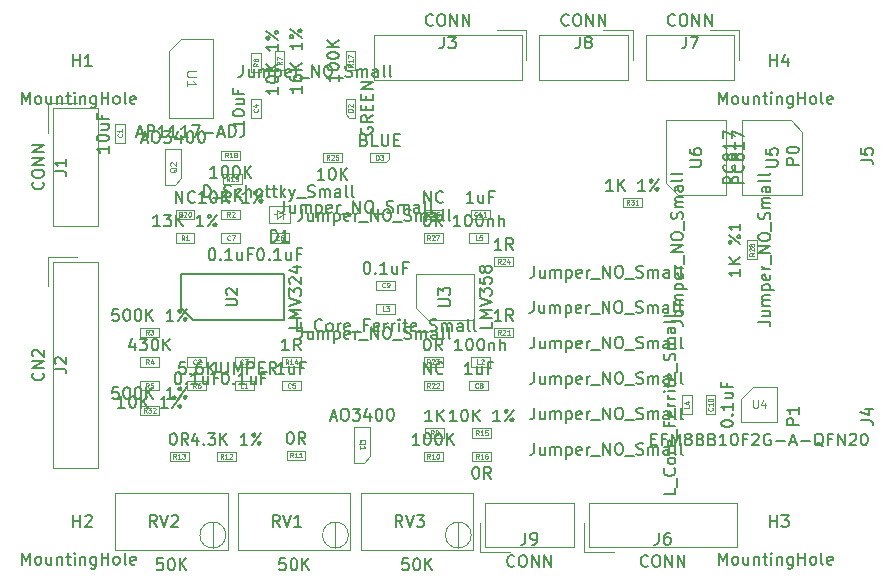
<source format=gbr>
G04 #@! TF.GenerationSoftware,KiCad,Pcbnew,6.0.0-rc1-unknown-179dfa0~84~ubuntu18.04.1*
G04 #@! TF.CreationDate,2019-04-16T21:03:25-07:00
G04 #@! TF.ProjectId,big_battery_v3,6269675f-6261-4747-9465-72795f76332e,rev?*
G04 #@! TF.SameCoordinates,Original*
G04 #@! TF.FileFunction,Other,Fab,Top*
%FSLAX46Y46*%
G04 Gerber Fmt 4.6, Leading zero omitted, Abs format (unit mm)*
G04 Created by KiCad (PCBNEW 6.0.0-rc1-unknown-179dfa0~84~ubuntu18.04.1) date Tue 16 Apr 2019 09:03:25 PM PDT*
%MOMM*%
%LPD*%
G04 APERTURE LIST*
%ADD10C,0.100000*%
%ADD11C,0.150000*%
%ADD12C,0.125000*%
%ADD13C,0.060000*%
%ADD14C,0.075000*%
%ADD15C,0.135000*%
%ADD16C,0.120000*%
G04 APERTURE END LIST*
D10*
X20900000Y-16700000D02*
X19100000Y-16700000D01*
X19100000Y-16700000D02*
X19100000Y-15300000D01*
X19100000Y-15300000D02*
X20900000Y-15300000D01*
X20900000Y-15300000D02*
X20900000Y-16700000D01*
X20300000Y-16350000D02*
X20300000Y-15650000D01*
X20300000Y-16000000D02*
X20500000Y-16000000D01*
X20300000Y-16000000D02*
X19800000Y-16350000D01*
X19800000Y-16350000D02*
X19800000Y-15650000D01*
X19800000Y-15650000D02*
X20300000Y-16000000D01*
X19800000Y-16000000D02*
X19550000Y-16000000D01*
X62100000Y-33600000D02*
X59100000Y-33600000D01*
X59100000Y-33600000D02*
X59100000Y-31600000D01*
X59100000Y-31600000D02*
X60100000Y-30600000D01*
X60100000Y-30600000D02*
X62100000Y-30600000D01*
X62100000Y-30600000D02*
X62100000Y-33600000D01*
X8200000Y-32200000D02*
X9800000Y-32200000D01*
X8200000Y-33000000D02*
X8200000Y-32200000D01*
X9800000Y-33000000D02*
X8200000Y-33000000D01*
X9800000Y-32200000D02*
X9800000Y-33000000D01*
X37400000Y-40400000D02*
X37400000Y-44200000D01*
X37400000Y-44200000D02*
X44900000Y-44200000D01*
X44900000Y-44200000D02*
X44900000Y-40400000D01*
X44900000Y-40400000D02*
X37400000Y-40400000D01*
X36990000Y-42110000D02*
X36990000Y-44610000D01*
X36990000Y-44610000D02*
X39490000Y-44610000D01*
X50675000Y-14600000D02*
X50675000Y-15400000D01*
X50675000Y-15400000D02*
X49075000Y-15400000D01*
X49075000Y-15400000D02*
X49075000Y-14600000D01*
X49075000Y-14600000D02*
X50675000Y-14600000D01*
X58910000Y-390000D02*
X56410000Y-390000D01*
X58910000Y-2890000D02*
X58910000Y-390000D01*
X51000000Y-4600000D02*
X58500000Y-4600000D01*
X51000000Y-800000D02*
X51000000Y-4600000D01*
X58500000Y-800000D02*
X51000000Y-800000D01*
X58500000Y-4600000D02*
X58500000Y-800000D01*
X49500000Y-4600000D02*
X49500000Y-800000D01*
X49500000Y-800000D02*
X42000000Y-800000D01*
X42000000Y-800000D02*
X42000000Y-4600000D01*
X42000000Y-4600000D02*
X49500000Y-4600000D01*
X49910000Y-2890000D02*
X49910000Y-390000D01*
X49910000Y-390000D02*
X47410000Y-390000D01*
X63270000Y-8015000D02*
X64270000Y-9015000D01*
X59190000Y-8015000D02*
X63270000Y-8015000D01*
X59190000Y-14365000D02*
X59190000Y-8015000D01*
X64270000Y-14365000D02*
X59190000Y-14365000D01*
X64270000Y-9015000D02*
X64270000Y-14365000D01*
X52730000Y-13365000D02*
X52730000Y-8015000D01*
X52730000Y-8015000D02*
X57810000Y-8015000D01*
X57810000Y-8015000D02*
X57810000Y-14365000D01*
X57810000Y-14365000D02*
X53730000Y-14365000D01*
X53730000Y-14365000D02*
X52730000Y-13365000D01*
X59600000Y-18200000D02*
X60400000Y-18200000D01*
X60400000Y-18200000D02*
X60400000Y-19800000D01*
X60400000Y-19800000D02*
X59600000Y-19800000D01*
X59600000Y-19800000D02*
X59600000Y-18200000D01*
X36200000Y-15600000D02*
X37800000Y-15600000D01*
X36200000Y-16400000D02*
X36200000Y-15600000D01*
X37800000Y-16400000D02*
X36200000Y-16400000D01*
X37800000Y-15600000D02*
X37800000Y-16400000D01*
X56900000Y-32900000D02*
X56100000Y-32900000D01*
X56100000Y-32900000D02*
X56100000Y-31300000D01*
X56100000Y-31300000D02*
X56900000Y-31300000D01*
X56900000Y-31300000D02*
X56900000Y-32900000D01*
X28200000Y-21600000D02*
X29800000Y-21600000D01*
X28200000Y-22400000D02*
X28200000Y-21600000D01*
X29800000Y-22400000D02*
X28200000Y-22400000D01*
X29800000Y-21600000D02*
X29800000Y-22400000D01*
X37675000Y-30100000D02*
X37675000Y-30900000D01*
X37675000Y-30900000D02*
X36075000Y-30900000D01*
X36075000Y-30900000D02*
X36075000Y-30100000D01*
X36075000Y-30100000D02*
X37675000Y-30100000D01*
X4600000Y-7000000D02*
X800000Y-7000000D01*
X800000Y-7000000D02*
X800000Y-17000000D01*
X800000Y-17000000D02*
X4600000Y-17000000D01*
X4600000Y-17000000D02*
X4600000Y-7000000D01*
X2890000Y-6590000D02*
X390000Y-6590000D01*
X390000Y-6590000D02*
X390000Y-9090000D01*
X45790000Y-44610000D02*
X48290000Y-44610000D01*
X45790000Y-42110000D02*
X45790000Y-44610000D01*
X58700000Y-40400000D02*
X46200000Y-40400000D01*
X58700000Y-44200000D02*
X58700000Y-40400000D01*
X46200000Y-44200000D02*
X58700000Y-44200000D01*
X46200000Y-40400000D02*
X46200000Y-44200000D01*
X40500000Y-4600000D02*
X40500000Y-800000D01*
X40500000Y-800000D02*
X28000000Y-800000D01*
X28000000Y-800000D02*
X28000000Y-4600000D01*
X28000000Y-4600000D02*
X40500000Y-4600000D01*
X40910000Y-2890000D02*
X40910000Y-390000D01*
X40910000Y-390000D02*
X38410000Y-390000D01*
X4600000Y-20000000D02*
X800000Y-20000000D01*
X800000Y-20000000D02*
X800000Y-37500000D01*
X800000Y-37500000D02*
X4600000Y-37500000D01*
X4600000Y-37500000D02*
X4600000Y-20000000D01*
X2890000Y-19590000D02*
X390000Y-19590000D01*
X390000Y-19590000D02*
X390000Y-22090000D01*
X54100000Y-32900000D02*
X54100000Y-31300000D01*
X54900000Y-32900000D02*
X54100000Y-32900000D01*
X54900000Y-31300000D02*
X54900000Y-32900000D01*
X54100000Y-31300000D02*
X54900000Y-31300000D01*
X37675000Y-17600000D02*
X37675000Y-18400000D01*
X37675000Y-18400000D02*
X36075000Y-18400000D01*
X36075000Y-18400000D02*
X36075000Y-17600000D01*
X36075000Y-17600000D02*
X37675000Y-17600000D01*
X29800000Y-24400000D02*
X28200000Y-24400000D01*
X29800000Y-23600000D02*
X29800000Y-24400000D01*
X28200000Y-23600000D02*
X29800000Y-23600000D01*
X28200000Y-24400000D02*
X28200000Y-23600000D01*
X36200000Y-28100000D02*
X37800000Y-28100000D01*
X36200000Y-28900000D02*
X36200000Y-28100000D01*
X37800000Y-28900000D02*
X36200000Y-28900000D01*
X37800000Y-28100000D02*
X37800000Y-28900000D01*
X27678725Y-10792153D02*
X27678725Y-11592153D01*
X29278725Y-10792153D02*
X27678725Y-10792153D01*
X29278725Y-11292153D02*
X29278725Y-10792153D01*
X28978725Y-11592153D02*
X29278725Y-11292153D01*
X27678725Y-11592153D02*
X28978725Y-11592153D01*
X25600000Y-6200000D02*
X25600000Y-7500000D01*
X25600000Y-7500000D02*
X25900000Y-7800000D01*
X25900000Y-7800000D02*
X26400000Y-7800000D01*
X26400000Y-7800000D02*
X26400000Y-6200000D01*
X26400000Y-6200000D02*
X25600000Y-6200000D01*
X31550000Y-23950000D02*
X31550000Y-21050000D01*
X31550000Y-21050000D02*
X36450000Y-21050000D01*
X36450000Y-21050000D02*
X36450000Y-24950000D01*
X36450000Y-24950000D02*
X32550000Y-24950000D01*
X32550000Y-24950000D02*
X31550000Y-23950000D01*
X11700000Y-12950000D02*
X11700000Y-10500000D01*
X11150000Y-13520000D02*
X10300000Y-13520000D01*
X11700000Y-12950000D02*
X11150000Y-13520000D01*
X10300000Y-13520000D02*
X10300000Y-10480000D01*
X11700000Y-10480000D02*
X10300000Y-10480000D01*
X36230000Y-43150000D02*
G75*
G03X36230000Y-43150000I-1095000J0D01*
G01*
X26875000Y-39590000D02*
X26875000Y-44420000D01*
X26875000Y-44420000D02*
X36405000Y-44420000D01*
X36405000Y-44420000D02*
X36405000Y-39590000D01*
X36405000Y-39590000D02*
X26875000Y-39590000D01*
X35135000Y-44235000D02*
X35136000Y-42066000D01*
X35135000Y-44235000D02*
X35136000Y-42066000D01*
X14355000Y-44235000D02*
X14356000Y-42066000D01*
X14355000Y-44235000D02*
X14356000Y-42066000D01*
X15625000Y-39590000D02*
X6095000Y-39590000D01*
X15625000Y-44420000D02*
X15625000Y-39590000D01*
X6095000Y-44420000D02*
X15625000Y-44420000D01*
X6095000Y-39590000D02*
X6095000Y-44420000D01*
X15450000Y-43150000D02*
G75*
G03X15450000Y-43150000I-1095000J0D01*
G01*
X25830000Y-43150000D02*
G75*
G03X25830000Y-43150000I-1095000J0D01*
G01*
X16475000Y-39590000D02*
X16475000Y-44420000D01*
X16475000Y-44420000D02*
X26005000Y-44420000D01*
X26005000Y-44420000D02*
X26005000Y-39590000D01*
X26005000Y-39590000D02*
X16475000Y-39590000D01*
X24735000Y-44235000D02*
X24736000Y-42066000D01*
X24735000Y-44235000D02*
X24736000Y-42066000D01*
X25600000Y-2200000D02*
X26400000Y-2200000D01*
X26400000Y-2200000D02*
X26400000Y-3800000D01*
X26400000Y-3800000D02*
X25600000Y-3800000D01*
X25600000Y-3800000D02*
X25600000Y-2200000D01*
X16800000Y-13400000D02*
X15200000Y-13400000D01*
X16800000Y-12600000D02*
X16800000Y-13400000D01*
X15200000Y-12600000D02*
X16800000Y-12600000D01*
X15200000Y-13400000D02*
X15200000Y-12600000D01*
X12800000Y-15600000D02*
X12800000Y-16400000D01*
X12800000Y-16400000D02*
X11200000Y-16400000D01*
X11200000Y-16400000D02*
X11200000Y-15600000D01*
X11200000Y-15600000D02*
X12800000Y-15600000D01*
X32200000Y-30100000D02*
X33800000Y-30100000D01*
X32200000Y-30900000D02*
X32200000Y-30100000D01*
X33800000Y-30900000D02*
X32200000Y-30900000D01*
X33800000Y-30100000D02*
X33800000Y-30900000D01*
X33800000Y-28100000D02*
X33800000Y-28900000D01*
X33800000Y-28900000D02*
X32200000Y-28900000D01*
X32200000Y-28900000D02*
X32200000Y-28100000D01*
X32200000Y-28100000D02*
X33800000Y-28100000D01*
X38200000Y-19600000D02*
X39800000Y-19600000D01*
X38200000Y-20400000D02*
X38200000Y-19600000D01*
X39800000Y-20400000D02*
X38200000Y-20400000D01*
X39800000Y-19600000D02*
X39800000Y-20400000D01*
X23678725Y-11592153D02*
X23678725Y-10792153D01*
X23678725Y-10792153D02*
X25278725Y-10792153D01*
X25278725Y-10792153D02*
X25278725Y-11592153D01*
X25278725Y-11592153D02*
X23678725Y-11592153D01*
X32200000Y-15600000D02*
X33800000Y-15600000D01*
X32200000Y-16400000D02*
X32200000Y-15600000D01*
X33800000Y-16400000D02*
X32200000Y-16400000D01*
X33800000Y-15600000D02*
X33800000Y-16400000D01*
X33800000Y-17600000D02*
X33800000Y-18400000D01*
X33800000Y-18400000D02*
X32200000Y-18400000D01*
X32200000Y-18400000D02*
X32200000Y-17600000D01*
X32200000Y-17600000D02*
X33800000Y-17600000D01*
X16675000Y-11400000D02*
X15075000Y-11400000D01*
X16675000Y-10600000D02*
X16675000Y-11400000D01*
X15075000Y-10600000D02*
X16675000Y-10600000D01*
X15075000Y-11400000D02*
X15075000Y-10600000D01*
X39800000Y-25600000D02*
X39800000Y-26400000D01*
X39800000Y-26400000D02*
X38200000Y-26400000D01*
X38200000Y-26400000D02*
X38200000Y-25600000D01*
X38200000Y-25600000D02*
X39800000Y-25600000D01*
X15075000Y-18400000D02*
X15075000Y-17600000D01*
X15075000Y-17600000D02*
X16675000Y-17600000D01*
X16675000Y-17600000D02*
X16675000Y-18400000D01*
X16675000Y-18400000D02*
X15075000Y-18400000D01*
X6100000Y-9925000D02*
X6100000Y-8325000D01*
X6900000Y-9925000D02*
X6100000Y-9925000D01*
X6900000Y-8325000D02*
X6900000Y-9925000D01*
X6100000Y-8325000D02*
X6900000Y-8325000D01*
X12200000Y-28900000D02*
X12200000Y-28100000D01*
X12200000Y-28100000D02*
X13800000Y-28100000D01*
X13800000Y-28100000D02*
X13800000Y-28900000D01*
X13800000Y-28900000D02*
X12200000Y-28900000D01*
X17800000Y-28900000D02*
X16200000Y-28900000D01*
X17800000Y-28100000D02*
X17800000Y-28900000D01*
X16200000Y-28100000D02*
X17800000Y-28100000D01*
X16200000Y-28900000D02*
X16200000Y-28100000D01*
X17600000Y-6200000D02*
X18400000Y-6200000D01*
X18400000Y-6200000D02*
X18400000Y-7800000D01*
X18400000Y-7800000D02*
X17600000Y-7800000D01*
X17600000Y-7800000D02*
X17600000Y-6200000D01*
X20200000Y-30100000D02*
X21800000Y-30100000D01*
X20200000Y-30900000D02*
X20200000Y-30100000D01*
X21800000Y-30900000D02*
X20200000Y-30900000D01*
X21800000Y-30100000D02*
X21800000Y-30900000D01*
X19200000Y-18400000D02*
X19200000Y-17600000D01*
X19200000Y-17600000D02*
X20800000Y-17600000D01*
X20800000Y-17600000D02*
X20800000Y-18400000D01*
X20800000Y-18400000D02*
X19200000Y-18400000D01*
X17800000Y-30100000D02*
X17800000Y-30900000D01*
X17800000Y-30900000D02*
X16200000Y-30900000D01*
X16200000Y-30900000D02*
X16200000Y-30100000D01*
X16200000Y-30100000D02*
X17800000Y-30100000D01*
D11*
X11650000Y-23950000D02*
X11650000Y-21050000D01*
X11650000Y-21050000D02*
X20350000Y-21050000D01*
X20350000Y-21050000D02*
X20350000Y-24950000D01*
X20350000Y-24950000D02*
X12650000Y-24950000D01*
X12650000Y-24950000D02*
X11650000Y-23950000D01*
D10*
X10650000Y-2150000D02*
X11650000Y-1150000D01*
X10650000Y-2150000D02*
X10650000Y-7850000D01*
X11650000Y-1150000D02*
X14350000Y-1150000D01*
X10650000Y-7850000D02*
X14350000Y-7850000D01*
X14350000Y-1150000D02*
X14350000Y-7850000D01*
X27700000Y-36450000D02*
X27700000Y-34000000D01*
X27150000Y-37020000D02*
X26300000Y-37020000D01*
X27700000Y-36450000D02*
X27150000Y-37020000D01*
X26300000Y-37020000D02*
X26300000Y-33980000D01*
X27700000Y-33980000D02*
X26300000Y-33980000D01*
X18400000Y-3925000D02*
X17600000Y-3925000D01*
X17600000Y-3925000D02*
X17600000Y-2325000D01*
X17600000Y-2325000D02*
X18400000Y-2325000D01*
X18400000Y-2325000D02*
X18400000Y-3925000D01*
X33925000Y-34100000D02*
X33925000Y-34900000D01*
X33925000Y-34900000D02*
X32325000Y-34900000D01*
X32325000Y-34900000D02*
X32325000Y-34100000D01*
X32325000Y-34100000D02*
X33925000Y-34100000D01*
X9800000Y-30900000D02*
X8200000Y-30900000D01*
X9800000Y-30100000D02*
X9800000Y-30900000D01*
X8200000Y-30100000D02*
X9800000Y-30100000D01*
X8200000Y-30900000D02*
X8200000Y-30100000D01*
X9800000Y-28100000D02*
X9800000Y-28900000D01*
X9800000Y-28900000D02*
X8200000Y-28900000D01*
X8200000Y-28900000D02*
X8200000Y-28100000D01*
X8200000Y-28100000D02*
X9800000Y-28100000D01*
X8200000Y-25600000D02*
X9800000Y-25600000D01*
X8200000Y-26400000D02*
X8200000Y-25600000D01*
X9800000Y-26400000D02*
X8200000Y-26400000D01*
X9800000Y-25600000D02*
X9800000Y-26400000D01*
X16675000Y-15600000D02*
X16675000Y-16400000D01*
X16675000Y-16400000D02*
X15075000Y-16400000D01*
X15075000Y-16400000D02*
X15075000Y-15600000D01*
X15075000Y-15600000D02*
X16675000Y-15600000D01*
X11200000Y-17600000D02*
X12800000Y-17600000D01*
X11200000Y-18400000D02*
X11200000Y-17600000D01*
X12800000Y-18400000D02*
X11200000Y-18400000D01*
X12800000Y-17600000D02*
X12800000Y-18400000D01*
X20400000Y-3800000D02*
X19600000Y-3800000D01*
X19600000Y-3800000D02*
X19600000Y-2200000D01*
X19600000Y-2200000D02*
X20400000Y-2200000D01*
X20400000Y-2200000D02*
X20400000Y-3800000D01*
X32200000Y-36100000D02*
X33800000Y-36100000D01*
X32200000Y-36900000D02*
X32200000Y-36100000D01*
X33800000Y-36900000D02*
X32200000Y-36900000D01*
X33800000Y-36100000D02*
X33800000Y-36900000D01*
X22200000Y-36000000D02*
X22200000Y-36800000D01*
X22200000Y-36800000D02*
X20600000Y-36800000D01*
X20600000Y-36800000D02*
X20600000Y-36000000D01*
X20600000Y-36000000D02*
X22200000Y-36000000D01*
X14700000Y-36100000D02*
X16300000Y-36100000D01*
X14700000Y-36900000D02*
X14700000Y-36100000D01*
X16300000Y-36900000D02*
X14700000Y-36900000D01*
X16300000Y-36100000D02*
X16300000Y-36900000D01*
X12300000Y-36100000D02*
X12300000Y-36900000D01*
X12300000Y-36900000D02*
X10700000Y-36900000D01*
X10700000Y-36900000D02*
X10700000Y-36100000D01*
X10700000Y-36100000D02*
X12300000Y-36100000D01*
X21800000Y-28100000D02*
X21800000Y-28900000D01*
X21800000Y-28900000D02*
X20200000Y-28900000D01*
X20200000Y-28900000D02*
X20200000Y-28100000D01*
X20200000Y-28100000D02*
X21800000Y-28100000D01*
X37925000Y-34100000D02*
X37925000Y-34900000D01*
X37925000Y-34900000D02*
X36325000Y-34900000D01*
X36325000Y-34900000D02*
X36325000Y-34100000D01*
X36325000Y-34100000D02*
X37925000Y-34100000D01*
X37925000Y-36900000D02*
X36325000Y-36900000D01*
X37925000Y-36100000D02*
X37925000Y-36900000D01*
X36325000Y-36100000D02*
X37925000Y-36100000D01*
X36325000Y-36900000D02*
X36325000Y-36100000D01*
X13800000Y-30100000D02*
X13800000Y-30900000D01*
X13800000Y-30900000D02*
X12200000Y-30900000D01*
X12200000Y-30900000D02*
X12200000Y-30100000D01*
X12200000Y-30100000D02*
X13800000Y-30100000D01*
D11*
X13590476Y-14552380D02*
X13590476Y-13552380D01*
X13828571Y-13552380D01*
X13971428Y-13600000D01*
X14066666Y-13695238D01*
X14114285Y-13790476D01*
X14161904Y-13980952D01*
X14161904Y-14123809D01*
X14114285Y-14314285D01*
X14066666Y-14409523D01*
X13971428Y-14504761D01*
X13828571Y-14552380D01*
X13590476Y-14552380D01*
X14352380Y-14647619D02*
X15114285Y-14647619D01*
X15304761Y-14504761D02*
X15447619Y-14552380D01*
X15685714Y-14552380D01*
X15780952Y-14504761D01*
X15828571Y-14457142D01*
X15876190Y-14361904D01*
X15876190Y-14266666D01*
X15828571Y-14171428D01*
X15780952Y-14123809D01*
X15685714Y-14076190D01*
X15495238Y-14028571D01*
X15399999Y-13980952D01*
X15352380Y-13933333D01*
X15304761Y-13838095D01*
X15304761Y-13742857D01*
X15352380Y-13647619D01*
X15399999Y-13600000D01*
X15495238Y-13552380D01*
X15733333Y-13552380D01*
X15876190Y-13600000D01*
X16733333Y-14504761D02*
X16638095Y-14552380D01*
X16447619Y-14552380D01*
X16352380Y-14504761D01*
X16304761Y-14457142D01*
X16257142Y-14361904D01*
X16257142Y-14076190D01*
X16304761Y-13980952D01*
X16352380Y-13933333D01*
X16447619Y-13885714D01*
X16638095Y-13885714D01*
X16733333Y-13933333D01*
X17161904Y-14552380D02*
X17161904Y-13552380D01*
X17590476Y-14552380D02*
X17590476Y-14028571D01*
X17542857Y-13933333D01*
X17447619Y-13885714D01*
X17304761Y-13885714D01*
X17209523Y-13933333D01*
X17161904Y-13980952D01*
X18209523Y-14552380D02*
X18114285Y-14504761D01*
X18066666Y-14457142D01*
X18019047Y-14361904D01*
X18019047Y-14076190D01*
X18066666Y-13980952D01*
X18114285Y-13933333D01*
X18209523Y-13885714D01*
X18352380Y-13885714D01*
X18447619Y-13933333D01*
X18495238Y-13980952D01*
X18542857Y-14076190D01*
X18542857Y-14361904D01*
X18495238Y-14457142D01*
X18447619Y-14504761D01*
X18352380Y-14552380D01*
X18209523Y-14552380D01*
X18828571Y-13885714D02*
X19209523Y-13885714D01*
X18971428Y-13552380D02*
X18971428Y-14409523D01*
X19019047Y-14504761D01*
X19114285Y-14552380D01*
X19209523Y-14552380D01*
X19400000Y-13885714D02*
X19780952Y-13885714D01*
X19542857Y-13552380D02*
X19542857Y-14409523D01*
X19590476Y-14504761D01*
X19685714Y-14552380D01*
X19780952Y-14552380D01*
X20114285Y-14552380D02*
X20114285Y-13552380D01*
X20209523Y-14171428D02*
X20495238Y-14552380D01*
X20495238Y-13885714D02*
X20114285Y-14266666D01*
X20828571Y-13885714D02*
X21066666Y-14552380D01*
X21304761Y-13885714D02*
X21066666Y-14552380D01*
X20971428Y-14790476D01*
X20923809Y-14838095D01*
X20828571Y-14885714D01*
X21447619Y-14647619D02*
X22209523Y-14647619D01*
X22400000Y-14504761D02*
X22542857Y-14552380D01*
X22780952Y-14552380D01*
X22876190Y-14504761D01*
X22923809Y-14457142D01*
X22971428Y-14361904D01*
X22971428Y-14266666D01*
X22923809Y-14171428D01*
X22876190Y-14123809D01*
X22780952Y-14076190D01*
X22590476Y-14028571D01*
X22495238Y-13980952D01*
X22447619Y-13933333D01*
X22400000Y-13838095D01*
X22400000Y-13742857D01*
X22447619Y-13647619D01*
X22495238Y-13600000D01*
X22590476Y-13552380D01*
X22828571Y-13552380D01*
X22971428Y-13600000D01*
X23400000Y-14552380D02*
X23400000Y-13885714D01*
X23400000Y-13980952D02*
X23447619Y-13933333D01*
X23542857Y-13885714D01*
X23685714Y-13885714D01*
X23780952Y-13933333D01*
X23828571Y-14028571D01*
X23828571Y-14552380D01*
X23828571Y-14028571D02*
X23876190Y-13933333D01*
X23971428Y-13885714D01*
X24114285Y-13885714D01*
X24209523Y-13933333D01*
X24257142Y-14028571D01*
X24257142Y-14552380D01*
X25161904Y-14552380D02*
X25161904Y-14028571D01*
X25114285Y-13933333D01*
X25019047Y-13885714D01*
X24828571Y-13885714D01*
X24733333Y-13933333D01*
X25161904Y-14504761D02*
X25066666Y-14552380D01*
X24828571Y-14552380D01*
X24733333Y-14504761D01*
X24685714Y-14409523D01*
X24685714Y-14314285D01*
X24733333Y-14219047D01*
X24828571Y-14171428D01*
X25066666Y-14171428D01*
X25161904Y-14123809D01*
X25780952Y-14552380D02*
X25685714Y-14504761D01*
X25638095Y-14409523D01*
X25638095Y-13552380D01*
X26304761Y-14552380D02*
X26209523Y-14504761D01*
X26161904Y-14409523D01*
X26161904Y-13552380D01*
X19261904Y-18302380D02*
X19261904Y-17302380D01*
X19500000Y-17302380D01*
X19642857Y-17350000D01*
X19738095Y-17445238D01*
X19785714Y-17540476D01*
X19833333Y-17730952D01*
X19833333Y-17873809D01*
X19785714Y-18064285D01*
X19738095Y-18159523D01*
X19642857Y-18254761D01*
X19500000Y-18302380D01*
X19261904Y-18302380D01*
X20785714Y-18302380D02*
X20214285Y-18302380D01*
X20500000Y-18302380D02*
X20500000Y-17302380D01*
X20404761Y-17445238D01*
X20309523Y-17540476D01*
X20214285Y-17588095D01*
X51457142Y-35028571D02*
X51790476Y-35028571D01*
X51933333Y-35552380D02*
X51457142Y-35552380D01*
X51457142Y-34552380D01*
X51933333Y-34552380D01*
X52695238Y-35028571D02*
X52361904Y-35028571D01*
X52361904Y-35552380D02*
X52361904Y-34552380D01*
X52838095Y-34552380D01*
X53219047Y-35552380D02*
X53219047Y-34552380D01*
X53552380Y-35266666D01*
X53885714Y-34552380D01*
X53885714Y-35552380D01*
X54504761Y-34980952D02*
X54409523Y-34933333D01*
X54361904Y-34885714D01*
X54314285Y-34790476D01*
X54314285Y-34742857D01*
X54361904Y-34647619D01*
X54409523Y-34600000D01*
X54504761Y-34552380D01*
X54695238Y-34552380D01*
X54790476Y-34600000D01*
X54838095Y-34647619D01*
X54885714Y-34742857D01*
X54885714Y-34790476D01*
X54838095Y-34885714D01*
X54790476Y-34933333D01*
X54695238Y-34980952D01*
X54504761Y-34980952D01*
X54409523Y-35028571D01*
X54361904Y-35076190D01*
X54314285Y-35171428D01*
X54314285Y-35361904D01*
X54361904Y-35457142D01*
X54409523Y-35504761D01*
X54504761Y-35552380D01*
X54695238Y-35552380D01*
X54790476Y-35504761D01*
X54838095Y-35457142D01*
X54885714Y-35361904D01*
X54885714Y-35171428D01*
X54838095Y-35076190D01*
X54790476Y-35028571D01*
X54695238Y-34980952D01*
X55647619Y-35028571D02*
X55790476Y-35076190D01*
X55838095Y-35123809D01*
X55885714Y-35219047D01*
X55885714Y-35361904D01*
X55838095Y-35457142D01*
X55790476Y-35504761D01*
X55695238Y-35552380D01*
X55314285Y-35552380D01*
X55314285Y-34552380D01*
X55647619Y-34552380D01*
X55742857Y-34600000D01*
X55790476Y-34647619D01*
X55838095Y-34742857D01*
X55838095Y-34838095D01*
X55790476Y-34933333D01*
X55742857Y-34980952D01*
X55647619Y-35028571D01*
X55314285Y-35028571D01*
X56647619Y-35028571D02*
X56790476Y-35076190D01*
X56838095Y-35123809D01*
X56885714Y-35219047D01*
X56885714Y-35361904D01*
X56838095Y-35457142D01*
X56790476Y-35504761D01*
X56695238Y-35552380D01*
X56314285Y-35552380D01*
X56314285Y-34552380D01*
X56647619Y-34552380D01*
X56742857Y-34600000D01*
X56790476Y-34647619D01*
X56838095Y-34742857D01*
X56838095Y-34838095D01*
X56790476Y-34933333D01*
X56742857Y-34980952D01*
X56647619Y-35028571D01*
X56314285Y-35028571D01*
X57838095Y-35552380D02*
X57266666Y-35552380D01*
X57552380Y-35552380D02*
X57552380Y-34552380D01*
X57457142Y-34695238D01*
X57361904Y-34790476D01*
X57266666Y-34838095D01*
X58457142Y-34552380D02*
X58552380Y-34552380D01*
X58647619Y-34600000D01*
X58695238Y-34647619D01*
X58742857Y-34742857D01*
X58790476Y-34933333D01*
X58790476Y-35171428D01*
X58742857Y-35361904D01*
X58695238Y-35457142D01*
X58647619Y-35504761D01*
X58552380Y-35552380D01*
X58457142Y-35552380D01*
X58361904Y-35504761D01*
X58314285Y-35457142D01*
X58266666Y-35361904D01*
X58219047Y-35171428D01*
X58219047Y-34933333D01*
X58266666Y-34742857D01*
X58314285Y-34647619D01*
X58361904Y-34600000D01*
X58457142Y-34552380D01*
X59552380Y-35028571D02*
X59219047Y-35028571D01*
X59219047Y-35552380D02*
X59219047Y-34552380D01*
X59695238Y-34552380D01*
X60028571Y-34647619D02*
X60076190Y-34600000D01*
X60171428Y-34552380D01*
X60409523Y-34552380D01*
X60504761Y-34600000D01*
X60552380Y-34647619D01*
X60600000Y-34742857D01*
X60600000Y-34838095D01*
X60552380Y-34980952D01*
X59980952Y-35552380D01*
X60600000Y-35552380D01*
X61552380Y-34600000D02*
X61457142Y-34552380D01*
X61314285Y-34552380D01*
X61171428Y-34600000D01*
X61076190Y-34695238D01*
X61028571Y-34790476D01*
X60980952Y-34980952D01*
X60980952Y-35123809D01*
X61028571Y-35314285D01*
X61076190Y-35409523D01*
X61171428Y-35504761D01*
X61314285Y-35552380D01*
X61409523Y-35552380D01*
X61552380Y-35504761D01*
X61600000Y-35457142D01*
X61600000Y-35123809D01*
X61409523Y-35123809D01*
X62028571Y-35171428D02*
X62790476Y-35171428D01*
X63219047Y-35266666D02*
X63695238Y-35266666D01*
X63123809Y-35552380D02*
X63457142Y-34552380D01*
X63790476Y-35552380D01*
X64123809Y-35171428D02*
X64885714Y-35171428D01*
X66028571Y-35647619D02*
X65933333Y-35600000D01*
X65838095Y-35504761D01*
X65695238Y-35361904D01*
X65600000Y-35314285D01*
X65504761Y-35314285D01*
X65552380Y-35552380D02*
X65457142Y-35504761D01*
X65361904Y-35409523D01*
X65314285Y-35219047D01*
X65314285Y-34885714D01*
X65361904Y-34695238D01*
X65457142Y-34600000D01*
X65552380Y-34552380D01*
X65742857Y-34552380D01*
X65838095Y-34600000D01*
X65933333Y-34695238D01*
X65980952Y-34885714D01*
X65980952Y-35219047D01*
X65933333Y-35409523D01*
X65838095Y-35504761D01*
X65742857Y-35552380D01*
X65552380Y-35552380D01*
X66742857Y-35028571D02*
X66409523Y-35028571D01*
X66409523Y-35552380D02*
X66409523Y-34552380D01*
X66885714Y-34552380D01*
X67266666Y-35552380D02*
X67266666Y-34552380D01*
X67838095Y-35552380D01*
X67838095Y-34552380D01*
X68266666Y-34647619D02*
X68314285Y-34600000D01*
X68409523Y-34552380D01*
X68647619Y-34552380D01*
X68742857Y-34600000D01*
X68790476Y-34647619D01*
X68838095Y-34742857D01*
X68838095Y-34838095D01*
X68790476Y-34980952D01*
X68219047Y-35552380D01*
X68838095Y-35552380D01*
X69457142Y-34552380D02*
X69552380Y-34552380D01*
X69647619Y-34600000D01*
X69695238Y-34647619D01*
X69742857Y-34742857D01*
X69790476Y-34933333D01*
X69790476Y-35171428D01*
X69742857Y-35361904D01*
X69695238Y-35457142D01*
X69647619Y-35504761D01*
X69552380Y-35552380D01*
X69457142Y-35552380D01*
X69361904Y-35504761D01*
X69314285Y-35457142D01*
X69266666Y-35361904D01*
X69219047Y-35171428D01*
X69219047Y-34933333D01*
X69266666Y-34742857D01*
X69314285Y-34647619D01*
X69361904Y-34600000D01*
X69457142Y-34552380D01*
D12*
X60104761Y-31744047D02*
X60104761Y-32270238D01*
X60135714Y-32332142D01*
X60166666Y-32363095D01*
X60228571Y-32394047D01*
X60352380Y-32394047D01*
X60414285Y-32363095D01*
X60445238Y-32332142D01*
X60476190Y-32270238D01*
X60476190Y-31744047D01*
X61064285Y-31960714D02*
X61064285Y-32394047D01*
X60909523Y-31713095D02*
X60754761Y-32177380D01*
X61157142Y-32177380D01*
D11*
X6357142Y-30622380D02*
X5880952Y-30622380D01*
X5833333Y-31098571D01*
X5880952Y-31050952D01*
X5976190Y-31003333D01*
X6214285Y-31003333D01*
X6309523Y-31050952D01*
X6357142Y-31098571D01*
X6404761Y-31193809D01*
X6404761Y-31431904D01*
X6357142Y-31527142D01*
X6309523Y-31574761D01*
X6214285Y-31622380D01*
X5976190Y-31622380D01*
X5880952Y-31574761D01*
X5833333Y-31527142D01*
X7023809Y-30622380D02*
X7119047Y-30622380D01*
X7214285Y-30670000D01*
X7261904Y-30717619D01*
X7309523Y-30812857D01*
X7357142Y-31003333D01*
X7357142Y-31241428D01*
X7309523Y-31431904D01*
X7261904Y-31527142D01*
X7214285Y-31574761D01*
X7119047Y-31622380D01*
X7023809Y-31622380D01*
X6928571Y-31574761D01*
X6880952Y-31527142D01*
X6833333Y-31431904D01*
X6785714Y-31241428D01*
X6785714Y-31003333D01*
X6833333Y-30812857D01*
X6880952Y-30717619D01*
X6928571Y-30670000D01*
X7023809Y-30622380D01*
X7976190Y-30622380D02*
X8071428Y-30622380D01*
X8166666Y-30670000D01*
X8214285Y-30717619D01*
X8261904Y-30812857D01*
X8309523Y-31003333D01*
X8309523Y-31241428D01*
X8261904Y-31431904D01*
X8214285Y-31527142D01*
X8166666Y-31574761D01*
X8071428Y-31622380D01*
X7976190Y-31622380D01*
X7880952Y-31574761D01*
X7833333Y-31527142D01*
X7785714Y-31431904D01*
X7738095Y-31241428D01*
X7738095Y-31003333D01*
X7785714Y-30812857D01*
X7833333Y-30717619D01*
X7880952Y-30670000D01*
X7976190Y-30622380D01*
X8738095Y-31622380D02*
X8738095Y-30622380D01*
X9309523Y-31622380D02*
X8880952Y-31050952D01*
X9309523Y-30622380D02*
X8738095Y-31193809D01*
X11023809Y-31622380D02*
X10452380Y-31622380D01*
X10738095Y-31622380D02*
X10738095Y-30622380D01*
X10642857Y-30765238D01*
X10547619Y-30860476D01*
X10452380Y-30908095D01*
X11404761Y-31622380D02*
X12166666Y-30622380D01*
X11547619Y-30622380D02*
X11642857Y-30670000D01*
X11690476Y-30765238D01*
X11642857Y-30860476D01*
X11547619Y-30908095D01*
X11452380Y-30860476D01*
X11404761Y-30765238D01*
X11452380Y-30670000D01*
X11547619Y-30622380D01*
X12119047Y-31574761D02*
X12166666Y-31479523D01*
X12119047Y-31384285D01*
X12023809Y-31336666D01*
X11928571Y-31384285D01*
X11880952Y-31479523D01*
X11928571Y-31574761D01*
X12023809Y-31622380D01*
X12119047Y-31574761D01*
D13*
X8742857Y-32780952D02*
X8609523Y-32590476D01*
X8514285Y-32780952D02*
X8514285Y-32380952D01*
X8666666Y-32380952D01*
X8704761Y-32400000D01*
X8723809Y-32419047D01*
X8742857Y-32457142D01*
X8742857Y-32514285D01*
X8723809Y-32552380D01*
X8704761Y-32571428D01*
X8666666Y-32590476D01*
X8514285Y-32590476D01*
X8876190Y-32380952D02*
X9123809Y-32380952D01*
X8990476Y-32533333D01*
X9047619Y-32533333D01*
X9085714Y-32552380D01*
X9104761Y-32571428D01*
X9123809Y-32609523D01*
X9123809Y-32704761D01*
X9104761Y-32742857D01*
X9085714Y-32761904D01*
X9047619Y-32780952D01*
X8933333Y-32780952D01*
X8895238Y-32761904D01*
X8876190Y-32742857D01*
X9276190Y-32419047D02*
X9295238Y-32400000D01*
X9333333Y-32380952D01*
X9428571Y-32380952D01*
X9466666Y-32400000D01*
X9485714Y-32419047D01*
X9504761Y-32457142D01*
X9504761Y-32495238D01*
X9485714Y-32552380D01*
X9257142Y-32780952D01*
X9504761Y-32780952D01*
D11*
X39888095Y-45757142D02*
X39840476Y-45804761D01*
X39697619Y-45852380D01*
X39602380Y-45852380D01*
X39459523Y-45804761D01*
X39364285Y-45709523D01*
X39316666Y-45614285D01*
X39269047Y-45423809D01*
X39269047Y-45280952D01*
X39316666Y-45090476D01*
X39364285Y-44995238D01*
X39459523Y-44900000D01*
X39602380Y-44852380D01*
X39697619Y-44852380D01*
X39840476Y-44900000D01*
X39888095Y-44947619D01*
X40507142Y-44852380D02*
X40697619Y-44852380D01*
X40792857Y-44900000D01*
X40888095Y-44995238D01*
X40935714Y-45185714D01*
X40935714Y-45519047D01*
X40888095Y-45709523D01*
X40792857Y-45804761D01*
X40697619Y-45852380D01*
X40507142Y-45852380D01*
X40411904Y-45804761D01*
X40316666Y-45709523D01*
X40269047Y-45519047D01*
X40269047Y-45185714D01*
X40316666Y-44995238D01*
X40411904Y-44900000D01*
X40507142Y-44852380D01*
X41364285Y-45852380D02*
X41364285Y-44852380D01*
X41935714Y-45852380D01*
X41935714Y-44852380D01*
X42411904Y-45852380D02*
X42411904Y-44852380D01*
X42983333Y-45852380D01*
X42983333Y-44852380D01*
X40816666Y-42952380D02*
X40816666Y-43666666D01*
X40769047Y-43809523D01*
X40673809Y-43904761D01*
X40530952Y-43952380D01*
X40435714Y-43952380D01*
X41340476Y-43952380D02*
X41530952Y-43952380D01*
X41626190Y-43904761D01*
X41673809Y-43857142D01*
X41769047Y-43714285D01*
X41816666Y-43523809D01*
X41816666Y-43142857D01*
X41769047Y-43047619D01*
X41721428Y-43000000D01*
X41626190Y-42952380D01*
X41435714Y-42952380D01*
X41340476Y-43000000D01*
X41292857Y-43047619D01*
X41245238Y-43142857D01*
X41245238Y-43380952D01*
X41292857Y-43476190D01*
X41340476Y-43523809D01*
X41435714Y-43571428D01*
X41626190Y-43571428D01*
X41721428Y-43523809D01*
X41769047Y-43476190D01*
X41816666Y-43380952D01*
X48232142Y-14022380D02*
X47660714Y-14022380D01*
X47946428Y-14022380D02*
X47946428Y-13022380D01*
X47851190Y-13165238D01*
X47755952Y-13260476D01*
X47660714Y-13308095D01*
X48660714Y-14022380D02*
X48660714Y-13022380D01*
X49232142Y-14022380D02*
X48803571Y-13450952D01*
X49232142Y-13022380D02*
X48660714Y-13593809D01*
X50946428Y-14022380D02*
X50375000Y-14022380D01*
X50660714Y-14022380D02*
X50660714Y-13022380D01*
X50565476Y-13165238D01*
X50470238Y-13260476D01*
X50375000Y-13308095D01*
X51327380Y-14022380D02*
X52089285Y-13022380D01*
X51470238Y-13022380D02*
X51565476Y-13070000D01*
X51613095Y-13165238D01*
X51565476Y-13260476D01*
X51470238Y-13308095D01*
X51375000Y-13260476D01*
X51327380Y-13165238D01*
X51375000Y-13070000D01*
X51470238Y-13022380D01*
X52041666Y-13974761D02*
X52089285Y-13879523D01*
X52041666Y-13784285D01*
X51946428Y-13736666D01*
X51851190Y-13784285D01*
X51803571Y-13879523D01*
X51851190Y-13974761D01*
X51946428Y-14022380D01*
X52041666Y-13974761D01*
D13*
X49617857Y-15180952D02*
X49484523Y-14990476D01*
X49389285Y-15180952D02*
X49389285Y-14780952D01*
X49541666Y-14780952D01*
X49579761Y-14800000D01*
X49598809Y-14819047D01*
X49617857Y-14857142D01*
X49617857Y-14914285D01*
X49598809Y-14952380D01*
X49579761Y-14971428D01*
X49541666Y-14990476D01*
X49389285Y-14990476D01*
X49751190Y-14780952D02*
X49998809Y-14780952D01*
X49865476Y-14933333D01*
X49922619Y-14933333D01*
X49960714Y-14952380D01*
X49979761Y-14971428D01*
X49998809Y-15009523D01*
X49998809Y-15104761D01*
X49979761Y-15142857D01*
X49960714Y-15161904D01*
X49922619Y-15180952D01*
X49808333Y-15180952D01*
X49770238Y-15161904D01*
X49751190Y-15142857D01*
X50379761Y-15180952D02*
X50151190Y-15180952D01*
X50265476Y-15180952D02*
X50265476Y-14780952D01*
X50227380Y-14838095D01*
X50189285Y-14876190D01*
X50151190Y-14895238D01*
D11*
X57214285Y-45652380D02*
X57214285Y-44652380D01*
X57547619Y-45366666D01*
X57880952Y-44652380D01*
X57880952Y-45652380D01*
X58500000Y-45652380D02*
X58404761Y-45604761D01*
X58357142Y-45557142D01*
X58309523Y-45461904D01*
X58309523Y-45176190D01*
X58357142Y-45080952D01*
X58404761Y-45033333D01*
X58500000Y-44985714D01*
X58642857Y-44985714D01*
X58738095Y-45033333D01*
X58785714Y-45080952D01*
X58833333Y-45176190D01*
X58833333Y-45461904D01*
X58785714Y-45557142D01*
X58738095Y-45604761D01*
X58642857Y-45652380D01*
X58500000Y-45652380D01*
X59690476Y-44985714D02*
X59690476Y-45652380D01*
X59261904Y-44985714D02*
X59261904Y-45509523D01*
X59309523Y-45604761D01*
X59404761Y-45652380D01*
X59547619Y-45652380D01*
X59642857Y-45604761D01*
X59690476Y-45557142D01*
X60166666Y-44985714D02*
X60166666Y-45652380D01*
X60166666Y-45080952D02*
X60214285Y-45033333D01*
X60309523Y-44985714D01*
X60452380Y-44985714D01*
X60547619Y-45033333D01*
X60595238Y-45128571D01*
X60595238Y-45652380D01*
X60928571Y-44985714D02*
X61309523Y-44985714D01*
X61071428Y-44652380D02*
X61071428Y-45509523D01*
X61119047Y-45604761D01*
X61214285Y-45652380D01*
X61309523Y-45652380D01*
X61642857Y-45652380D02*
X61642857Y-44985714D01*
X61642857Y-44652380D02*
X61595238Y-44700000D01*
X61642857Y-44747619D01*
X61690476Y-44700000D01*
X61642857Y-44652380D01*
X61642857Y-44747619D01*
X62119047Y-44985714D02*
X62119047Y-45652380D01*
X62119047Y-45080952D02*
X62166666Y-45033333D01*
X62261904Y-44985714D01*
X62404761Y-44985714D01*
X62500000Y-45033333D01*
X62547619Y-45128571D01*
X62547619Y-45652380D01*
X63452380Y-44985714D02*
X63452380Y-45795238D01*
X63404761Y-45890476D01*
X63357142Y-45938095D01*
X63261904Y-45985714D01*
X63119047Y-45985714D01*
X63023809Y-45938095D01*
X63452380Y-45604761D02*
X63357142Y-45652380D01*
X63166666Y-45652380D01*
X63071428Y-45604761D01*
X63023809Y-45557142D01*
X62976190Y-45461904D01*
X62976190Y-45176190D01*
X63023809Y-45080952D01*
X63071428Y-45033333D01*
X63166666Y-44985714D01*
X63357142Y-44985714D01*
X63452380Y-45033333D01*
X63928571Y-45652380D02*
X63928571Y-44652380D01*
X63928571Y-45128571D02*
X64500000Y-45128571D01*
X64500000Y-45652380D02*
X64500000Y-44652380D01*
X65119047Y-45652380D02*
X65023809Y-45604761D01*
X64976190Y-45557142D01*
X64928571Y-45461904D01*
X64928571Y-45176190D01*
X64976190Y-45080952D01*
X65023809Y-45033333D01*
X65119047Y-44985714D01*
X65261904Y-44985714D01*
X65357142Y-45033333D01*
X65404761Y-45080952D01*
X65452380Y-45176190D01*
X65452380Y-45461904D01*
X65404761Y-45557142D01*
X65357142Y-45604761D01*
X65261904Y-45652380D01*
X65119047Y-45652380D01*
X66023809Y-45652380D02*
X65928571Y-45604761D01*
X65880952Y-45509523D01*
X65880952Y-44652380D01*
X66785714Y-45604761D02*
X66690476Y-45652380D01*
X66500000Y-45652380D01*
X66404761Y-45604761D01*
X66357142Y-45509523D01*
X66357142Y-45128571D01*
X66404761Y-45033333D01*
X66500000Y-44985714D01*
X66690476Y-44985714D01*
X66785714Y-45033333D01*
X66833333Y-45128571D01*
X66833333Y-45223809D01*
X66357142Y-45319047D01*
X61538095Y-42452380D02*
X61538095Y-41452380D01*
X61538095Y-41928571D02*
X62109523Y-41928571D01*
X62109523Y-42452380D02*
X62109523Y-41452380D01*
X62490476Y-41452380D02*
X63109523Y-41452380D01*
X62776190Y-41833333D01*
X62919047Y-41833333D01*
X63014285Y-41880952D01*
X63061904Y-41928571D01*
X63109523Y-42023809D01*
X63109523Y-42261904D01*
X63061904Y-42357142D01*
X63014285Y-42404761D01*
X62919047Y-42452380D01*
X62633333Y-42452380D01*
X62538095Y-42404761D01*
X62490476Y-42357142D01*
X-1785714Y-45652380D02*
X-1785714Y-44652380D01*
X-1452380Y-45366666D01*
X-1119047Y-44652380D01*
X-1119047Y-45652380D01*
X-499999Y-45652380D02*
X-595238Y-45604761D01*
X-642857Y-45557142D01*
X-690476Y-45461904D01*
X-690476Y-45176190D01*
X-642857Y-45080952D01*
X-595238Y-45033333D01*
X-499999Y-44985714D01*
X-357142Y-44985714D01*
X-261904Y-45033333D01*
X-214285Y-45080952D01*
X-166666Y-45176190D01*
X-166666Y-45461904D01*
X-214285Y-45557142D01*
X-261904Y-45604761D01*
X-357142Y-45652380D01*
X-499999Y-45652380D01*
X690476Y-44985714D02*
X690476Y-45652380D01*
X261904Y-44985714D02*
X261904Y-45509523D01*
X309523Y-45604761D01*
X404761Y-45652380D01*
X547619Y-45652380D01*
X642857Y-45604761D01*
X690476Y-45557142D01*
X1166666Y-44985714D02*
X1166666Y-45652380D01*
X1166666Y-45080952D02*
X1214285Y-45033333D01*
X1309523Y-44985714D01*
X1452380Y-44985714D01*
X1547619Y-45033333D01*
X1595238Y-45128571D01*
X1595238Y-45652380D01*
X1928571Y-44985714D02*
X2309523Y-44985714D01*
X2071428Y-44652380D02*
X2071428Y-45509523D01*
X2119047Y-45604761D01*
X2214285Y-45652380D01*
X2309523Y-45652380D01*
X2642857Y-45652380D02*
X2642857Y-44985714D01*
X2642857Y-44652380D02*
X2595238Y-44700000D01*
X2642857Y-44747619D01*
X2690476Y-44700000D01*
X2642857Y-44652380D01*
X2642857Y-44747619D01*
X3119047Y-44985714D02*
X3119047Y-45652380D01*
X3119047Y-45080952D02*
X3166666Y-45033333D01*
X3261904Y-44985714D01*
X3404761Y-44985714D01*
X3499999Y-45033333D01*
X3547619Y-45128571D01*
X3547619Y-45652380D01*
X4452380Y-44985714D02*
X4452380Y-45795238D01*
X4404761Y-45890476D01*
X4357142Y-45938095D01*
X4261904Y-45985714D01*
X4119047Y-45985714D01*
X4023809Y-45938095D01*
X4452380Y-45604761D02*
X4357142Y-45652380D01*
X4166666Y-45652380D01*
X4071428Y-45604761D01*
X4023809Y-45557142D01*
X3976190Y-45461904D01*
X3976190Y-45176190D01*
X4023809Y-45080952D01*
X4071428Y-45033333D01*
X4166666Y-44985714D01*
X4357142Y-44985714D01*
X4452380Y-45033333D01*
X4928571Y-45652380D02*
X4928571Y-44652380D01*
X4928571Y-45128571D02*
X5499999Y-45128571D01*
X5499999Y-45652380D02*
X5499999Y-44652380D01*
X6119047Y-45652380D02*
X6023809Y-45604761D01*
X5976190Y-45557142D01*
X5928571Y-45461904D01*
X5928571Y-45176190D01*
X5976190Y-45080952D01*
X6023809Y-45033333D01*
X6119047Y-44985714D01*
X6261904Y-44985714D01*
X6357142Y-45033333D01*
X6404761Y-45080952D01*
X6452380Y-45176190D01*
X6452380Y-45461904D01*
X6404761Y-45557142D01*
X6357142Y-45604761D01*
X6261904Y-45652380D01*
X6119047Y-45652380D01*
X7023809Y-45652380D02*
X6928571Y-45604761D01*
X6880952Y-45509523D01*
X6880952Y-44652380D01*
X7785714Y-45604761D02*
X7690476Y-45652380D01*
X7499999Y-45652380D01*
X7404761Y-45604761D01*
X7357142Y-45509523D01*
X7357142Y-45128571D01*
X7404761Y-45033333D01*
X7499999Y-44985714D01*
X7690476Y-44985714D01*
X7785714Y-45033333D01*
X7833333Y-45128571D01*
X7833333Y-45223809D01*
X7357142Y-45319047D01*
X2538095Y-42452380D02*
X2538095Y-41452380D01*
X2538095Y-41928571D02*
X3109523Y-41928571D01*
X3109523Y-42452380D02*
X3109523Y-41452380D01*
X3538095Y-41547619D02*
X3585714Y-41500000D01*
X3680952Y-41452380D01*
X3919047Y-41452380D01*
X4014285Y-41500000D01*
X4061904Y-41547619D01*
X4109523Y-41642857D01*
X4109523Y-41738095D01*
X4061904Y-41880952D01*
X3490476Y-42452380D01*
X4109523Y-42452380D01*
X57214285Y-6652380D02*
X57214285Y-5652380D01*
X57547619Y-6366666D01*
X57880952Y-5652380D01*
X57880952Y-6652380D01*
X58500000Y-6652380D02*
X58404761Y-6604761D01*
X58357142Y-6557142D01*
X58309523Y-6461904D01*
X58309523Y-6176190D01*
X58357142Y-6080952D01*
X58404761Y-6033333D01*
X58500000Y-5985714D01*
X58642857Y-5985714D01*
X58738095Y-6033333D01*
X58785714Y-6080952D01*
X58833333Y-6176190D01*
X58833333Y-6461904D01*
X58785714Y-6557142D01*
X58738095Y-6604761D01*
X58642857Y-6652380D01*
X58500000Y-6652380D01*
X59690476Y-5985714D02*
X59690476Y-6652380D01*
X59261904Y-5985714D02*
X59261904Y-6509523D01*
X59309523Y-6604761D01*
X59404761Y-6652380D01*
X59547619Y-6652380D01*
X59642857Y-6604761D01*
X59690476Y-6557142D01*
X60166666Y-5985714D02*
X60166666Y-6652380D01*
X60166666Y-6080952D02*
X60214285Y-6033333D01*
X60309523Y-5985714D01*
X60452380Y-5985714D01*
X60547619Y-6033333D01*
X60595238Y-6128571D01*
X60595238Y-6652380D01*
X60928571Y-5985714D02*
X61309523Y-5985714D01*
X61071428Y-5652380D02*
X61071428Y-6509523D01*
X61119047Y-6604761D01*
X61214285Y-6652380D01*
X61309523Y-6652380D01*
X61642857Y-6652380D02*
X61642857Y-5985714D01*
X61642857Y-5652380D02*
X61595238Y-5700000D01*
X61642857Y-5747619D01*
X61690476Y-5700000D01*
X61642857Y-5652380D01*
X61642857Y-5747619D01*
X62119047Y-5985714D02*
X62119047Y-6652380D01*
X62119047Y-6080952D02*
X62166666Y-6033333D01*
X62261904Y-5985714D01*
X62404761Y-5985714D01*
X62500000Y-6033333D01*
X62547619Y-6128571D01*
X62547619Y-6652380D01*
X63452380Y-5985714D02*
X63452380Y-6795238D01*
X63404761Y-6890476D01*
X63357142Y-6938095D01*
X63261904Y-6985714D01*
X63119047Y-6985714D01*
X63023809Y-6938095D01*
X63452380Y-6604761D02*
X63357142Y-6652380D01*
X63166666Y-6652380D01*
X63071428Y-6604761D01*
X63023809Y-6557142D01*
X62976190Y-6461904D01*
X62976190Y-6176190D01*
X63023809Y-6080952D01*
X63071428Y-6033333D01*
X63166666Y-5985714D01*
X63357142Y-5985714D01*
X63452380Y-6033333D01*
X63928571Y-6652380D02*
X63928571Y-5652380D01*
X63928571Y-6128571D02*
X64500000Y-6128571D01*
X64500000Y-6652380D02*
X64500000Y-5652380D01*
X65119047Y-6652380D02*
X65023809Y-6604761D01*
X64976190Y-6557142D01*
X64928571Y-6461904D01*
X64928571Y-6176190D01*
X64976190Y-6080952D01*
X65023809Y-6033333D01*
X65119047Y-5985714D01*
X65261904Y-5985714D01*
X65357142Y-6033333D01*
X65404761Y-6080952D01*
X65452380Y-6176190D01*
X65452380Y-6461904D01*
X65404761Y-6557142D01*
X65357142Y-6604761D01*
X65261904Y-6652380D01*
X65119047Y-6652380D01*
X66023809Y-6652380D02*
X65928571Y-6604761D01*
X65880952Y-6509523D01*
X65880952Y-5652380D01*
X66785714Y-6604761D02*
X66690476Y-6652380D01*
X66500000Y-6652380D01*
X66404761Y-6604761D01*
X66357142Y-6509523D01*
X66357142Y-6128571D01*
X66404761Y-6033333D01*
X66500000Y-5985714D01*
X66690476Y-5985714D01*
X66785714Y-6033333D01*
X66833333Y-6128571D01*
X66833333Y-6223809D01*
X66357142Y-6319047D01*
X61538095Y-3452380D02*
X61538095Y-2452380D01*
X61538095Y-2928571D02*
X62109523Y-2928571D01*
X62109523Y-3452380D02*
X62109523Y-2452380D01*
X63014285Y-2785714D02*
X63014285Y-3452380D01*
X62776190Y-2404761D02*
X62538095Y-3119047D01*
X63157142Y-3119047D01*
X-1785714Y-6652380D02*
X-1785714Y-5652380D01*
X-1452380Y-6366666D01*
X-1119047Y-5652380D01*
X-1119047Y-6652380D01*
X-499999Y-6652380D02*
X-595238Y-6604761D01*
X-642857Y-6557142D01*
X-690476Y-6461904D01*
X-690476Y-6176190D01*
X-642857Y-6080952D01*
X-595238Y-6033333D01*
X-499999Y-5985714D01*
X-357142Y-5985714D01*
X-261904Y-6033333D01*
X-214285Y-6080952D01*
X-166666Y-6176190D01*
X-166666Y-6461904D01*
X-214285Y-6557142D01*
X-261904Y-6604761D01*
X-357142Y-6652380D01*
X-499999Y-6652380D01*
X690476Y-5985714D02*
X690476Y-6652380D01*
X261904Y-5985714D02*
X261904Y-6509523D01*
X309523Y-6604761D01*
X404761Y-6652380D01*
X547619Y-6652380D01*
X642857Y-6604761D01*
X690476Y-6557142D01*
X1166666Y-5985714D02*
X1166666Y-6652380D01*
X1166666Y-6080952D02*
X1214285Y-6033333D01*
X1309523Y-5985714D01*
X1452380Y-5985714D01*
X1547619Y-6033333D01*
X1595238Y-6128571D01*
X1595238Y-6652380D01*
X1928571Y-5985714D02*
X2309523Y-5985714D01*
X2071428Y-5652380D02*
X2071428Y-6509523D01*
X2119047Y-6604761D01*
X2214285Y-6652380D01*
X2309523Y-6652380D01*
X2642857Y-6652380D02*
X2642857Y-5985714D01*
X2642857Y-5652380D02*
X2595238Y-5700000D01*
X2642857Y-5747619D01*
X2690476Y-5700000D01*
X2642857Y-5652380D01*
X2642857Y-5747619D01*
X3119047Y-5985714D02*
X3119047Y-6652380D01*
X3119047Y-6080952D02*
X3166666Y-6033333D01*
X3261904Y-5985714D01*
X3404761Y-5985714D01*
X3499999Y-6033333D01*
X3547619Y-6128571D01*
X3547619Y-6652380D01*
X4452380Y-5985714D02*
X4452380Y-6795238D01*
X4404761Y-6890476D01*
X4357142Y-6938095D01*
X4261904Y-6985714D01*
X4119047Y-6985714D01*
X4023809Y-6938095D01*
X4452380Y-6604761D02*
X4357142Y-6652380D01*
X4166666Y-6652380D01*
X4071428Y-6604761D01*
X4023809Y-6557142D01*
X3976190Y-6461904D01*
X3976190Y-6176190D01*
X4023809Y-6080952D01*
X4071428Y-6033333D01*
X4166666Y-5985714D01*
X4357142Y-5985714D01*
X4452380Y-6033333D01*
X4928571Y-6652380D02*
X4928571Y-5652380D01*
X4928571Y-6128571D02*
X5499999Y-6128571D01*
X5499999Y-6652380D02*
X5499999Y-5652380D01*
X6119047Y-6652380D02*
X6023809Y-6604761D01*
X5976190Y-6557142D01*
X5928571Y-6461904D01*
X5928571Y-6176190D01*
X5976190Y-6080952D01*
X6023809Y-6033333D01*
X6119047Y-5985714D01*
X6261904Y-5985714D01*
X6357142Y-6033333D01*
X6404761Y-6080952D01*
X6452380Y-6176190D01*
X6452380Y-6461904D01*
X6404761Y-6557142D01*
X6357142Y-6604761D01*
X6261904Y-6652380D01*
X6119047Y-6652380D01*
X7023809Y-6652380D02*
X6928571Y-6604761D01*
X6880952Y-6509523D01*
X6880952Y-5652380D01*
X7785714Y-6604761D02*
X7690476Y-6652380D01*
X7499999Y-6652380D01*
X7404761Y-6604761D01*
X7357142Y-6509523D01*
X7357142Y-6128571D01*
X7404761Y-6033333D01*
X7499999Y-5985714D01*
X7690476Y-5985714D01*
X7785714Y-6033333D01*
X7833333Y-6128571D01*
X7833333Y-6223809D01*
X7357142Y-6319047D01*
X2538095Y-3452380D02*
X2538095Y-2452380D01*
X2538095Y-2928571D02*
X3109523Y-2928571D01*
X3109523Y-3452380D02*
X3109523Y-2452380D01*
X4109523Y-3452380D02*
X3538095Y-3452380D01*
X3823809Y-3452380D02*
X3823809Y-2452380D01*
X3728571Y-2595238D01*
X3633333Y-2690476D01*
X3538095Y-2738095D01*
X53488095Y42857D02*
X53440476Y-4761D01*
X53297619Y-52380D01*
X53202380Y-52380D01*
X53059523Y-4761D01*
X52964285Y90476D01*
X52916666Y185714D01*
X52869047Y376190D01*
X52869047Y519047D01*
X52916666Y709523D01*
X52964285Y804761D01*
X53059523Y900000D01*
X53202380Y947619D01*
X53297619Y947619D01*
X53440476Y900000D01*
X53488095Y852380D01*
X54107142Y947619D02*
X54297619Y947619D01*
X54392857Y900000D01*
X54488095Y804761D01*
X54535714Y614285D01*
X54535714Y280952D01*
X54488095Y90476D01*
X54392857Y-4761D01*
X54297619Y-52380D01*
X54107142Y-52380D01*
X54011904Y-4761D01*
X53916666Y90476D01*
X53869047Y280952D01*
X53869047Y614285D01*
X53916666Y804761D01*
X54011904Y900000D01*
X54107142Y947619D01*
X54964285Y-52380D02*
X54964285Y947619D01*
X55535714Y-52380D01*
X55535714Y947619D01*
X56011904Y-52380D02*
X56011904Y947619D01*
X56583333Y-52380D01*
X56583333Y947619D01*
X54416666Y-952380D02*
X54416666Y-1666666D01*
X54369047Y-1809523D01*
X54273809Y-1904761D01*
X54130952Y-1952380D01*
X54035714Y-1952380D01*
X54797619Y-952380D02*
X55464285Y-952380D01*
X55035714Y-1952380D01*
X44488095Y42857D02*
X44440476Y-4761D01*
X44297619Y-52380D01*
X44202380Y-52380D01*
X44059523Y-4761D01*
X43964285Y90476D01*
X43916666Y185714D01*
X43869047Y376190D01*
X43869047Y519047D01*
X43916666Y709523D01*
X43964285Y804761D01*
X44059523Y900000D01*
X44202380Y947619D01*
X44297619Y947619D01*
X44440476Y900000D01*
X44488095Y852380D01*
X45107142Y947619D02*
X45297619Y947619D01*
X45392857Y900000D01*
X45488095Y804761D01*
X45535714Y614285D01*
X45535714Y280952D01*
X45488095Y90476D01*
X45392857Y-4761D01*
X45297619Y-52380D01*
X45107142Y-52380D01*
X45011904Y-4761D01*
X44916666Y90476D01*
X44869047Y280952D01*
X44869047Y614285D01*
X44916666Y804761D01*
X45011904Y900000D01*
X45107142Y947619D01*
X45964285Y-52380D02*
X45964285Y947619D01*
X46535714Y-52380D01*
X46535714Y947619D01*
X47011904Y-52380D02*
X47011904Y947619D01*
X47583333Y-52380D01*
X47583333Y947619D01*
X45416666Y-952380D02*
X45416666Y-1666666D01*
X45369047Y-1809523D01*
X45273809Y-1904761D01*
X45130952Y-1952380D01*
X45035714Y-1952380D01*
X46035714Y-1380952D02*
X45940476Y-1333333D01*
X45892857Y-1285714D01*
X45845238Y-1190476D01*
X45845238Y-1142857D01*
X45892857Y-1047619D01*
X45940476Y-1000000D01*
X46035714Y-952380D01*
X46226190Y-952380D01*
X46321428Y-1000000D01*
X46369047Y-1047619D01*
X46416666Y-1142857D01*
X46416666Y-1190476D01*
X46369047Y-1285714D01*
X46321428Y-1333333D01*
X46226190Y-1380952D01*
X46035714Y-1380952D01*
X45940476Y-1428571D01*
X45892857Y-1476190D01*
X45845238Y-1571428D01*
X45845238Y-1761904D01*
X45892857Y-1857142D01*
X45940476Y-1904761D01*
X46035714Y-1952380D01*
X46226190Y-1952380D01*
X46321428Y-1904761D01*
X46369047Y-1857142D01*
X46416666Y-1761904D01*
X46416666Y-1571428D01*
X46369047Y-1476190D01*
X46321428Y-1428571D01*
X46226190Y-1380952D01*
X41504761Y-23352380D02*
X41504761Y-24066666D01*
X41457142Y-24209523D01*
X41361904Y-24304761D01*
X41219047Y-24352380D01*
X41123809Y-24352380D01*
X42409523Y-23685714D02*
X42409523Y-24352380D01*
X41980952Y-23685714D02*
X41980952Y-24209523D01*
X42028571Y-24304761D01*
X42123809Y-24352380D01*
X42266666Y-24352380D01*
X42361904Y-24304761D01*
X42409523Y-24257142D01*
X42885714Y-24352380D02*
X42885714Y-23685714D01*
X42885714Y-23780952D02*
X42933333Y-23733333D01*
X43028571Y-23685714D01*
X43171428Y-23685714D01*
X43266666Y-23733333D01*
X43314285Y-23828571D01*
X43314285Y-24352380D01*
X43314285Y-23828571D02*
X43361904Y-23733333D01*
X43457142Y-23685714D01*
X43600000Y-23685714D01*
X43695238Y-23733333D01*
X43742857Y-23828571D01*
X43742857Y-24352380D01*
X44219047Y-23685714D02*
X44219047Y-24685714D01*
X44219047Y-23733333D02*
X44314285Y-23685714D01*
X44504761Y-23685714D01*
X44600000Y-23733333D01*
X44647619Y-23780952D01*
X44695238Y-23876190D01*
X44695238Y-24161904D01*
X44647619Y-24257142D01*
X44600000Y-24304761D01*
X44504761Y-24352380D01*
X44314285Y-24352380D01*
X44219047Y-24304761D01*
X45504761Y-24304761D02*
X45409523Y-24352380D01*
X45219047Y-24352380D01*
X45123809Y-24304761D01*
X45076190Y-24209523D01*
X45076190Y-23828571D01*
X45123809Y-23733333D01*
X45219047Y-23685714D01*
X45409523Y-23685714D01*
X45504761Y-23733333D01*
X45552380Y-23828571D01*
X45552380Y-23923809D01*
X45076190Y-24019047D01*
X45980952Y-24352380D02*
X45980952Y-23685714D01*
X45980952Y-23876190D02*
X46028571Y-23780952D01*
X46076190Y-23733333D01*
X46171428Y-23685714D01*
X46266666Y-23685714D01*
X46361904Y-24447619D02*
X47123809Y-24447619D01*
X47361904Y-24352380D02*
X47361904Y-23352380D01*
X47933333Y-24352380D01*
X47933333Y-23352380D01*
X48600000Y-23352380D02*
X48790476Y-23352380D01*
X48885714Y-23400000D01*
X48980952Y-23495238D01*
X49028571Y-23685714D01*
X49028571Y-24019047D01*
X48980952Y-24209523D01*
X48885714Y-24304761D01*
X48790476Y-24352380D01*
X48600000Y-24352380D01*
X48504761Y-24304761D01*
X48409523Y-24209523D01*
X48361904Y-24019047D01*
X48361904Y-23685714D01*
X48409523Y-23495238D01*
X48504761Y-23400000D01*
X48600000Y-23352380D01*
X49219047Y-24447619D02*
X49980952Y-24447619D01*
X50171428Y-24304761D02*
X50314285Y-24352380D01*
X50552380Y-24352380D01*
X50647619Y-24304761D01*
X50695238Y-24257142D01*
X50742857Y-24161904D01*
X50742857Y-24066666D01*
X50695238Y-23971428D01*
X50647619Y-23923809D01*
X50552380Y-23876190D01*
X50361904Y-23828571D01*
X50266666Y-23780952D01*
X50219047Y-23733333D01*
X50171428Y-23638095D01*
X50171428Y-23542857D01*
X50219047Y-23447619D01*
X50266666Y-23400000D01*
X50361904Y-23352380D01*
X50600000Y-23352380D01*
X50742857Y-23400000D01*
X51171428Y-24352380D02*
X51171428Y-23685714D01*
X51171428Y-23780952D02*
X51219047Y-23733333D01*
X51314285Y-23685714D01*
X51457142Y-23685714D01*
X51552380Y-23733333D01*
X51600000Y-23828571D01*
X51600000Y-24352380D01*
X51600000Y-23828571D02*
X51647619Y-23733333D01*
X51742857Y-23685714D01*
X51885714Y-23685714D01*
X51980952Y-23733333D01*
X52028571Y-23828571D01*
X52028571Y-24352380D01*
X52933333Y-24352380D02*
X52933333Y-23828571D01*
X52885714Y-23733333D01*
X52790476Y-23685714D01*
X52600000Y-23685714D01*
X52504761Y-23733333D01*
X52933333Y-24304761D02*
X52838095Y-24352380D01*
X52600000Y-24352380D01*
X52504761Y-24304761D01*
X52457142Y-24209523D01*
X52457142Y-24114285D01*
X52504761Y-24019047D01*
X52600000Y-23971428D01*
X52838095Y-23971428D01*
X52933333Y-23923809D01*
X53552380Y-24352380D02*
X53457142Y-24304761D01*
X53409523Y-24209523D01*
X53409523Y-23352380D01*
X54076190Y-24352380D02*
X53980952Y-24304761D01*
X53933333Y-24209523D01*
X53933333Y-23352380D01*
X41554761Y-20352380D02*
X41554761Y-21066666D01*
X41507142Y-21209523D01*
X41411904Y-21304761D01*
X41269047Y-21352380D01*
X41173809Y-21352380D01*
X42459523Y-20685714D02*
X42459523Y-21352380D01*
X42030952Y-20685714D02*
X42030952Y-21209523D01*
X42078571Y-21304761D01*
X42173809Y-21352380D01*
X42316666Y-21352380D01*
X42411904Y-21304761D01*
X42459523Y-21257142D01*
X42935714Y-21352380D02*
X42935714Y-20685714D01*
X42935714Y-20780952D02*
X42983333Y-20733333D01*
X43078571Y-20685714D01*
X43221428Y-20685714D01*
X43316666Y-20733333D01*
X43364285Y-20828571D01*
X43364285Y-21352380D01*
X43364285Y-20828571D02*
X43411904Y-20733333D01*
X43507142Y-20685714D01*
X43650000Y-20685714D01*
X43745238Y-20733333D01*
X43792857Y-20828571D01*
X43792857Y-21352380D01*
X44269047Y-20685714D02*
X44269047Y-21685714D01*
X44269047Y-20733333D02*
X44364285Y-20685714D01*
X44554761Y-20685714D01*
X44650000Y-20733333D01*
X44697619Y-20780952D01*
X44745238Y-20876190D01*
X44745238Y-21161904D01*
X44697619Y-21257142D01*
X44650000Y-21304761D01*
X44554761Y-21352380D01*
X44364285Y-21352380D01*
X44269047Y-21304761D01*
X45554761Y-21304761D02*
X45459523Y-21352380D01*
X45269047Y-21352380D01*
X45173809Y-21304761D01*
X45126190Y-21209523D01*
X45126190Y-20828571D01*
X45173809Y-20733333D01*
X45269047Y-20685714D01*
X45459523Y-20685714D01*
X45554761Y-20733333D01*
X45602380Y-20828571D01*
X45602380Y-20923809D01*
X45126190Y-21019047D01*
X46030952Y-21352380D02*
X46030952Y-20685714D01*
X46030952Y-20876190D02*
X46078571Y-20780952D01*
X46126190Y-20733333D01*
X46221428Y-20685714D01*
X46316666Y-20685714D01*
X46411904Y-21447619D02*
X47173809Y-21447619D01*
X47411904Y-21352380D02*
X47411904Y-20352380D01*
X47983333Y-21352380D01*
X47983333Y-20352380D01*
X48650000Y-20352380D02*
X48840476Y-20352380D01*
X48935714Y-20400000D01*
X49030952Y-20495238D01*
X49078571Y-20685714D01*
X49078571Y-21019047D01*
X49030952Y-21209523D01*
X48935714Y-21304761D01*
X48840476Y-21352380D01*
X48650000Y-21352380D01*
X48554761Y-21304761D01*
X48459523Y-21209523D01*
X48411904Y-21019047D01*
X48411904Y-20685714D01*
X48459523Y-20495238D01*
X48554761Y-20400000D01*
X48650000Y-20352380D01*
X49269047Y-21447619D02*
X50030952Y-21447619D01*
X50221428Y-21304761D02*
X50364285Y-21352380D01*
X50602380Y-21352380D01*
X50697619Y-21304761D01*
X50745238Y-21257142D01*
X50792857Y-21161904D01*
X50792857Y-21066666D01*
X50745238Y-20971428D01*
X50697619Y-20923809D01*
X50602380Y-20876190D01*
X50411904Y-20828571D01*
X50316666Y-20780952D01*
X50269047Y-20733333D01*
X50221428Y-20638095D01*
X50221428Y-20542857D01*
X50269047Y-20447619D01*
X50316666Y-20400000D01*
X50411904Y-20352380D01*
X50650000Y-20352380D01*
X50792857Y-20400000D01*
X51221428Y-21352380D02*
X51221428Y-20685714D01*
X51221428Y-20780952D02*
X51269047Y-20733333D01*
X51364285Y-20685714D01*
X51507142Y-20685714D01*
X51602380Y-20733333D01*
X51650000Y-20828571D01*
X51650000Y-21352380D01*
X51650000Y-20828571D02*
X51697619Y-20733333D01*
X51792857Y-20685714D01*
X51935714Y-20685714D01*
X52030952Y-20733333D01*
X52078571Y-20828571D01*
X52078571Y-21352380D01*
X52983333Y-21352380D02*
X52983333Y-20828571D01*
X52935714Y-20733333D01*
X52840476Y-20685714D01*
X52650000Y-20685714D01*
X52554761Y-20733333D01*
X52983333Y-21304761D02*
X52888095Y-21352380D01*
X52650000Y-21352380D01*
X52554761Y-21304761D01*
X52507142Y-21209523D01*
X52507142Y-21114285D01*
X52554761Y-21019047D01*
X52650000Y-20971428D01*
X52888095Y-20971428D01*
X52983333Y-20923809D01*
X53602380Y-21352380D02*
X53507142Y-21304761D01*
X53459523Y-21209523D01*
X53459523Y-20352380D01*
X54126190Y-21352380D02*
X54030952Y-21304761D01*
X53983333Y-21209523D01*
X53983333Y-20352380D01*
X58582380Y-13380476D02*
X57582380Y-13380476D01*
X57582380Y-12999523D01*
X57630000Y-12904285D01*
X57677619Y-12856666D01*
X57772857Y-12809047D01*
X57915714Y-12809047D01*
X58010952Y-12856666D01*
X58058571Y-12904285D01*
X58106190Y-12999523D01*
X58106190Y-13380476D01*
X58487142Y-11809047D02*
X58534761Y-11856666D01*
X58582380Y-11999523D01*
X58582380Y-12094761D01*
X58534761Y-12237619D01*
X58439523Y-12332857D01*
X58344285Y-12380476D01*
X58153809Y-12428095D01*
X58010952Y-12428095D01*
X57820476Y-12380476D01*
X57725238Y-12332857D01*
X57630000Y-12237619D01*
X57582380Y-12094761D01*
X57582380Y-11999523D01*
X57630000Y-11856666D01*
X57677619Y-11809047D01*
X58010952Y-11237619D02*
X57963333Y-11332857D01*
X57915714Y-11380476D01*
X57820476Y-11428095D01*
X57772857Y-11428095D01*
X57677619Y-11380476D01*
X57630000Y-11332857D01*
X57582380Y-11237619D01*
X57582380Y-11047142D01*
X57630000Y-10951904D01*
X57677619Y-10904285D01*
X57772857Y-10856666D01*
X57820476Y-10856666D01*
X57915714Y-10904285D01*
X57963333Y-10951904D01*
X58010952Y-11047142D01*
X58010952Y-11237619D01*
X58058571Y-11332857D01*
X58106190Y-11380476D01*
X58201428Y-11428095D01*
X58391904Y-11428095D01*
X58487142Y-11380476D01*
X58534761Y-11332857D01*
X58582380Y-11237619D01*
X58582380Y-11047142D01*
X58534761Y-10951904D01*
X58487142Y-10904285D01*
X58391904Y-10856666D01*
X58201428Y-10856666D01*
X58106190Y-10904285D01*
X58058571Y-10951904D01*
X58010952Y-11047142D01*
X58582380Y-9904285D02*
X58582380Y-10475714D01*
X58582380Y-10190000D02*
X57582380Y-10190000D01*
X57725238Y-10285238D01*
X57820476Y-10380476D01*
X57868095Y-10475714D01*
X57582380Y-9570952D02*
X57582380Y-8904285D01*
X58582380Y-9332857D01*
X61182380Y-11951904D02*
X61991904Y-11951904D01*
X62087142Y-11904285D01*
X62134761Y-11856666D01*
X62182380Y-11761428D01*
X62182380Y-11570952D01*
X62134761Y-11475714D01*
X62087142Y-11428095D01*
X61991904Y-11380476D01*
X61182380Y-11380476D01*
X61182380Y-10428095D02*
X61182380Y-10904285D01*
X61658571Y-10951904D01*
X61610952Y-10904285D01*
X61563333Y-10809047D01*
X61563333Y-10570952D01*
X61610952Y-10475714D01*
X61658571Y-10428095D01*
X61753809Y-10380476D01*
X61991904Y-10380476D01*
X62087142Y-10428095D01*
X62134761Y-10475714D01*
X62182380Y-10570952D01*
X62182380Y-10809047D01*
X62134761Y-10904285D01*
X62087142Y-10951904D01*
X59322380Y-13380476D02*
X58322380Y-13380476D01*
X58322380Y-12999523D01*
X58370000Y-12904285D01*
X58417619Y-12856666D01*
X58512857Y-12809047D01*
X58655714Y-12809047D01*
X58750952Y-12856666D01*
X58798571Y-12904285D01*
X58846190Y-12999523D01*
X58846190Y-13380476D01*
X59227142Y-11809047D02*
X59274761Y-11856666D01*
X59322380Y-11999523D01*
X59322380Y-12094761D01*
X59274761Y-12237619D01*
X59179523Y-12332857D01*
X59084285Y-12380476D01*
X58893809Y-12428095D01*
X58750952Y-12428095D01*
X58560476Y-12380476D01*
X58465238Y-12332857D01*
X58370000Y-12237619D01*
X58322380Y-12094761D01*
X58322380Y-11999523D01*
X58370000Y-11856666D01*
X58417619Y-11809047D01*
X58750952Y-11237619D02*
X58703333Y-11332857D01*
X58655714Y-11380476D01*
X58560476Y-11428095D01*
X58512857Y-11428095D01*
X58417619Y-11380476D01*
X58370000Y-11332857D01*
X58322380Y-11237619D01*
X58322380Y-11047142D01*
X58370000Y-10951904D01*
X58417619Y-10904285D01*
X58512857Y-10856666D01*
X58560476Y-10856666D01*
X58655714Y-10904285D01*
X58703333Y-10951904D01*
X58750952Y-11047142D01*
X58750952Y-11237619D01*
X58798571Y-11332857D01*
X58846190Y-11380476D01*
X58941428Y-11428095D01*
X59131904Y-11428095D01*
X59227142Y-11380476D01*
X59274761Y-11332857D01*
X59322380Y-11237619D01*
X59322380Y-11047142D01*
X59274761Y-10951904D01*
X59227142Y-10904285D01*
X59131904Y-10856666D01*
X58941428Y-10856666D01*
X58846190Y-10904285D01*
X58798571Y-10951904D01*
X58750952Y-11047142D01*
X59322380Y-9904285D02*
X59322380Y-10475714D01*
X59322380Y-10190000D02*
X58322380Y-10190000D01*
X58465238Y-10285238D01*
X58560476Y-10380476D01*
X58608095Y-10475714D01*
X58322380Y-9570952D02*
X58322380Y-8904285D01*
X59322380Y-9332857D01*
X54722380Y-11951904D02*
X55531904Y-11951904D01*
X55627142Y-11904285D01*
X55674761Y-11856666D01*
X55722380Y-11761428D01*
X55722380Y-11570952D01*
X55674761Y-11475714D01*
X55627142Y-11428095D01*
X55531904Y-11380476D01*
X54722380Y-11380476D01*
X54722380Y-10475714D02*
X54722380Y-10666190D01*
X54770000Y-10761428D01*
X54817619Y-10809047D01*
X54960476Y-10904285D01*
X55150952Y-10951904D01*
X55531904Y-10951904D01*
X55627142Y-10904285D01*
X55674761Y-10856666D01*
X55722380Y-10761428D01*
X55722380Y-10570952D01*
X55674761Y-10475714D01*
X55627142Y-10428095D01*
X55531904Y-10380476D01*
X55293809Y-10380476D01*
X55198571Y-10428095D01*
X55150952Y-10475714D01*
X55103333Y-10570952D01*
X55103333Y-10761428D01*
X55150952Y-10856666D01*
X55198571Y-10904285D01*
X55293809Y-10951904D01*
X59022380Y-20642857D02*
X59022380Y-21214285D01*
X59022380Y-20928571D02*
X58022380Y-20928571D01*
X58165238Y-21023809D01*
X58260476Y-21119047D01*
X58308095Y-21214285D01*
X59022380Y-20214285D02*
X58022380Y-20214285D01*
X59022380Y-19642857D02*
X58450952Y-20071428D01*
X58022380Y-19642857D02*
X58593809Y-20214285D01*
X59022380Y-18500000D02*
X58022380Y-17738095D01*
X58022380Y-18357142D02*
X58070000Y-18261904D01*
X58165238Y-18214285D01*
X58260476Y-18261904D01*
X58308095Y-18357142D01*
X58260476Y-18452380D01*
X58165238Y-18500000D01*
X58070000Y-18452380D01*
X58022380Y-18357142D01*
X58974761Y-17785714D02*
X58879523Y-17738095D01*
X58784285Y-17785714D01*
X58736666Y-17880952D01*
X58784285Y-17976190D01*
X58879523Y-18023809D01*
X58974761Y-17976190D01*
X59022380Y-17880952D01*
X58974761Y-17785714D01*
X59022380Y-16785714D02*
X59022380Y-17357142D01*
X59022380Y-17071428D02*
X58022380Y-17071428D01*
X58165238Y-17166666D01*
X58260476Y-17261904D01*
X58308095Y-17357142D01*
D13*
X60180952Y-19257142D02*
X59990476Y-19390476D01*
X60180952Y-19485714D02*
X59780952Y-19485714D01*
X59780952Y-19333333D01*
X59800000Y-19295238D01*
X59819047Y-19276190D01*
X59857142Y-19257142D01*
X59914285Y-19257142D01*
X59952380Y-19276190D01*
X59971428Y-19295238D01*
X59990476Y-19333333D01*
X59990476Y-19485714D01*
X59819047Y-19104761D02*
X59800000Y-19085714D01*
X59780952Y-19047619D01*
X59780952Y-18952380D01*
X59800000Y-18914285D01*
X59819047Y-18895238D01*
X59857142Y-18876190D01*
X59895238Y-18876190D01*
X59952380Y-18895238D01*
X60180952Y-19123809D01*
X60180952Y-18876190D01*
X59952380Y-18647619D02*
X59933333Y-18685714D01*
X59914285Y-18704761D01*
X59876190Y-18723809D01*
X59857142Y-18723809D01*
X59819047Y-18704761D01*
X59800000Y-18685714D01*
X59780952Y-18647619D01*
X59780952Y-18571428D01*
X59800000Y-18533333D01*
X59819047Y-18514285D01*
X59857142Y-18495238D01*
X59876190Y-18495238D01*
X59914285Y-18514285D01*
X59933333Y-18533333D01*
X59952380Y-18571428D01*
X59952380Y-18647619D01*
X59971428Y-18685714D01*
X59990476Y-18704761D01*
X60028571Y-18723809D01*
X60104761Y-18723809D01*
X60142857Y-18704761D01*
X60161904Y-18685714D01*
X60180952Y-18647619D01*
X60180952Y-18571428D01*
X60161904Y-18533333D01*
X60142857Y-18514285D01*
X60104761Y-18495238D01*
X60028571Y-18495238D01*
X59990476Y-18514285D01*
X59971428Y-18533333D01*
X59952380Y-18571428D01*
D11*
X36404761Y-15022380D02*
X35833333Y-15022380D01*
X36119047Y-15022380D02*
X36119047Y-14022380D01*
X36023809Y-14165238D01*
X35928571Y-14260476D01*
X35833333Y-14308095D01*
X37261904Y-14355714D02*
X37261904Y-15022380D01*
X36833333Y-14355714D02*
X36833333Y-14879523D01*
X36880952Y-14974761D01*
X36976190Y-15022380D01*
X37119047Y-15022380D01*
X37214285Y-14974761D01*
X37261904Y-14927142D01*
X38071428Y-14498571D02*
X37738095Y-14498571D01*
X37738095Y-15022380D02*
X37738095Y-14022380D01*
X38214285Y-14022380D01*
D13*
X36742857Y-16142857D02*
X36723809Y-16161904D01*
X36666666Y-16180952D01*
X36628571Y-16180952D01*
X36571428Y-16161904D01*
X36533333Y-16123809D01*
X36514285Y-16085714D01*
X36495238Y-16009523D01*
X36495238Y-15952380D01*
X36514285Y-15876190D01*
X36533333Y-15838095D01*
X36571428Y-15800000D01*
X36628571Y-15780952D01*
X36666666Y-15780952D01*
X36723809Y-15800000D01*
X36742857Y-15819047D01*
X37123809Y-16180952D02*
X36895238Y-16180952D01*
X37009523Y-16180952D02*
X37009523Y-15780952D01*
X36971428Y-15838095D01*
X36933333Y-15876190D01*
X36895238Y-15895238D01*
X37504761Y-16180952D02*
X37276190Y-16180952D01*
X37390476Y-16180952D02*
X37390476Y-15780952D01*
X37352380Y-15838095D01*
X37314285Y-15876190D01*
X37276190Y-15895238D01*
D11*
X57382380Y-33742857D02*
X57382380Y-33647619D01*
X57430000Y-33552380D01*
X57477619Y-33504761D01*
X57572857Y-33457142D01*
X57763333Y-33409523D01*
X58001428Y-33409523D01*
X58191904Y-33457142D01*
X58287142Y-33504761D01*
X58334761Y-33552380D01*
X58382380Y-33647619D01*
X58382380Y-33742857D01*
X58334761Y-33838095D01*
X58287142Y-33885714D01*
X58191904Y-33933333D01*
X58001428Y-33980952D01*
X57763333Y-33980952D01*
X57572857Y-33933333D01*
X57477619Y-33885714D01*
X57430000Y-33838095D01*
X57382380Y-33742857D01*
X58287142Y-32980952D02*
X58334761Y-32933333D01*
X58382380Y-32980952D01*
X58334761Y-33028571D01*
X58287142Y-32980952D01*
X58382380Y-32980952D01*
X58382380Y-31980952D02*
X58382380Y-32552380D01*
X58382380Y-32266666D02*
X57382380Y-32266666D01*
X57525238Y-32361904D01*
X57620476Y-32457142D01*
X57668095Y-32552380D01*
X57715714Y-31123809D02*
X58382380Y-31123809D01*
X57715714Y-31552380D02*
X58239523Y-31552380D01*
X58334761Y-31504761D01*
X58382380Y-31409523D01*
X58382380Y-31266666D01*
X58334761Y-31171428D01*
X58287142Y-31123809D01*
X57858571Y-30314285D02*
X57858571Y-30647619D01*
X58382380Y-30647619D02*
X57382380Y-30647619D01*
X57382380Y-30171428D01*
D13*
X56642857Y-32357142D02*
X56661904Y-32376190D01*
X56680952Y-32433333D01*
X56680952Y-32471428D01*
X56661904Y-32528571D01*
X56623809Y-32566666D01*
X56585714Y-32585714D01*
X56509523Y-32604761D01*
X56452380Y-32604761D01*
X56376190Y-32585714D01*
X56338095Y-32566666D01*
X56300000Y-32528571D01*
X56280952Y-32471428D01*
X56280952Y-32433333D01*
X56300000Y-32376190D01*
X56319047Y-32357142D01*
X56680952Y-31976190D02*
X56680952Y-32204761D01*
X56680952Y-32090476D02*
X56280952Y-32090476D01*
X56338095Y-32128571D01*
X56376190Y-32166666D01*
X56395238Y-32204761D01*
X56280952Y-31728571D02*
X56280952Y-31690476D01*
X56300000Y-31652380D01*
X56319047Y-31633333D01*
X56357142Y-31614285D01*
X56433333Y-31595238D01*
X56528571Y-31595238D01*
X56604761Y-31614285D01*
X56642857Y-31633333D01*
X56661904Y-31652380D01*
X56680952Y-31690476D01*
X56680952Y-31728571D01*
X56661904Y-31766666D01*
X56642857Y-31785714D01*
X56604761Y-31804761D01*
X56528571Y-31823809D01*
X56433333Y-31823809D01*
X56357142Y-31804761D01*
X56319047Y-31785714D01*
X56300000Y-31766666D01*
X56280952Y-31728571D01*
D11*
X27357142Y-20022380D02*
X27452380Y-20022380D01*
X27547619Y-20070000D01*
X27595238Y-20117619D01*
X27642857Y-20212857D01*
X27690476Y-20403333D01*
X27690476Y-20641428D01*
X27642857Y-20831904D01*
X27595238Y-20927142D01*
X27547619Y-20974761D01*
X27452380Y-21022380D01*
X27357142Y-21022380D01*
X27261904Y-20974761D01*
X27214285Y-20927142D01*
X27166666Y-20831904D01*
X27119047Y-20641428D01*
X27119047Y-20403333D01*
X27166666Y-20212857D01*
X27214285Y-20117619D01*
X27261904Y-20070000D01*
X27357142Y-20022380D01*
X28119047Y-20927142D02*
X28166666Y-20974761D01*
X28119047Y-21022380D01*
X28071428Y-20974761D01*
X28119047Y-20927142D01*
X28119047Y-21022380D01*
X29119047Y-21022380D02*
X28547619Y-21022380D01*
X28833333Y-21022380D02*
X28833333Y-20022380D01*
X28738095Y-20165238D01*
X28642857Y-20260476D01*
X28547619Y-20308095D01*
X29976190Y-20355714D02*
X29976190Y-21022380D01*
X29547619Y-20355714D02*
X29547619Y-20879523D01*
X29595238Y-20974761D01*
X29690476Y-21022380D01*
X29833333Y-21022380D01*
X29928571Y-20974761D01*
X29976190Y-20927142D01*
X30785714Y-20498571D02*
X30452380Y-20498571D01*
X30452380Y-21022380D02*
X30452380Y-20022380D01*
X30928571Y-20022380D01*
D13*
X28933333Y-22142857D02*
X28914285Y-22161904D01*
X28857142Y-22180952D01*
X28819047Y-22180952D01*
X28761904Y-22161904D01*
X28723809Y-22123809D01*
X28704761Y-22085714D01*
X28685714Y-22009523D01*
X28685714Y-21952380D01*
X28704761Y-21876190D01*
X28723809Y-21838095D01*
X28761904Y-21800000D01*
X28819047Y-21780952D01*
X28857142Y-21780952D01*
X28914285Y-21800000D01*
X28933333Y-21819047D01*
X29123809Y-22180952D02*
X29200000Y-22180952D01*
X29238095Y-22161904D01*
X29257142Y-22142857D01*
X29295238Y-22085714D01*
X29314285Y-22009523D01*
X29314285Y-21857142D01*
X29295238Y-21819047D01*
X29276190Y-21800000D01*
X29238095Y-21780952D01*
X29161904Y-21780952D01*
X29123809Y-21800000D01*
X29104761Y-21819047D01*
X29085714Y-21857142D01*
X29085714Y-21952380D01*
X29104761Y-21990476D01*
X29123809Y-22009523D01*
X29161904Y-22028571D01*
X29238095Y-22028571D01*
X29276190Y-22009523D01*
X29295238Y-21990476D01*
X29314285Y-21952380D01*
D11*
X36279761Y-29522380D02*
X35708333Y-29522380D01*
X35994047Y-29522380D02*
X35994047Y-28522380D01*
X35898809Y-28665238D01*
X35803571Y-28760476D01*
X35708333Y-28808095D01*
X37136904Y-28855714D02*
X37136904Y-29522380D01*
X36708333Y-28855714D02*
X36708333Y-29379523D01*
X36755952Y-29474761D01*
X36851190Y-29522380D01*
X36994047Y-29522380D01*
X37089285Y-29474761D01*
X37136904Y-29427142D01*
X37946428Y-28998571D02*
X37613095Y-28998571D01*
X37613095Y-29522380D02*
X37613095Y-28522380D01*
X38089285Y-28522380D01*
D13*
X36808333Y-30642857D02*
X36789285Y-30661904D01*
X36732142Y-30680952D01*
X36694047Y-30680952D01*
X36636904Y-30661904D01*
X36598809Y-30623809D01*
X36579761Y-30585714D01*
X36560714Y-30509523D01*
X36560714Y-30452380D01*
X36579761Y-30376190D01*
X36598809Y-30338095D01*
X36636904Y-30300000D01*
X36694047Y-30280952D01*
X36732142Y-30280952D01*
X36789285Y-30300000D01*
X36808333Y-30319047D01*
X37036904Y-30452380D02*
X36998809Y-30433333D01*
X36979761Y-30414285D01*
X36960714Y-30376190D01*
X36960714Y-30357142D01*
X36979761Y-30319047D01*
X36998809Y-30300000D01*
X37036904Y-30280952D01*
X37113095Y-30280952D01*
X37151190Y-30300000D01*
X37170238Y-30319047D01*
X37189285Y-30357142D01*
X37189285Y-30376190D01*
X37170238Y-30414285D01*
X37151190Y-30433333D01*
X37113095Y-30452380D01*
X37036904Y-30452380D01*
X36998809Y-30471428D01*
X36979761Y-30490476D01*
X36960714Y-30528571D01*
X36960714Y-30604761D01*
X36979761Y-30642857D01*
X36998809Y-30661904D01*
X37036904Y-30680952D01*
X37113095Y-30680952D01*
X37151190Y-30661904D01*
X37170238Y-30642857D01*
X37189285Y-30604761D01*
X37189285Y-30528571D01*
X37170238Y-30490476D01*
X37151190Y-30471428D01*
X37113095Y-30452380D01*
D11*
X-42857Y-13261904D02*
X4761Y-13309523D01*
X52380Y-13452380D01*
X52380Y-13547619D01*
X4761Y-13690476D01*
X-90476Y-13785714D01*
X-185714Y-13833333D01*
X-376190Y-13880952D01*
X-519047Y-13880952D01*
X-709523Y-13833333D01*
X-804761Y-13785714D01*
X-900000Y-13690476D01*
X-947619Y-13547619D01*
X-947619Y-13452380D01*
X-900000Y-13309523D01*
X-852380Y-13261904D01*
X-947619Y-12642857D02*
X-947619Y-12452380D01*
X-900000Y-12357142D01*
X-804761Y-12261904D01*
X-614285Y-12214285D01*
X-280952Y-12214285D01*
X-90476Y-12261904D01*
X4761Y-12357142D01*
X52380Y-12452380D01*
X52380Y-12642857D01*
X4761Y-12738095D01*
X-90476Y-12833333D01*
X-280952Y-12880952D01*
X-614285Y-12880952D01*
X-804761Y-12833333D01*
X-900000Y-12738095D01*
X-947619Y-12642857D01*
X52380Y-11785714D02*
X-947619Y-11785714D01*
X52380Y-11214285D01*
X-947619Y-11214285D01*
X52380Y-10738095D02*
X-947619Y-10738095D01*
X52380Y-10166666D01*
X-947619Y-10166666D01*
X952380Y-12333333D02*
X1666666Y-12333333D01*
X1809523Y-12380952D01*
X1904761Y-12476190D01*
X1952380Y-12619047D01*
X1952380Y-12714285D01*
X1952380Y-11333333D02*
X1952380Y-11904761D01*
X1952380Y-11619047D02*
X952380Y-11619047D01*
X1095238Y-11714285D01*
X1190476Y-11809523D01*
X1238095Y-11904761D01*
X51188095Y-45757142D02*
X51140476Y-45804761D01*
X50997619Y-45852380D01*
X50902380Y-45852380D01*
X50759523Y-45804761D01*
X50664285Y-45709523D01*
X50616666Y-45614285D01*
X50569047Y-45423809D01*
X50569047Y-45280952D01*
X50616666Y-45090476D01*
X50664285Y-44995238D01*
X50759523Y-44900000D01*
X50902380Y-44852380D01*
X50997619Y-44852380D01*
X51140476Y-44900000D01*
X51188095Y-44947619D01*
X51807142Y-44852380D02*
X51997619Y-44852380D01*
X52092857Y-44900000D01*
X52188095Y-44995238D01*
X52235714Y-45185714D01*
X52235714Y-45519047D01*
X52188095Y-45709523D01*
X52092857Y-45804761D01*
X51997619Y-45852380D01*
X51807142Y-45852380D01*
X51711904Y-45804761D01*
X51616666Y-45709523D01*
X51569047Y-45519047D01*
X51569047Y-45185714D01*
X51616666Y-44995238D01*
X51711904Y-44900000D01*
X51807142Y-44852380D01*
X52664285Y-45852380D02*
X52664285Y-44852380D01*
X53235714Y-45852380D01*
X53235714Y-44852380D01*
X53711904Y-45852380D02*
X53711904Y-44852380D01*
X54283333Y-45852380D01*
X54283333Y-44852380D01*
X52116666Y-42952380D02*
X52116666Y-43666666D01*
X52069047Y-43809523D01*
X51973809Y-43904761D01*
X51830952Y-43952380D01*
X51735714Y-43952380D01*
X53021428Y-42952380D02*
X52830952Y-42952380D01*
X52735714Y-43000000D01*
X52688095Y-43047619D01*
X52592857Y-43190476D01*
X52545238Y-43380952D01*
X52545238Y-43761904D01*
X52592857Y-43857142D01*
X52640476Y-43904761D01*
X52735714Y-43952380D01*
X52926190Y-43952380D01*
X53021428Y-43904761D01*
X53069047Y-43857142D01*
X53116666Y-43761904D01*
X53116666Y-43523809D01*
X53069047Y-43428571D01*
X53021428Y-43380952D01*
X52926190Y-43333333D01*
X52735714Y-43333333D01*
X52640476Y-43380952D01*
X52592857Y-43428571D01*
X52545238Y-43523809D01*
X32988095Y42857D02*
X32940476Y-4761D01*
X32797619Y-52380D01*
X32702380Y-52380D01*
X32559523Y-4761D01*
X32464285Y90476D01*
X32416666Y185714D01*
X32369047Y376190D01*
X32369047Y519047D01*
X32416666Y709523D01*
X32464285Y804761D01*
X32559523Y900000D01*
X32702380Y947619D01*
X32797619Y947619D01*
X32940476Y900000D01*
X32988095Y852380D01*
X33607142Y947619D02*
X33797619Y947619D01*
X33892857Y900000D01*
X33988095Y804761D01*
X34035714Y614285D01*
X34035714Y280952D01*
X33988095Y90476D01*
X33892857Y-4761D01*
X33797619Y-52380D01*
X33607142Y-52380D01*
X33511904Y-4761D01*
X33416666Y90476D01*
X33369047Y280952D01*
X33369047Y614285D01*
X33416666Y804761D01*
X33511904Y900000D01*
X33607142Y947619D01*
X34464285Y-52380D02*
X34464285Y947619D01*
X35035714Y-52380D01*
X35035714Y947619D01*
X35511904Y-52380D02*
X35511904Y947619D01*
X36083333Y-52380D01*
X36083333Y947619D01*
X33916666Y-952380D02*
X33916666Y-1666666D01*
X33869047Y-1809523D01*
X33773809Y-1904761D01*
X33630952Y-1952380D01*
X33535714Y-1952380D01*
X34297619Y-952380D02*
X34916666Y-952380D01*
X34583333Y-1333333D01*
X34726190Y-1333333D01*
X34821428Y-1380952D01*
X34869047Y-1428571D01*
X34916666Y-1523809D01*
X34916666Y-1761904D01*
X34869047Y-1857142D01*
X34821428Y-1904761D01*
X34726190Y-1952380D01*
X34440476Y-1952380D01*
X34345238Y-1904761D01*
X34297619Y-1857142D01*
X-42857Y-29440476D02*
X4761Y-29488095D01*
X52380Y-29630952D01*
X52380Y-29726190D01*
X4761Y-29869047D01*
X-90476Y-29964285D01*
X-185714Y-30011904D01*
X-376190Y-30059523D01*
X-519047Y-30059523D01*
X-709523Y-30011904D01*
X-804761Y-29964285D01*
X-900000Y-29869047D01*
X-947619Y-29726190D01*
X-947619Y-29630952D01*
X-900000Y-29488095D01*
X-852380Y-29440476D01*
X52380Y-29011904D02*
X-947619Y-29011904D01*
X52380Y-28440476D01*
X-947619Y-28440476D01*
X-852380Y-28011904D02*
X-900000Y-27964285D01*
X-947619Y-27869047D01*
X-947619Y-27630952D01*
X-900000Y-27535714D01*
X-852380Y-27488095D01*
X-757142Y-27440476D01*
X-661904Y-27440476D01*
X-519047Y-27488095D01*
X52380Y-28059523D01*
X52380Y-27440476D01*
X952380Y-29083333D02*
X1666666Y-29083333D01*
X1809523Y-29130952D01*
X1904761Y-29226190D01*
X1952380Y-29369047D01*
X1952380Y-29464285D01*
X1047619Y-28654761D02*
X1000000Y-28607142D01*
X952380Y-28511904D01*
X952380Y-28273809D01*
X1000000Y-28178571D01*
X1047619Y-28130952D01*
X1142857Y-28083333D01*
X1238095Y-28083333D01*
X1380952Y-28130952D01*
X1952380Y-28702380D01*
X1952380Y-28083333D01*
X63952380Y-33818095D02*
X62952380Y-33818095D01*
X62952380Y-33437142D01*
X63000000Y-33341904D01*
X63047619Y-33294285D01*
X63142857Y-33246666D01*
X63285714Y-33246666D01*
X63380952Y-33294285D01*
X63428571Y-33341904D01*
X63476190Y-33437142D01*
X63476190Y-33818095D01*
X63952380Y-32294285D02*
X63952380Y-32865714D01*
X63952380Y-32580000D02*
X62952380Y-32580000D01*
X63095238Y-32675238D01*
X63190476Y-32770476D01*
X63238095Y-32865714D01*
X69222380Y-33413333D02*
X69936666Y-33413333D01*
X70079523Y-33460952D01*
X70174761Y-33556190D01*
X70222380Y-33699047D01*
X70222380Y-33794285D01*
X69555714Y-32508571D02*
X70222380Y-32508571D01*
X69174761Y-32746666D02*
X69889047Y-32984761D01*
X69889047Y-32365714D01*
X63952380Y-11778095D02*
X62952380Y-11778095D01*
X62952380Y-11397142D01*
X63000000Y-11301904D01*
X63047619Y-11254285D01*
X63142857Y-11206666D01*
X63285714Y-11206666D01*
X63380952Y-11254285D01*
X63428571Y-11301904D01*
X63476190Y-11397142D01*
X63476190Y-11778095D01*
X62952380Y-10587619D02*
X62952380Y-10492380D01*
X63000000Y-10397142D01*
X63047619Y-10349523D01*
X63142857Y-10301904D01*
X63333333Y-10254285D01*
X63571428Y-10254285D01*
X63761904Y-10301904D01*
X63857142Y-10349523D01*
X63904761Y-10397142D01*
X63952380Y-10492380D01*
X63952380Y-10587619D01*
X63904761Y-10682857D01*
X63857142Y-10730476D01*
X63761904Y-10778095D01*
X63571428Y-10825714D01*
X63333333Y-10825714D01*
X63142857Y-10778095D01*
X63047619Y-10730476D01*
X63000000Y-10682857D01*
X62952380Y-10587619D01*
X69222380Y-11373333D02*
X69936666Y-11373333D01*
X70079523Y-11420952D01*
X70174761Y-11516190D01*
X70222380Y-11659047D01*
X70222380Y-11754285D01*
X69222380Y-10420952D02*
X69222380Y-10897142D01*
X69698571Y-10944761D01*
X69650952Y-10897142D01*
X69603333Y-10801904D01*
X69603333Y-10563809D01*
X69650952Y-10468571D01*
X69698571Y-10420952D01*
X69793809Y-10373333D01*
X70031904Y-10373333D01*
X70127142Y-10420952D01*
X70174761Y-10468571D01*
X70222380Y-10563809D01*
X70222380Y-10801904D01*
X70174761Y-10897142D01*
X70127142Y-10944761D01*
X53522380Y-39171428D02*
X53522380Y-39647619D01*
X52522380Y-39647619D01*
X53617619Y-39076190D02*
X53617619Y-38314285D01*
X53427142Y-37504761D02*
X53474761Y-37552380D01*
X53522380Y-37695238D01*
X53522380Y-37790476D01*
X53474761Y-37933333D01*
X53379523Y-38028571D01*
X53284285Y-38076190D01*
X53093809Y-38123809D01*
X52950952Y-38123809D01*
X52760476Y-38076190D01*
X52665238Y-38028571D01*
X52570000Y-37933333D01*
X52522380Y-37790476D01*
X52522380Y-37695238D01*
X52570000Y-37552380D01*
X52617619Y-37504761D01*
X53522380Y-36933333D02*
X53474761Y-37028571D01*
X53427142Y-37076190D01*
X53331904Y-37123809D01*
X53046190Y-37123809D01*
X52950952Y-37076190D01*
X52903333Y-37028571D01*
X52855714Y-36933333D01*
X52855714Y-36790476D01*
X52903333Y-36695238D01*
X52950952Y-36647619D01*
X53046190Y-36600000D01*
X53331904Y-36600000D01*
X53427142Y-36647619D01*
X53474761Y-36695238D01*
X53522380Y-36790476D01*
X53522380Y-36933333D01*
X53522380Y-36171428D02*
X52855714Y-36171428D01*
X53046190Y-36171428D02*
X52950952Y-36123809D01*
X52903333Y-36076190D01*
X52855714Y-35980952D01*
X52855714Y-35885714D01*
X53474761Y-35171428D02*
X53522380Y-35266666D01*
X53522380Y-35457142D01*
X53474761Y-35552380D01*
X53379523Y-35600000D01*
X52998571Y-35600000D01*
X52903333Y-35552380D01*
X52855714Y-35457142D01*
X52855714Y-35266666D01*
X52903333Y-35171428D01*
X52998571Y-35123809D01*
X53093809Y-35123809D01*
X53189047Y-35600000D01*
X53617619Y-34933333D02*
X53617619Y-34171428D01*
X52998571Y-33600000D02*
X52998571Y-33933333D01*
X53522380Y-33933333D02*
X52522380Y-33933333D01*
X52522380Y-33457142D01*
X53474761Y-32695238D02*
X53522380Y-32790476D01*
X53522380Y-32980952D01*
X53474761Y-33076190D01*
X53379523Y-33123809D01*
X52998571Y-33123809D01*
X52903333Y-33076190D01*
X52855714Y-32980952D01*
X52855714Y-32790476D01*
X52903333Y-32695238D01*
X52998571Y-32647619D01*
X53093809Y-32647619D01*
X53189047Y-33123809D01*
X53522380Y-32219047D02*
X52855714Y-32219047D01*
X53046190Y-32219047D02*
X52950952Y-32171428D01*
X52903333Y-32123809D01*
X52855714Y-32028571D01*
X52855714Y-31933333D01*
X53522380Y-31600000D02*
X52855714Y-31600000D01*
X53046190Y-31600000D02*
X52950952Y-31552380D01*
X52903333Y-31504761D01*
X52855714Y-31409523D01*
X52855714Y-31314285D01*
X53522380Y-30980952D02*
X52855714Y-30980952D01*
X52522380Y-30980952D02*
X52570000Y-31028571D01*
X52617619Y-30980952D01*
X52570000Y-30933333D01*
X52522380Y-30980952D01*
X52617619Y-30980952D01*
X52855714Y-30647619D02*
X52855714Y-30266666D01*
X52522380Y-30504761D02*
X53379523Y-30504761D01*
X53474761Y-30457142D01*
X53522380Y-30361904D01*
X53522380Y-30266666D01*
X53474761Y-29552380D02*
X53522380Y-29647619D01*
X53522380Y-29838095D01*
X53474761Y-29933333D01*
X53379523Y-29980952D01*
X52998571Y-29980952D01*
X52903333Y-29933333D01*
X52855714Y-29838095D01*
X52855714Y-29647619D01*
X52903333Y-29552380D01*
X52998571Y-29504761D01*
X53093809Y-29504761D01*
X53189047Y-29980952D01*
X53617619Y-29314285D02*
X53617619Y-28552380D01*
X53474761Y-28361904D02*
X53522380Y-28219047D01*
X53522380Y-27980952D01*
X53474761Y-27885714D01*
X53427142Y-27838095D01*
X53331904Y-27790476D01*
X53236666Y-27790476D01*
X53141428Y-27838095D01*
X53093809Y-27885714D01*
X53046190Y-27980952D01*
X52998571Y-28171428D01*
X52950952Y-28266666D01*
X52903333Y-28314285D01*
X52808095Y-28361904D01*
X52712857Y-28361904D01*
X52617619Y-28314285D01*
X52570000Y-28266666D01*
X52522380Y-28171428D01*
X52522380Y-27933333D01*
X52570000Y-27790476D01*
X53522380Y-27361904D02*
X52855714Y-27361904D01*
X52950952Y-27361904D02*
X52903333Y-27314285D01*
X52855714Y-27219047D01*
X52855714Y-27076190D01*
X52903333Y-26980952D01*
X52998571Y-26933333D01*
X53522380Y-26933333D01*
X52998571Y-26933333D02*
X52903333Y-26885714D01*
X52855714Y-26790476D01*
X52855714Y-26647619D01*
X52903333Y-26552380D01*
X52998571Y-26504761D01*
X53522380Y-26504761D01*
X53522380Y-25600000D02*
X52998571Y-25600000D01*
X52903333Y-25647619D01*
X52855714Y-25742857D01*
X52855714Y-25933333D01*
X52903333Y-26028571D01*
X53474761Y-25600000D02*
X53522380Y-25695238D01*
X53522380Y-25933333D01*
X53474761Y-26028571D01*
X53379523Y-26076190D01*
X53284285Y-26076190D01*
X53189047Y-26028571D01*
X53141428Y-25933333D01*
X53141428Y-25695238D01*
X53093809Y-25600000D01*
X53522380Y-24980952D02*
X53474761Y-25076190D01*
X53379523Y-25123809D01*
X52522380Y-25123809D01*
X53522380Y-24457142D02*
X53474761Y-24552380D01*
X53379523Y-24600000D01*
X52522380Y-24600000D01*
D13*
X54680952Y-32166666D02*
X54680952Y-32357142D01*
X54280952Y-32357142D01*
X54414285Y-31861904D02*
X54680952Y-31861904D01*
X54261904Y-31957142D02*
X54547619Y-32052380D01*
X54547619Y-31804761D01*
D11*
X35303571Y-17022380D02*
X34732142Y-17022380D01*
X35017857Y-17022380D02*
X35017857Y-16022380D01*
X34922619Y-16165238D01*
X34827380Y-16260476D01*
X34732142Y-16308095D01*
X35922619Y-16022380D02*
X36017857Y-16022380D01*
X36113095Y-16070000D01*
X36160714Y-16117619D01*
X36208333Y-16212857D01*
X36255952Y-16403333D01*
X36255952Y-16641428D01*
X36208333Y-16831904D01*
X36160714Y-16927142D01*
X36113095Y-16974761D01*
X36017857Y-17022380D01*
X35922619Y-17022380D01*
X35827380Y-16974761D01*
X35779761Y-16927142D01*
X35732142Y-16831904D01*
X35684523Y-16641428D01*
X35684523Y-16403333D01*
X35732142Y-16212857D01*
X35779761Y-16117619D01*
X35827380Y-16070000D01*
X35922619Y-16022380D01*
X36875000Y-16022380D02*
X36970238Y-16022380D01*
X37065476Y-16070000D01*
X37113095Y-16117619D01*
X37160714Y-16212857D01*
X37208333Y-16403333D01*
X37208333Y-16641428D01*
X37160714Y-16831904D01*
X37113095Y-16927142D01*
X37065476Y-16974761D01*
X36970238Y-17022380D01*
X36875000Y-17022380D01*
X36779761Y-16974761D01*
X36732142Y-16927142D01*
X36684523Y-16831904D01*
X36636904Y-16641428D01*
X36636904Y-16403333D01*
X36684523Y-16212857D01*
X36732142Y-16117619D01*
X36779761Y-16070000D01*
X36875000Y-16022380D01*
X37636904Y-16355714D02*
X37636904Y-17022380D01*
X37636904Y-16450952D02*
X37684523Y-16403333D01*
X37779761Y-16355714D01*
X37922619Y-16355714D01*
X38017857Y-16403333D01*
X38065476Y-16498571D01*
X38065476Y-17022380D01*
X38541666Y-17022380D02*
X38541666Y-16022380D01*
X38970238Y-17022380D02*
X38970238Y-16498571D01*
X38922619Y-16403333D01*
X38827380Y-16355714D01*
X38684523Y-16355714D01*
X38589285Y-16403333D01*
X38541666Y-16450952D01*
D13*
X36808333Y-18180952D02*
X36617857Y-18180952D01*
X36617857Y-17780952D01*
X37132142Y-17780952D02*
X36941666Y-17780952D01*
X36922619Y-17971428D01*
X36941666Y-17952380D01*
X36979761Y-17933333D01*
X37075000Y-17933333D01*
X37113095Y-17952380D01*
X37132142Y-17971428D01*
X37151190Y-18009523D01*
X37151190Y-18104761D01*
X37132142Y-18142857D01*
X37113095Y-18161904D01*
X37075000Y-18180952D01*
X36979761Y-18180952D01*
X36941666Y-18161904D01*
X36922619Y-18142857D01*
D11*
X21928571Y-25882380D02*
X21452380Y-25882380D01*
X21452380Y-24882380D01*
X22023809Y-25977619D02*
X22785714Y-25977619D01*
X23595238Y-25787142D02*
X23547619Y-25834761D01*
X23404761Y-25882380D01*
X23309523Y-25882380D01*
X23166666Y-25834761D01*
X23071428Y-25739523D01*
X23023809Y-25644285D01*
X22976190Y-25453809D01*
X22976190Y-25310952D01*
X23023809Y-25120476D01*
X23071428Y-25025238D01*
X23166666Y-24930000D01*
X23309523Y-24882380D01*
X23404761Y-24882380D01*
X23547619Y-24930000D01*
X23595238Y-24977619D01*
X24166666Y-25882380D02*
X24071428Y-25834761D01*
X24023809Y-25787142D01*
X23976190Y-25691904D01*
X23976190Y-25406190D01*
X24023809Y-25310952D01*
X24071428Y-25263333D01*
X24166666Y-25215714D01*
X24309523Y-25215714D01*
X24404761Y-25263333D01*
X24452380Y-25310952D01*
X24500000Y-25406190D01*
X24500000Y-25691904D01*
X24452380Y-25787142D01*
X24404761Y-25834761D01*
X24309523Y-25882380D01*
X24166666Y-25882380D01*
X24928571Y-25882380D02*
X24928571Y-25215714D01*
X24928571Y-25406190D02*
X24976190Y-25310952D01*
X25023809Y-25263333D01*
X25119047Y-25215714D01*
X25214285Y-25215714D01*
X25928571Y-25834761D02*
X25833333Y-25882380D01*
X25642857Y-25882380D01*
X25547619Y-25834761D01*
X25500000Y-25739523D01*
X25500000Y-25358571D01*
X25547619Y-25263333D01*
X25642857Y-25215714D01*
X25833333Y-25215714D01*
X25928571Y-25263333D01*
X25976190Y-25358571D01*
X25976190Y-25453809D01*
X25500000Y-25549047D01*
X26166666Y-25977619D02*
X26928571Y-25977619D01*
X27500000Y-25358571D02*
X27166666Y-25358571D01*
X27166666Y-25882380D02*
X27166666Y-24882380D01*
X27642857Y-24882380D01*
X28404761Y-25834761D02*
X28309523Y-25882380D01*
X28119047Y-25882380D01*
X28023809Y-25834761D01*
X27976190Y-25739523D01*
X27976190Y-25358571D01*
X28023809Y-25263333D01*
X28119047Y-25215714D01*
X28309523Y-25215714D01*
X28404761Y-25263333D01*
X28452380Y-25358571D01*
X28452380Y-25453809D01*
X27976190Y-25549047D01*
X28880952Y-25882380D02*
X28880952Y-25215714D01*
X28880952Y-25406190D02*
X28928571Y-25310952D01*
X28976190Y-25263333D01*
X29071428Y-25215714D01*
X29166666Y-25215714D01*
X29500000Y-25882380D02*
X29500000Y-25215714D01*
X29500000Y-25406190D02*
X29547619Y-25310952D01*
X29595238Y-25263333D01*
X29690476Y-25215714D01*
X29785714Y-25215714D01*
X30119047Y-25882380D02*
X30119047Y-25215714D01*
X30119047Y-24882380D02*
X30071428Y-24930000D01*
X30119047Y-24977619D01*
X30166666Y-24930000D01*
X30119047Y-24882380D01*
X30119047Y-24977619D01*
X30452380Y-25215714D02*
X30833333Y-25215714D01*
X30595238Y-24882380D02*
X30595238Y-25739523D01*
X30642857Y-25834761D01*
X30738095Y-25882380D01*
X30833333Y-25882380D01*
X31547619Y-25834761D02*
X31452380Y-25882380D01*
X31261904Y-25882380D01*
X31166666Y-25834761D01*
X31119047Y-25739523D01*
X31119047Y-25358571D01*
X31166666Y-25263333D01*
X31261904Y-25215714D01*
X31452380Y-25215714D01*
X31547619Y-25263333D01*
X31595238Y-25358571D01*
X31595238Y-25453809D01*
X31119047Y-25549047D01*
X31785714Y-25977619D02*
X32547619Y-25977619D01*
X32738095Y-25834761D02*
X32880952Y-25882380D01*
X33119047Y-25882380D01*
X33214285Y-25834761D01*
X33261904Y-25787142D01*
X33309523Y-25691904D01*
X33309523Y-25596666D01*
X33261904Y-25501428D01*
X33214285Y-25453809D01*
X33119047Y-25406190D01*
X32928571Y-25358571D01*
X32833333Y-25310952D01*
X32785714Y-25263333D01*
X32738095Y-25168095D01*
X32738095Y-25072857D01*
X32785714Y-24977619D01*
X32833333Y-24930000D01*
X32928571Y-24882380D01*
X33166666Y-24882380D01*
X33309523Y-24930000D01*
X33738095Y-25882380D02*
X33738095Y-25215714D01*
X33738095Y-25310952D02*
X33785714Y-25263333D01*
X33880952Y-25215714D01*
X34023809Y-25215714D01*
X34119047Y-25263333D01*
X34166666Y-25358571D01*
X34166666Y-25882380D01*
X34166666Y-25358571D02*
X34214285Y-25263333D01*
X34309523Y-25215714D01*
X34452380Y-25215714D01*
X34547619Y-25263333D01*
X34595238Y-25358571D01*
X34595238Y-25882380D01*
X35500000Y-25882380D02*
X35500000Y-25358571D01*
X35452380Y-25263333D01*
X35357142Y-25215714D01*
X35166666Y-25215714D01*
X35071428Y-25263333D01*
X35500000Y-25834761D02*
X35404761Y-25882380D01*
X35166666Y-25882380D01*
X35071428Y-25834761D01*
X35023809Y-25739523D01*
X35023809Y-25644285D01*
X35071428Y-25549047D01*
X35166666Y-25501428D01*
X35404761Y-25501428D01*
X35500000Y-25453809D01*
X36119047Y-25882380D02*
X36023809Y-25834761D01*
X35976190Y-25739523D01*
X35976190Y-24882380D01*
X36642857Y-25882380D02*
X36547619Y-25834761D01*
X36500000Y-25739523D01*
X36500000Y-24882380D01*
D13*
X28933333Y-24180952D02*
X28742857Y-24180952D01*
X28742857Y-23780952D01*
X29028571Y-23780952D02*
X29276190Y-23780952D01*
X29142857Y-23933333D01*
X29200000Y-23933333D01*
X29238095Y-23952380D01*
X29257142Y-23971428D01*
X29276190Y-24009523D01*
X29276190Y-24104761D01*
X29257142Y-24142857D01*
X29238095Y-24161904D01*
X29200000Y-24180952D01*
X29085714Y-24180952D01*
X29047619Y-24161904D01*
X29028571Y-24142857D01*
D11*
X35428571Y-27522380D02*
X34857142Y-27522380D01*
X35142857Y-27522380D02*
X35142857Y-26522380D01*
X35047619Y-26665238D01*
X34952380Y-26760476D01*
X34857142Y-26808095D01*
X36047619Y-26522380D02*
X36142857Y-26522380D01*
X36238095Y-26570000D01*
X36285714Y-26617619D01*
X36333333Y-26712857D01*
X36380952Y-26903333D01*
X36380952Y-27141428D01*
X36333333Y-27331904D01*
X36285714Y-27427142D01*
X36238095Y-27474761D01*
X36142857Y-27522380D01*
X36047619Y-27522380D01*
X35952380Y-27474761D01*
X35904761Y-27427142D01*
X35857142Y-27331904D01*
X35809523Y-27141428D01*
X35809523Y-26903333D01*
X35857142Y-26712857D01*
X35904761Y-26617619D01*
X35952380Y-26570000D01*
X36047619Y-26522380D01*
X37000000Y-26522380D02*
X37095238Y-26522380D01*
X37190476Y-26570000D01*
X37238095Y-26617619D01*
X37285714Y-26712857D01*
X37333333Y-26903333D01*
X37333333Y-27141428D01*
X37285714Y-27331904D01*
X37238095Y-27427142D01*
X37190476Y-27474761D01*
X37095238Y-27522380D01*
X37000000Y-27522380D01*
X36904761Y-27474761D01*
X36857142Y-27427142D01*
X36809523Y-27331904D01*
X36761904Y-27141428D01*
X36761904Y-26903333D01*
X36809523Y-26712857D01*
X36857142Y-26617619D01*
X36904761Y-26570000D01*
X37000000Y-26522380D01*
X37761904Y-26855714D02*
X37761904Y-27522380D01*
X37761904Y-26950952D02*
X37809523Y-26903333D01*
X37904761Y-26855714D01*
X38047619Y-26855714D01*
X38142857Y-26903333D01*
X38190476Y-26998571D01*
X38190476Y-27522380D01*
X38666666Y-27522380D02*
X38666666Y-26522380D01*
X39095238Y-27522380D02*
X39095238Y-26998571D01*
X39047619Y-26903333D01*
X38952380Y-26855714D01*
X38809523Y-26855714D01*
X38714285Y-26903333D01*
X38666666Y-26950952D01*
D13*
X36933333Y-28680952D02*
X36742857Y-28680952D01*
X36742857Y-28280952D01*
X37047619Y-28319047D02*
X37066666Y-28300000D01*
X37104761Y-28280952D01*
X37200000Y-28280952D01*
X37238095Y-28300000D01*
X37257142Y-28319047D01*
X37276190Y-28357142D01*
X37276190Y-28395238D01*
X37257142Y-28452380D01*
X37028571Y-28680952D01*
X37276190Y-28680952D01*
D11*
X21904761Y-15552380D02*
X21904761Y-16266666D01*
X21857142Y-16409523D01*
X21761904Y-16504761D01*
X21619047Y-16552380D01*
X21523809Y-16552380D01*
X22809523Y-15885714D02*
X22809523Y-16552380D01*
X22380952Y-15885714D02*
X22380952Y-16409523D01*
X22428571Y-16504761D01*
X22523809Y-16552380D01*
X22666666Y-16552380D01*
X22761904Y-16504761D01*
X22809523Y-16457142D01*
X23285714Y-16552380D02*
X23285714Y-15885714D01*
X23285714Y-15980952D02*
X23333333Y-15933333D01*
X23428571Y-15885714D01*
X23571428Y-15885714D01*
X23666666Y-15933333D01*
X23714285Y-16028571D01*
X23714285Y-16552380D01*
X23714285Y-16028571D02*
X23761904Y-15933333D01*
X23857142Y-15885714D01*
X24000000Y-15885714D01*
X24095238Y-15933333D01*
X24142857Y-16028571D01*
X24142857Y-16552380D01*
X24619047Y-15885714D02*
X24619047Y-16885714D01*
X24619047Y-15933333D02*
X24714285Y-15885714D01*
X24904761Y-15885714D01*
X25000000Y-15933333D01*
X25047619Y-15980952D01*
X25095238Y-16076190D01*
X25095238Y-16361904D01*
X25047619Y-16457142D01*
X25000000Y-16504761D01*
X24904761Y-16552380D01*
X24714285Y-16552380D01*
X24619047Y-16504761D01*
X25904761Y-16504761D02*
X25809523Y-16552380D01*
X25619047Y-16552380D01*
X25523809Y-16504761D01*
X25476190Y-16409523D01*
X25476190Y-16028571D01*
X25523809Y-15933333D01*
X25619047Y-15885714D01*
X25809523Y-15885714D01*
X25904761Y-15933333D01*
X25952380Y-16028571D01*
X25952380Y-16123809D01*
X25476190Y-16219047D01*
X26380952Y-16552380D02*
X26380952Y-15885714D01*
X26380952Y-16076190D02*
X26428571Y-15980952D01*
X26476190Y-15933333D01*
X26571428Y-15885714D01*
X26666666Y-15885714D01*
X26761904Y-16647619D02*
X27523809Y-16647619D01*
X27761904Y-16552380D02*
X27761904Y-15552380D01*
X28333333Y-16552380D01*
X28333333Y-15552380D01*
X29000000Y-15552380D02*
X29190476Y-15552380D01*
X29285714Y-15600000D01*
X29380952Y-15695238D01*
X29428571Y-15885714D01*
X29428571Y-16219047D01*
X29380952Y-16409523D01*
X29285714Y-16504761D01*
X29190476Y-16552380D01*
X29000000Y-16552380D01*
X28904761Y-16504761D01*
X28809523Y-16409523D01*
X28761904Y-16219047D01*
X28761904Y-15885714D01*
X28809523Y-15695238D01*
X28904761Y-15600000D01*
X29000000Y-15552380D01*
X29619047Y-16647619D02*
X30380952Y-16647619D01*
X30571428Y-16504761D02*
X30714285Y-16552380D01*
X30952380Y-16552380D01*
X31047619Y-16504761D01*
X31095238Y-16457142D01*
X31142857Y-16361904D01*
X31142857Y-16266666D01*
X31095238Y-16171428D01*
X31047619Y-16123809D01*
X30952380Y-16076190D01*
X30761904Y-16028571D01*
X30666666Y-15980952D01*
X30619047Y-15933333D01*
X30571428Y-15838095D01*
X30571428Y-15742857D01*
X30619047Y-15647619D01*
X30666666Y-15600000D01*
X30761904Y-15552380D01*
X31000000Y-15552380D01*
X31142857Y-15600000D01*
X31571428Y-16552380D02*
X31571428Y-15885714D01*
X31571428Y-15980952D02*
X31619047Y-15933333D01*
X31714285Y-15885714D01*
X31857142Y-15885714D01*
X31952380Y-15933333D01*
X32000000Y-16028571D01*
X32000000Y-16552380D01*
X32000000Y-16028571D02*
X32047619Y-15933333D01*
X32142857Y-15885714D01*
X32285714Y-15885714D01*
X32380952Y-15933333D01*
X32428571Y-16028571D01*
X32428571Y-16552380D01*
X33333333Y-16552380D02*
X33333333Y-16028571D01*
X33285714Y-15933333D01*
X33190476Y-15885714D01*
X33000000Y-15885714D01*
X32904761Y-15933333D01*
X33333333Y-16504761D02*
X33238095Y-16552380D01*
X33000000Y-16552380D01*
X32904761Y-16504761D01*
X32857142Y-16409523D01*
X32857142Y-16314285D01*
X32904761Y-16219047D01*
X33000000Y-16171428D01*
X33238095Y-16171428D01*
X33333333Y-16123809D01*
X33952380Y-16552380D02*
X33857142Y-16504761D01*
X33809523Y-16409523D01*
X33809523Y-15552380D01*
X34476190Y-16552380D02*
X34380952Y-16504761D01*
X34333333Y-16409523D01*
X34333333Y-15552380D01*
X20404761Y-14852380D02*
X20404761Y-15566666D01*
X20357142Y-15709523D01*
X20261904Y-15804761D01*
X20119047Y-15852380D01*
X20023809Y-15852380D01*
X21309523Y-15185714D02*
X21309523Y-15852380D01*
X20880952Y-15185714D02*
X20880952Y-15709523D01*
X20928571Y-15804761D01*
X21023809Y-15852380D01*
X21166666Y-15852380D01*
X21261904Y-15804761D01*
X21309523Y-15757142D01*
X21785714Y-15852380D02*
X21785714Y-15185714D01*
X21785714Y-15280952D02*
X21833333Y-15233333D01*
X21928571Y-15185714D01*
X22071428Y-15185714D01*
X22166666Y-15233333D01*
X22214285Y-15328571D01*
X22214285Y-15852380D01*
X22214285Y-15328571D02*
X22261904Y-15233333D01*
X22357142Y-15185714D01*
X22500000Y-15185714D01*
X22595238Y-15233333D01*
X22642857Y-15328571D01*
X22642857Y-15852380D01*
X23119047Y-15185714D02*
X23119047Y-16185714D01*
X23119047Y-15233333D02*
X23214285Y-15185714D01*
X23404761Y-15185714D01*
X23500000Y-15233333D01*
X23547619Y-15280952D01*
X23595238Y-15376190D01*
X23595238Y-15661904D01*
X23547619Y-15757142D01*
X23500000Y-15804761D01*
X23404761Y-15852380D01*
X23214285Y-15852380D01*
X23119047Y-15804761D01*
X24404761Y-15804761D02*
X24309523Y-15852380D01*
X24119047Y-15852380D01*
X24023809Y-15804761D01*
X23976190Y-15709523D01*
X23976190Y-15328571D01*
X24023809Y-15233333D01*
X24119047Y-15185714D01*
X24309523Y-15185714D01*
X24404761Y-15233333D01*
X24452380Y-15328571D01*
X24452380Y-15423809D01*
X23976190Y-15519047D01*
X24880952Y-15852380D02*
X24880952Y-15185714D01*
X24880952Y-15376190D02*
X24928571Y-15280952D01*
X24976190Y-15233333D01*
X25071428Y-15185714D01*
X25166666Y-15185714D01*
X25261904Y-15947619D02*
X26023809Y-15947619D01*
X26261904Y-15852380D02*
X26261904Y-14852380D01*
X26833333Y-15852380D01*
X26833333Y-14852380D01*
X27500000Y-14852380D02*
X27690476Y-14852380D01*
X27785714Y-14900000D01*
X27880952Y-14995238D01*
X27928571Y-15185714D01*
X27928571Y-15519047D01*
X27880952Y-15709523D01*
X27785714Y-15804761D01*
X27690476Y-15852380D01*
X27500000Y-15852380D01*
X27404761Y-15804761D01*
X27309523Y-15709523D01*
X27261904Y-15519047D01*
X27261904Y-15185714D01*
X27309523Y-14995238D01*
X27404761Y-14900000D01*
X27500000Y-14852380D01*
X28119047Y-15947619D02*
X28880952Y-15947619D01*
X29071428Y-15804761D02*
X29214285Y-15852380D01*
X29452380Y-15852380D01*
X29547619Y-15804761D01*
X29595238Y-15757142D01*
X29642857Y-15661904D01*
X29642857Y-15566666D01*
X29595238Y-15471428D01*
X29547619Y-15423809D01*
X29452380Y-15376190D01*
X29261904Y-15328571D01*
X29166666Y-15280952D01*
X29119047Y-15233333D01*
X29071428Y-15138095D01*
X29071428Y-15042857D01*
X29119047Y-14947619D01*
X29166666Y-14900000D01*
X29261904Y-14852380D01*
X29500000Y-14852380D01*
X29642857Y-14900000D01*
X30071428Y-15852380D02*
X30071428Y-15185714D01*
X30071428Y-15280952D02*
X30119047Y-15233333D01*
X30214285Y-15185714D01*
X30357142Y-15185714D01*
X30452380Y-15233333D01*
X30500000Y-15328571D01*
X30500000Y-15852380D01*
X30500000Y-15328571D02*
X30547619Y-15233333D01*
X30642857Y-15185714D01*
X30785714Y-15185714D01*
X30880952Y-15233333D01*
X30928571Y-15328571D01*
X30928571Y-15852380D01*
X31833333Y-15852380D02*
X31833333Y-15328571D01*
X31785714Y-15233333D01*
X31690476Y-15185714D01*
X31500000Y-15185714D01*
X31404761Y-15233333D01*
X31833333Y-15804761D02*
X31738095Y-15852380D01*
X31500000Y-15852380D01*
X31404761Y-15804761D01*
X31357142Y-15709523D01*
X31357142Y-15614285D01*
X31404761Y-15519047D01*
X31500000Y-15471428D01*
X31738095Y-15471428D01*
X31833333Y-15423809D01*
X32452380Y-15852380D02*
X32357142Y-15804761D01*
X32309523Y-15709523D01*
X32309523Y-14852380D01*
X32976190Y-15852380D02*
X32880952Y-15804761D01*
X32833333Y-15709523D01*
X32833333Y-14852380D01*
X21904761Y-25552380D02*
X21904761Y-26266666D01*
X21857142Y-26409523D01*
X21761904Y-26504761D01*
X21619047Y-26552380D01*
X21523809Y-26552380D01*
X22809523Y-25885714D02*
X22809523Y-26552380D01*
X22380952Y-25885714D02*
X22380952Y-26409523D01*
X22428571Y-26504761D01*
X22523809Y-26552380D01*
X22666666Y-26552380D01*
X22761904Y-26504761D01*
X22809523Y-26457142D01*
X23285714Y-26552380D02*
X23285714Y-25885714D01*
X23285714Y-25980952D02*
X23333333Y-25933333D01*
X23428571Y-25885714D01*
X23571428Y-25885714D01*
X23666666Y-25933333D01*
X23714285Y-26028571D01*
X23714285Y-26552380D01*
X23714285Y-26028571D02*
X23761904Y-25933333D01*
X23857142Y-25885714D01*
X24000000Y-25885714D01*
X24095238Y-25933333D01*
X24142857Y-26028571D01*
X24142857Y-26552380D01*
X24619047Y-25885714D02*
X24619047Y-26885714D01*
X24619047Y-25933333D02*
X24714285Y-25885714D01*
X24904761Y-25885714D01*
X25000000Y-25933333D01*
X25047619Y-25980952D01*
X25095238Y-26076190D01*
X25095238Y-26361904D01*
X25047619Y-26457142D01*
X25000000Y-26504761D01*
X24904761Y-26552380D01*
X24714285Y-26552380D01*
X24619047Y-26504761D01*
X25904761Y-26504761D02*
X25809523Y-26552380D01*
X25619047Y-26552380D01*
X25523809Y-26504761D01*
X25476190Y-26409523D01*
X25476190Y-26028571D01*
X25523809Y-25933333D01*
X25619047Y-25885714D01*
X25809523Y-25885714D01*
X25904761Y-25933333D01*
X25952380Y-26028571D01*
X25952380Y-26123809D01*
X25476190Y-26219047D01*
X26380952Y-26552380D02*
X26380952Y-25885714D01*
X26380952Y-26076190D02*
X26428571Y-25980952D01*
X26476190Y-25933333D01*
X26571428Y-25885714D01*
X26666666Y-25885714D01*
X26761904Y-26647619D02*
X27523809Y-26647619D01*
X27761904Y-26552380D02*
X27761904Y-25552380D01*
X28333333Y-26552380D01*
X28333333Y-25552380D01*
X29000000Y-25552380D02*
X29190476Y-25552380D01*
X29285714Y-25600000D01*
X29380952Y-25695238D01*
X29428571Y-25885714D01*
X29428571Y-26219047D01*
X29380952Y-26409523D01*
X29285714Y-26504761D01*
X29190476Y-26552380D01*
X29000000Y-26552380D01*
X28904761Y-26504761D01*
X28809523Y-26409523D01*
X28761904Y-26219047D01*
X28761904Y-25885714D01*
X28809523Y-25695238D01*
X28904761Y-25600000D01*
X29000000Y-25552380D01*
X29619047Y-26647619D02*
X30380952Y-26647619D01*
X30571428Y-26504761D02*
X30714285Y-26552380D01*
X30952380Y-26552380D01*
X31047619Y-26504761D01*
X31095238Y-26457142D01*
X31142857Y-26361904D01*
X31142857Y-26266666D01*
X31095238Y-26171428D01*
X31047619Y-26123809D01*
X30952380Y-26076190D01*
X30761904Y-26028571D01*
X30666666Y-25980952D01*
X30619047Y-25933333D01*
X30571428Y-25838095D01*
X30571428Y-25742857D01*
X30619047Y-25647619D01*
X30666666Y-25600000D01*
X30761904Y-25552380D01*
X31000000Y-25552380D01*
X31142857Y-25600000D01*
X31571428Y-26552380D02*
X31571428Y-25885714D01*
X31571428Y-25980952D02*
X31619047Y-25933333D01*
X31714285Y-25885714D01*
X31857142Y-25885714D01*
X31952380Y-25933333D01*
X32000000Y-26028571D01*
X32000000Y-26552380D01*
X32000000Y-26028571D02*
X32047619Y-25933333D01*
X32142857Y-25885714D01*
X32285714Y-25885714D01*
X32380952Y-25933333D01*
X32428571Y-26028571D01*
X32428571Y-26552380D01*
X33333333Y-26552380D02*
X33333333Y-26028571D01*
X33285714Y-25933333D01*
X33190476Y-25885714D01*
X33000000Y-25885714D01*
X32904761Y-25933333D01*
X33333333Y-26504761D02*
X33238095Y-26552380D01*
X33000000Y-26552380D01*
X32904761Y-26504761D01*
X32857142Y-26409523D01*
X32857142Y-26314285D01*
X32904761Y-26219047D01*
X33000000Y-26171428D01*
X33238095Y-26171428D01*
X33333333Y-26123809D01*
X33952380Y-26552380D02*
X33857142Y-26504761D01*
X33809523Y-26409523D01*
X33809523Y-25552380D01*
X34476190Y-26552380D02*
X34380952Y-26504761D01*
X34333333Y-26409523D01*
X34333333Y-25552380D01*
X53152380Y-25045238D02*
X53866666Y-25045238D01*
X54009523Y-25092857D01*
X54104761Y-25188095D01*
X54152380Y-25330952D01*
X54152380Y-25426190D01*
X53485714Y-24140476D02*
X54152380Y-24140476D01*
X53485714Y-24569047D02*
X54009523Y-24569047D01*
X54104761Y-24521428D01*
X54152380Y-24426190D01*
X54152380Y-24283333D01*
X54104761Y-24188095D01*
X54057142Y-24140476D01*
X54152380Y-23664285D02*
X53485714Y-23664285D01*
X53580952Y-23664285D02*
X53533333Y-23616666D01*
X53485714Y-23521428D01*
X53485714Y-23378571D01*
X53533333Y-23283333D01*
X53628571Y-23235714D01*
X54152380Y-23235714D01*
X53628571Y-23235714D02*
X53533333Y-23188095D01*
X53485714Y-23092857D01*
X53485714Y-22950000D01*
X53533333Y-22854761D01*
X53628571Y-22807142D01*
X54152380Y-22807142D01*
X53485714Y-22330952D02*
X54485714Y-22330952D01*
X53533333Y-22330952D02*
X53485714Y-22235714D01*
X53485714Y-22045238D01*
X53533333Y-21950000D01*
X53580952Y-21902380D01*
X53676190Y-21854761D01*
X53961904Y-21854761D01*
X54057142Y-21902380D01*
X54104761Y-21950000D01*
X54152380Y-22045238D01*
X54152380Y-22235714D01*
X54104761Y-22330952D01*
X54104761Y-21045238D02*
X54152380Y-21140476D01*
X54152380Y-21330952D01*
X54104761Y-21426190D01*
X54009523Y-21473809D01*
X53628571Y-21473809D01*
X53533333Y-21426190D01*
X53485714Y-21330952D01*
X53485714Y-21140476D01*
X53533333Y-21045238D01*
X53628571Y-20997619D01*
X53723809Y-20997619D01*
X53819047Y-21473809D01*
X54152380Y-20569047D02*
X53485714Y-20569047D01*
X53676190Y-20569047D02*
X53580952Y-20521428D01*
X53533333Y-20473809D01*
X53485714Y-20378571D01*
X53485714Y-20283333D01*
X54247619Y-20188095D02*
X54247619Y-19426190D01*
X54152380Y-19188095D02*
X53152380Y-19188095D01*
X54152380Y-18616666D01*
X53152380Y-18616666D01*
X53152380Y-17950000D02*
X53152380Y-17759523D01*
X53200000Y-17664285D01*
X53295238Y-17569047D01*
X53485714Y-17521428D01*
X53819047Y-17521428D01*
X54009523Y-17569047D01*
X54104761Y-17664285D01*
X54152380Y-17759523D01*
X54152380Y-17950000D01*
X54104761Y-18045238D01*
X54009523Y-18140476D01*
X53819047Y-18188095D01*
X53485714Y-18188095D01*
X53295238Y-18140476D01*
X53200000Y-18045238D01*
X53152380Y-17950000D01*
X54247619Y-17330952D02*
X54247619Y-16569047D01*
X54104761Y-16378571D02*
X54152380Y-16235714D01*
X54152380Y-15997619D01*
X54104761Y-15902380D01*
X54057142Y-15854761D01*
X53961904Y-15807142D01*
X53866666Y-15807142D01*
X53771428Y-15854761D01*
X53723809Y-15902380D01*
X53676190Y-15997619D01*
X53628571Y-16188095D01*
X53580952Y-16283333D01*
X53533333Y-16330952D01*
X53438095Y-16378571D01*
X53342857Y-16378571D01*
X53247619Y-16330952D01*
X53200000Y-16283333D01*
X53152380Y-16188095D01*
X53152380Y-15950000D01*
X53200000Y-15807142D01*
X54152380Y-15378571D02*
X53485714Y-15378571D01*
X53580952Y-15378571D02*
X53533333Y-15330952D01*
X53485714Y-15235714D01*
X53485714Y-15092857D01*
X53533333Y-14997619D01*
X53628571Y-14950000D01*
X54152380Y-14950000D01*
X53628571Y-14950000D02*
X53533333Y-14902380D01*
X53485714Y-14807142D01*
X53485714Y-14664285D01*
X53533333Y-14569047D01*
X53628571Y-14521428D01*
X54152380Y-14521428D01*
X54152380Y-13616666D02*
X53628571Y-13616666D01*
X53533333Y-13664285D01*
X53485714Y-13759523D01*
X53485714Y-13950000D01*
X53533333Y-14045238D01*
X54104761Y-13616666D02*
X54152380Y-13711904D01*
X54152380Y-13950000D01*
X54104761Y-14045238D01*
X54009523Y-14092857D01*
X53914285Y-14092857D01*
X53819047Y-14045238D01*
X53771428Y-13950000D01*
X53771428Y-13711904D01*
X53723809Y-13616666D01*
X54152380Y-12997619D02*
X54104761Y-13092857D01*
X54009523Y-13140476D01*
X53152380Y-13140476D01*
X54152380Y-12473809D02*
X54104761Y-12569047D01*
X54009523Y-12616666D01*
X53152380Y-12616666D01*
X41554761Y-26352380D02*
X41554761Y-27066666D01*
X41507142Y-27209523D01*
X41411904Y-27304761D01*
X41269047Y-27352380D01*
X41173809Y-27352380D01*
X42459523Y-26685714D02*
X42459523Y-27352380D01*
X42030952Y-26685714D02*
X42030952Y-27209523D01*
X42078571Y-27304761D01*
X42173809Y-27352380D01*
X42316666Y-27352380D01*
X42411904Y-27304761D01*
X42459523Y-27257142D01*
X42935714Y-27352380D02*
X42935714Y-26685714D01*
X42935714Y-26780952D02*
X42983333Y-26733333D01*
X43078571Y-26685714D01*
X43221428Y-26685714D01*
X43316666Y-26733333D01*
X43364285Y-26828571D01*
X43364285Y-27352380D01*
X43364285Y-26828571D02*
X43411904Y-26733333D01*
X43507142Y-26685714D01*
X43650000Y-26685714D01*
X43745238Y-26733333D01*
X43792857Y-26828571D01*
X43792857Y-27352380D01*
X44269047Y-26685714D02*
X44269047Y-27685714D01*
X44269047Y-26733333D02*
X44364285Y-26685714D01*
X44554761Y-26685714D01*
X44650000Y-26733333D01*
X44697619Y-26780952D01*
X44745238Y-26876190D01*
X44745238Y-27161904D01*
X44697619Y-27257142D01*
X44650000Y-27304761D01*
X44554761Y-27352380D01*
X44364285Y-27352380D01*
X44269047Y-27304761D01*
X45554761Y-27304761D02*
X45459523Y-27352380D01*
X45269047Y-27352380D01*
X45173809Y-27304761D01*
X45126190Y-27209523D01*
X45126190Y-26828571D01*
X45173809Y-26733333D01*
X45269047Y-26685714D01*
X45459523Y-26685714D01*
X45554761Y-26733333D01*
X45602380Y-26828571D01*
X45602380Y-26923809D01*
X45126190Y-27019047D01*
X46030952Y-27352380D02*
X46030952Y-26685714D01*
X46030952Y-26876190D02*
X46078571Y-26780952D01*
X46126190Y-26733333D01*
X46221428Y-26685714D01*
X46316666Y-26685714D01*
X46411904Y-27447619D02*
X47173809Y-27447619D01*
X47411904Y-27352380D02*
X47411904Y-26352380D01*
X47983333Y-27352380D01*
X47983333Y-26352380D01*
X48650000Y-26352380D02*
X48840476Y-26352380D01*
X48935714Y-26400000D01*
X49030952Y-26495238D01*
X49078571Y-26685714D01*
X49078571Y-27019047D01*
X49030952Y-27209523D01*
X48935714Y-27304761D01*
X48840476Y-27352380D01*
X48650000Y-27352380D01*
X48554761Y-27304761D01*
X48459523Y-27209523D01*
X48411904Y-27019047D01*
X48411904Y-26685714D01*
X48459523Y-26495238D01*
X48554761Y-26400000D01*
X48650000Y-26352380D01*
X49269047Y-27447619D02*
X50030952Y-27447619D01*
X50221428Y-27304761D02*
X50364285Y-27352380D01*
X50602380Y-27352380D01*
X50697619Y-27304761D01*
X50745238Y-27257142D01*
X50792857Y-27161904D01*
X50792857Y-27066666D01*
X50745238Y-26971428D01*
X50697619Y-26923809D01*
X50602380Y-26876190D01*
X50411904Y-26828571D01*
X50316666Y-26780952D01*
X50269047Y-26733333D01*
X50221428Y-26638095D01*
X50221428Y-26542857D01*
X50269047Y-26447619D01*
X50316666Y-26400000D01*
X50411904Y-26352380D01*
X50650000Y-26352380D01*
X50792857Y-26400000D01*
X51221428Y-27352380D02*
X51221428Y-26685714D01*
X51221428Y-26780952D02*
X51269047Y-26733333D01*
X51364285Y-26685714D01*
X51507142Y-26685714D01*
X51602380Y-26733333D01*
X51650000Y-26828571D01*
X51650000Y-27352380D01*
X51650000Y-26828571D02*
X51697619Y-26733333D01*
X51792857Y-26685714D01*
X51935714Y-26685714D01*
X52030952Y-26733333D01*
X52078571Y-26828571D01*
X52078571Y-27352380D01*
X52983333Y-27352380D02*
X52983333Y-26828571D01*
X52935714Y-26733333D01*
X52840476Y-26685714D01*
X52650000Y-26685714D01*
X52554761Y-26733333D01*
X52983333Y-27304761D02*
X52888095Y-27352380D01*
X52650000Y-27352380D01*
X52554761Y-27304761D01*
X52507142Y-27209523D01*
X52507142Y-27114285D01*
X52554761Y-27019047D01*
X52650000Y-26971428D01*
X52888095Y-26971428D01*
X52983333Y-26923809D01*
X53602380Y-27352380D02*
X53507142Y-27304761D01*
X53459523Y-27209523D01*
X53459523Y-26352380D01*
X54126190Y-27352380D02*
X54030952Y-27304761D01*
X53983333Y-27209523D01*
X53983333Y-26352380D01*
X41554761Y-35352380D02*
X41554761Y-36066666D01*
X41507142Y-36209523D01*
X41411904Y-36304761D01*
X41269047Y-36352380D01*
X41173809Y-36352380D01*
X42459523Y-35685714D02*
X42459523Y-36352380D01*
X42030952Y-35685714D02*
X42030952Y-36209523D01*
X42078571Y-36304761D01*
X42173809Y-36352380D01*
X42316666Y-36352380D01*
X42411904Y-36304761D01*
X42459523Y-36257142D01*
X42935714Y-36352380D02*
X42935714Y-35685714D01*
X42935714Y-35780952D02*
X42983333Y-35733333D01*
X43078571Y-35685714D01*
X43221428Y-35685714D01*
X43316666Y-35733333D01*
X43364285Y-35828571D01*
X43364285Y-36352380D01*
X43364285Y-35828571D02*
X43411904Y-35733333D01*
X43507142Y-35685714D01*
X43650000Y-35685714D01*
X43745238Y-35733333D01*
X43792857Y-35828571D01*
X43792857Y-36352380D01*
X44269047Y-35685714D02*
X44269047Y-36685714D01*
X44269047Y-35733333D02*
X44364285Y-35685714D01*
X44554761Y-35685714D01*
X44650000Y-35733333D01*
X44697619Y-35780952D01*
X44745238Y-35876190D01*
X44745238Y-36161904D01*
X44697619Y-36257142D01*
X44650000Y-36304761D01*
X44554761Y-36352380D01*
X44364285Y-36352380D01*
X44269047Y-36304761D01*
X45554761Y-36304761D02*
X45459523Y-36352380D01*
X45269047Y-36352380D01*
X45173809Y-36304761D01*
X45126190Y-36209523D01*
X45126190Y-35828571D01*
X45173809Y-35733333D01*
X45269047Y-35685714D01*
X45459523Y-35685714D01*
X45554761Y-35733333D01*
X45602380Y-35828571D01*
X45602380Y-35923809D01*
X45126190Y-36019047D01*
X46030952Y-36352380D02*
X46030952Y-35685714D01*
X46030952Y-35876190D02*
X46078571Y-35780952D01*
X46126190Y-35733333D01*
X46221428Y-35685714D01*
X46316666Y-35685714D01*
X46411904Y-36447619D02*
X47173809Y-36447619D01*
X47411904Y-36352380D02*
X47411904Y-35352380D01*
X47983333Y-36352380D01*
X47983333Y-35352380D01*
X48650000Y-35352380D02*
X48840476Y-35352380D01*
X48935714Y-35400000D01*
X49030952Y-35495238D01*
X49078571Y-35685714D01*
X49078571Y-36019047D01*
X49030952Y-36209523D01*
X48935714Y-36304761D01*
X48840476Y-36352380D01*
X48650000Y-36352380D01*
X48554761Y-36304761D01*
X48459523Y-36209523D01*
X48411904Y-36019047D01*
X48411904Y-35685714D01*
X48459523Y-35495238D01*
X48554761Y-35400000D01*
X48650000Y-35352380D01*
X49269047Y-36447619D02*
X50030952Y-36447619D01*
X50221428Y-36304761D02*
X50364285Y-36352380D01*
X50602380Y-36352380D01*
X50697619Y-36304761D01*
X50745238Y-36257142D01*
X50792857Y-36161904D01*
X50792857Y-36066666D01*
X50745238Y-35971428D01*
X50697619Y-35923809D01*
X50602380Y-35876190D01*
X50411904Y-35828571D01*
X50316666Y-35780952D01*
X50269047Y-35733333D01*
X50221428Y-35638095D01*
X50221428Y-35542857D01*
X50269047Y-35447619D01*
X50316666Y-35400000D01*
X50411904Y-35352380D01*
X50650000Y-35352380D01*
X50792857Y-35400000D01*
X51221428Y-36352380D02*
X51221428Y-35685714D01*
X51221428Y-35780952D02*
X51269047Y-35733333D01*
X51364285Y-35685714D01*
X51507142Y-35685714D01*
X51602380Y-35733333D01*
X51650000Y-35828571D01*
X51650000Y-36352380D01*
X51650000Y-35828571D02*
X51697619Y-35733333D01*
X51792857Y-35685714D01*
X51935714Y-35685714D01*
X52030952Y-35733333D01*
X52078571Y-35828571D01*
X52078571Y-36352380D01*
X52983333Y-36352380D02*
X52983333Y-35828571D01*
X52935714Y-35733333D01*
X52840476Y-35685714D01*
X52650000Y-35685714D01*
X52554761Y-35733333D01*
X52983333Y-36304761D02*
X52888095Y-36352380D01*
X52650000Y-36352380D01*
X52554761Y-36304761D01*
X52507142Y-36209523D01*
X52507142Y-36114285D01*
X52554761Y-36019047D01*
X52650000Y-35971428D01*
X52888095Y-35971428D01*
X52983333Y-35923809D01*
X53602380Y-36352380D02*
X53507142Y-36304761D01*
X53459523Y-36209523D01*
X53459523Y-35352380D01*
X54126190Y-36352380D02*
X54030952Y-36304761D01*
X53983333Y-36209523D01*
X53983333Y-35352380D01*
X41554761Y-32352380D02*
X41554761Y-33066666D01*
X41507142Y-33209523D01*
X41411904Y-33304761D01*
X41269047Y-33352380D01*
X41173809Y-33352380D01*
X42459523Y-32685714D02*
X42459523Y-33352380D01*
X42030952Y-32685714D02*
X42030952Y-33209523D01*
X42078571Y-33304761D01*
X42173809Y-33352380D01*
X42316666Y-33352380D01*
X42411904Y-33304761D01*
X42459523Y-33257142D01*
X42935714Y-33352380D02*
X42935714Y-32685714D01*
X42935714Y-32780952D02*
X42983333Y-32733333D01*
X43078571Y-32685714D01*
X43221428Y-32685714D01*
X43316666Y-32733333D01*
X43364285Y-32828571D01*
X43364285Y-33352380D01*
X43364285Y-32828571D02*
X43411904Y-32733333D01*
X43507142Y-32685714D01*
X43650000Y-32685714D01*
X43745238Y-32733333D01*
X43792857Y-32828571D01*
X43792857Y-33352380D01*
X44269047Y-32685714D02*
X44269047Y-33685714D01*
X44269047Y-32733333D02*
X44364285Y-32685714D01*
X44554761Y-32685714D01*
X44650000Y-32733333D01*
X44697619Y-32780952D01*
X44745238Y-32876190D01*
X44745238Y-33161904D01*
X44697619Y-33257142D01*
X44650000Y-33304761D01*
X44554761Y-33352380D01*
X44364285Y-33352380D01*
X44269047Y-33304761D01*
X45554761Y-33304761D02*
X45459523Y-33352380D01*
X45269047Y-33352380D01*
X45173809Y-33304761D01*
X45126190Y-33209523D01*
X45126190Y-32828571D01*
X45173809Y-32733333D01*
X45269047Y-32685714D01*
X45459523Y-32685714D01*
X45554761Y-32733333D01*
X45602380Y-32828571D01*
X45602380Y-32923809D01*
X45126190Y-33019047D01*
X46030952Y-33352380D02*
X46030952Y-32685714D01*
X46030952Y-32876190D02*
X46078571Y-32780952D01*
X46126190Y-32733333D01*
X46221428Y-32685714D01*
X46316666Y-32685714D01*
X46411904Y-33447619D02*
X47173809Y-33447619D01*
X47411904Y-33352380D02*
X47411904Y-32352380D01*
X47983333Y-33352380D01*
X47983333Y-32352380D01*
X48650000Y-32352380D02*
X48840476Y-32352380D01*
X48935714Y-32400000D01*
X49030952Y-32495238D01*
X49078571Y-32685714D01*
X49078571Y-33019047D01*
X49030952Y-33209523D01*
X48935714Y-33304761D01*
X48840476Y-33352380D01*
X48650000Y-33352380D01*
X48554761Y-33304761D01*
X48459523Y-33209523D01*
X48411904Y-33019047D01*
X48411904Y-32685714D01*
X48459523Y-32495238D01*
X48554761Y-32400000D01*
X48650000Y-32352380D01*
X49269047Y-33447619D02*
X50030952Y-33447619D01*
X50221428Y-33304761D02*
X50364285Y-33352380D01*
X50602380Y-33352380D01*
X50697619Y-33304761D01*
X50745238Y-33257142D01*
X50792857Y-33161904D01*
X50792857Y-33066666D01*
X50745238Y-32971428D01*
X50697619Y-32923809D01*
X50602380Y-32876190D01*
X50411904Y-32828571D01*
X50316666Y-32780952D01*
X50269047Y-32733333D01*
X50221428Y-32638095D01*
X50221428Y-32542857D01*
X50269047Y-32447619D01*
X50316666Y-32400000D01*
X50411904Y-32352380D01*
X50650000Y-32352380D01*
X50792857Y-32400000D01*
X51221428Y-33352380D02*
X51221428Y-32685714D01*
X51221428Y-32780952D02*
X51269047Y-32733333D01*
X51364285Y-32685714D01*
X51507142Y-32685714D01*
X51602380Y-32733333D01*
X51650000Y-32828571D01*
X51650000Y-33352380D01*
X51650000Y-32828571D02*
X51697619Y-32733333D01*
X51792857Y-32685714D01*
X51935714Y-32685714D01*
X52030952Y-32733333D01*
X52078571Y-32828571D01*
X52078571Y-33352380D01*
X52983333Y-33352380D02*
X52983333Y-32828571D01*
X52935714Y-32733333D01*
X52840476Y-32685714D01*
X52650000Y-32685714D01*
X52554761Y-32733333D01*
X52983333Y-33304761D02*
X52888095Y-33352380D01*
X52650000Y-33352380D01*
X52554761Y-33304761D01*
X52507142Y-33209523D01*
X52507142Y-33114285D01*
X52554761Y-33019047D01*
X52650000Y-32971428D01*
X52888095Y-32971428D01*
X52983333Y-32923809D01*
X53602380Y-33352380D02*
X53507142Y-33304761D01*
X53459523Y-33209523D01*
X53459523Y-32352380D01*
X54126190Y-33352380D02*
X54030952Y-33304761D01*
X53983333Y-33209523D01*
X53983333Y-32352380D01*
X41554761Y-29352380D02*
X41554761Y-30066666D01*
X41507142Y-30209523D01*
X41411904Y-30304761D01*
X41269047Y-30352380D01*
X41173809Y-30352380D01*
X42459523Y-29685714D02*
X42459523Y-30352380D01*
X42030952Y-29685714D02*
X42030952Y-30209523D01*
X42078571Y-30304761D01*
X42173809Y-30352380D01*
X42316666Y-30352380D01*
X42411904Y-30304761D01*
X42459523Y-30257142D01*
X42935714Y-30352380D02*
X42935714Y-29685714D01*
X42935714Y-29780952D02*
X42983333Y-29733333D01*
X43078571Y-29685714D01*
X43221428Y-29685714D01*
X43316666Y-29733333D01*
X43364285Y-29828571D01*
X43364285Y-30352380D01*
X43364285Y-29828571D02*
X43411904Y-29733333D01*
X43507142Y-29685714D01*
X43650000Y-29685714D01*
X43745238Y-29733333D01*
X43792857Y-29828571D01*
X43792857Y-30352380D01*
X44269047Y-29685714D02*
X44269047Y-30685714D01*
X44269047Y-29733333D02*
X44364285Y-29685714D01*
X44554761Y-29685714D01*
X44650000Y-29733333D01*
X44697619Y-29780952D01*
X44745238Y-29876190D01*
X44745238Y-30161904D01*
X44697619Y-30257142D01*
X44650000Y-30304761D01*
X44554761Y-30352380D01*
X44364285Y-30352380D01*
X44269047Y-30304761D01*
X45554761Y-30304761D02*
X45459523Y-30352380D01*
X45269047Y-30352380D01*
X45173809Y-30304761D01*
X45126190Y-30209523D01*
X45126190Y-29828571D01*
X45173809Y-29733333D01*
X45269047Y-29685714D01*
X45459523Y-29685714D01*
X45554761Y-29733333D01*
X45602380Y-29828571D01*
X45602380Y-29923809D01*
X45126190Y-30019047D01*
X46030952Y-30352380D02*
X46030952Y-29685714D01*
X46030952Y-29876190D02*
X46078571Y-29780952D01*
X46126190Y-29733333D01*
X46221428Y-29685714D01*
X46316666Y-29685714D01*
X46411904Y-30447619D02*
X47173809Y-30447619D01*
X47411904Y-30352380D02*
X47411904Y-29352380D01*
X47983333Y-30352380D01*
X47983333Y-29352380D01*
X48650000Y-29352380D02*
X48840476Y-29352380D01*
X48935714Y-29400000D01*
X49030952Y-29495238D01*
X49078571Y-29685714D01*
X49078571Y-30019047D01*
X49030952Y-30209523D01*
X48935714Y-30304761D01*
X48840476Y-30352380D01*
X48650000Y-30352380D01*
X48554761Y-30304761D01*
X48459523Y-30209523D01*
X48411904Y-30019047D01*
X48411904Y-29685714D01*
X48459523Y-29495238D01*
X48554761Y-29400000D01*
X48650000Y-29352380D01*
X49269047Y-30447619D02*
X50030952Y-30447619D01*
X50221428Y-30304761D02*
X50364285Y-30352380D01*
X50602380Y-30352380D01*
X50697619Y-30304761D01*
X50745238Y-30257142D01*
X50792857Y-30161904D01*
X50792857Y-30066666D01*
X50745238Y-29971428D01*
X50697619Y-29923809D01*
X50602380Y-29876190D01*
X50411904Y-29828571D01*
X50316666Y-29780952D01*
X50269047Y-29733333D01*
X50221428Y-29638095D01*
X50221428Y-29542857D01*
X50269047Y-29447619D01*
X50316666Y-29400000D01*
X50411904Y-29352380D01*
X50650000Y-29352380D01*
X50792857Y-29400000D01*
X51221428Y-30352380D02*
X51221428Y-29685714D01*
X51221428Y-29780952D02*
X51269047Y-29733333D01*
X51364285Y-29685714D01*
X51507142Y-29685714D01*
X51602380Y-29733333D01*
X51650000Y-29828571D01*
X51650000Y-30352380D01*
X51650000Y-29828571D02*
X51697619Y-29733333D01*
X51792857Y-29685714D01*
X51935714Y-29685714D01*
X52030952Y-29733333D01*
X52078571Y-29828571D01*
X52078571Y-30352380D01*
X52983333Y-30352380D02*
X52983333Y-29828571D01*
X52935714Y-29733333D01*
X52840476Y-29685714D01*
X52650000Y-29685714D01*
X52554761Y-29733333D01*
X52983333Y-30304761D02*
X52888095Y-30352380D01*
X52650000Y-30352380D01*
X52554761Y-30304761D01*
X52507142Y-30209523D01*
X52507142Y-30114285D01*
X52554761Y-30019047D01*
X52650000Y-29971428D01*
X52888095Y-29971428D01*
X52983333Y-29923809D01*
X53602380Y-30352380D02*
X53507142Y-30304761D01*
X53459523Y-30209523D01*
X53459523Y-29352380D01*
X54126190Y-30352380D02*
X54030952Y-30304761D01*
X53983333Y-30209523D01*
X53983333Y-29352380D01*
X16904761Y-3352380D02*
X16904761Y-4066666D01*
X16857142Y-4209523D01*
X16761904Y-4304761D01*
X16619047Y-4352380D01*
X16523809Y-4352380D01*
X17809523Y-3685714D02*
X17809523Y-4352380D01*
X17380952Y-3685714D02*
X17380952Y-4209523D01*
X17428571Y-4304761D01*
X17523809Y-4352380D01*
X17666666Y-4352380D01*
X17761904Y-4304761D01*
X17809523Y-4257142D01*
X18285714Y-4352380D02*
X18285714Y-3685714D01*
X18285714Y-3780952D02*
X18333333Y-3733333D01*
X18428571Y-3685714D01*
X18571428Y-3685714D01*
X18666666Y-3733333D01*
X18714285Y-3828571D01*
X18714285Y-4352380D01*
X18714285Y-3828571D02*
X18761904Y-3733333D01*
X18857142Y-3685714D01*
X19000000Y-3685714D01*
X19095238Y-3733333D01*
X19142857Y-3828571D01*
X19142857Y-4352380D01*
X19619047Y-3685714D02*
X19619047Y-4685714D01*
X19619047Y-3733333D02*
X19714285Y-3685714D01*
X19904761Y-3685714D01*
X20000000Y-3733333D01*
X20047619Y-3780952D01*
X20095238Y-3876190D01*
X20095238Y-4161904D01*
X20047619Y-4257142D01*
X20000000Y-4304761D01*
X19904761Y-4352380D01*
X19714285Y-4352380D01*
X19619047Y-4304761D01*
X20904761Y-4304761D02*
X20809523Y-4352380D01*
X20619047Y-4352380D01*
X20523809Y-4304761D01*
X20476190Y-4209523D01*
X20476190Y-3828571D01*
X20523809Y-3733333D01*
X20619047Y-3685714D01*
X20809523Y-3685714D01*
X20904761Y-3733333D01*
X20952380Y-3828571D01*
X20952380Y-3923809D01*
X20476190Y-4019047D01*
X21380952Y-4352380D02*
X21380952Y-3685714D01*
X21380952Y-3876190D02*
X21428571Y-3780952D01*
X21476190Y-3733333D01*
X21571428Y-3685714D01*
X21666666Y-3685714D01*
X21761904Y-4447619D02*
X22523809Y-4447619D01*
X22761904Y-4352380D02*
X22761904Y-3352380D01*
X23333333Y-4352380D01*
X23333333Y-3352380D01*
X24000000Y-3352380D02*
X24190476Y-3352380D01*
X24285714Y-3400000D01*
X24380952Y-3495238D01*
X24428571Y-3685714D01*
X24428571Y-4019047D01*
X24380952Y-4209523D01*
X24285714Y-4304761D01*
X24190476Y-4352380D01*
X24000000Y-4352380D01*
X23904761Y-4304761D01*
X23809523Y-4209523D01*
X23761904Y-4019047D01*
X23761904Y-3685714D01*
X23809523Y-3495238D01*
X23904761Y-3400000D01*
X24000000Y-3352380D01*
X24619047Y-4447619D02*
X25380952Y-4447619D01*
X25571428Y-4304761D02*
X25714285Y-4352380D01*
X25952380Y-4352380D01*
X26047619Y-4304761D01*
X26095238Y-4257142D01*
X26142857Y-4161904D01*
X26142857Y-4066666D01*
X26095238Y-3971428D01*
X26047619Y-3923809D01*
X25952380Y-3876190D01*
X25761904Y-3828571D01*
X25666666Y-3780952D01*
X25619047Y-3733333D01*
X25571428Y-3638095D01*
X25571428Y-3542857D01*
X25619047Y-3447619D01*
X25666666Y-3400000D01*
X25761904Y-3352380D01*
X26000000Y-3352380D01*
X26142857Y-3400000D01*
X26571428Y-4352380D02*
X26571428Y-3685714D01*
X26571428Y-3780952D02*
X26619047Y-3733333D01*
X26714285Y-3685714D01*
X26857142Y-3685714D01*
X26952380Y-3733333D01*
X27000000Y-3828571D01*
X27000000Y-4352380D01*
X27000000Y-3828571D02*
X27047619Y-3733333D01*
X27142857Y-3685714D01*
X27285714Y-3685714D01*
X27380952Y-3733333D01*
X27428571Y-3828571D01*
X27428571Y-4352380D01*
X28333333Y-4352380D02*
X28333333Y-3828571D01*
X28285714Y-3733333D01*
X28190476Y-3685714D01*
X28000000Y-3685714D01*
X27904761Y-3733333D01*
X28333333Y-4304761D02*
X28238095Y-4352380D01*
X28000000Y-4352380D01*
X27904761Y-4304761D01*
X27857142Y-4209523D01*
X27857142Y-4114285D01*
X27904761Y-4019047D01*
X28000000Y-3971428D01*
X28238095Y-3971428D01*
X28333333Y-3923809D01*
X28952380Y-4352380D02*
X28857142Y-4304761D01*
X28809523Y-4209523D01*
X28809523Y-3352380D01*
X29476190Y-4352380D02*
X29380952Y-4304761D01*
X29333333Y-4209523D01*
X29333333Y-3352380D01*
X60552380Y-25095238D02*
X61266666Y-25095238D01*
X61409523Y-25142857D01*
X61504761Y-25238095D01*
X61552380Y-25380952D01*
X61552380Y-25476190D01*
X60885714Y-24190476D02*
X61552380Y-24190476D01*
X60885714Y-24619047D02*
X61409523Y-24619047D01*
X61504761Y-24571428D01*
X61552380Y-24476190D01*
X61552380Y-24333333D01*
X61504761Y-24238095D01*
X61457142Y-24190476D01*
X61552380Y-23714285D02*
X60885714Y-23714285D01*
X60980952Y-23714285D02*
X60933333Y-23666666D01*
X60885714Y-23571428D01*
X60885714Y-23428571D01*
X60933333Y-23333333D01*
X61028571Y-23285714D01*
X61552380Y-23285714D01*
X61028571Y-23285714D02*
X60933333Y-23238095D01*
X60885714Y-23142857D01*
X60885714Y-23000000D01*
X60933333Y-22904761D01*
X61028571Y-22857142D01*
X61552380Y-22857142D01*
X60885714Y-22380952D02*
X61885714Y-22380952D01*
X60933333Y-22380952D02*
X60885714Y-22285714D01*
X60885714Y-22095238D01*
X60933333Y-22000000D01*
X60980952Y-21952380D01*
X61076190Y-21904761D01*
X61361904Y-21904761D01*
X61457142Y-21952380D01*
X61504761Y-22000000D01*
X61552380Y-22095238D01*
X61552380Y-22285714D01*
X61504761Y-22380952D01*
X61504761Y-21095238D02*
X61552380Y-21190476D01*
X61552380Y-21380952D01*
X61504761Y-21476190D01*
X61409523Y-21523809D01*
X61028571Y-21523809D01*
X60933333Y-21476190D01*
X60885714Y-21380952D01*
X60885714Y-21190476D01*
X60933333Y-21095238D01*
X61028571Y-21047619D01*
X61123809Y-21047619D01*
X61219047Y-21523809D01*
X61552380Y-20619047D02*
X60885714Y-20619047D01*
X61076190Y-20619047D02*
X60980952Y-20571428D01*
X60933333Y-20523809D01*
X60885714Y-20428571D01*
X60885714Y-20333333D01*
X61647619Y-20238095D02*
X61647619Y-19476190D01*
X61552380Y-19238095D02*
X60552380Y-19238095D01*
X61552380Y-18666666D01*
X60552380Y-18666666D01*
X60552380Y-18000000D02*
X60552380Y-17809523D01*
X60600000Y-17714285D01*
X60695238Y-17619047D01*
X60885714Y-17571428D01*
X61219047Y-17571428D01*
X61409523Y-17619047D01*
X61504761Y-17714285D01*
X61552380Y-17809523D01*
X61552380Y-18000000D01*
X61504761Y-18095238D01*
X61409523Y-18190476D01*
X61219047Y-18238095D01*
X60885714Y-18238095D01*
X60695238Y-18190476D01*
X60600000Y-18095238D01*
X60552380Y-18000000D01*
X61647619Y-17380952D02*
X61647619Y-16619047D01*
X61504761Y-16428571D02*
X61552380Y-16285714D01*
X61552380Y-16047619D01*
X61504761Y-15952380D01*
X61457142Y-15904761D01*
X61361904Y-15857142D01*
X61266666Y-15857142D01*
X61171428Y-15904761D01*
X61123809Y-15952380D01*
X61076190Y-16047619D01*
X61028571Y-16238095D01*
X60980952Y-16333333D01*
X60933333Y-16380952D01*
X60838095Y-16428571D01*
X60742857Y-16428571D01*
X60647619Y-16380952D01*
X60600000Y-16333333D01*
X60552380Y-16238095D01*
X60552380Y-16000000D01*
X60600000Y-15857142D01*
X61552380Y-15428571D02*
X60885714Y-15428571D01*
X60980952Y-15428571D02*
X60933333Y-15380952D01*
X60885714Y-15285714D01*
X60885714Y-15142857D01*
X60933333Y-15047619D01*
X61028571Y-15000000D01*
X61552380Y-15000000D01*
X61028571Y-15000000D02*
X60933333Y-14952380D01*
X60885714Y-14857142D01*
X60885714Y-14714285D01*
X60933333Y-14619047D01*
X61028571Y-14571428D01*
X61552380Y-14571428D01*
X61552380Y-13666666D02*
X61028571Y-13666666D01*
X60933333Y-13714285D01*
X60885714Y-13809523D01*
X60885714Y-14000000D01*
X60933333Y-14095238D01*
X61504761Y-13666666D02*
X61552380Y-13761904D01*
X61552380Y-14000000D01*
X61504761Y-14095238D01*
X61409523Y-14142857D01*
X61314285Y-14142857D01*
X61219047Y-14095238D01*
X61171428Y-14000000D01*
X61171428Y-13761904D01*
X61123809Y-13666666D01*
X61552380Y-13047619D02*
X61504761Y-13142857D01*
X61409523Y-13190476D01*
X60552380Y-13190476D01*
X61552380Y-12523809D02*
X61504761Y-12619047D01*
X61409523Y-12666666D01*
X60552380Y-12666666D01*
X27169201Y-9690724D02*
X27312058Y-9738343D01*
X27359677Y-9785962D01*
X27407296Y-9881200D01*
X27407296Y-10024057D01*
X27359677Y-10119295D01*
X27312058Y-10166914D01*
X27216820Y-10214533D01*
X26835867Y-10214533D01*
X26835867Y-9214533D01*
X27169201Y-9214533D01*
X27264439Y-9262153D01*
X27312058Y-9309772D01*
X27359677Y-9405010D01*
X27359677Y-9500248D01*
X27312058Y-9595486D01*
X27264439Y-9643105D01*
X27169201Y-9690724D01*
X26835867Y-9690724D01*
X28312058Y-10214533D02*
X27835867Y-10214533D01*
X27835867Y-9214533D01*
X28645391Y-9214533D02*
X28645391Y-10024057D01*
X28693010Y-10119295D01*
X28740629Y-10166914D01*
X28835867Y-10214533D01*
X29026344Y-10214533D01*
X29121582Y-10166914D01*
X29169201Y-10119295D01*
X29216820Y-10024057D01*
X29216820Y-9214533D01*
X29693010Y-9690724D02*
X30026344Y-9690724D01*
X30169201Y-10214533D02*
X29693010Y-10214533D01*
X29693010Y-9214533D01*
X30169201Y-9214533D01*
D13*
X28183486Y-11373105D02*
X28183486Y-10973105D01*
X28278725Y-10973105D01*
X28335867Y-10992153D01*
X28373963Y-11030248D01*
X28393010Y-11068343D01*
X28412058Y-11144533D01*
X28412058Y-11201676D01*
X28393010Y-11277867D01*
X28373963Y-11315962D01*
X28335867Y-11354057D01*
X28278725Y-11373105D01*
X28183486Y-11373105D01*
X28545391Y-10973105D02*
X28793010Y-10973105D01*
X28659677Y-11125486D01*
X28716820Y-11125486D01*
X28754915Y-11144533D01*
X28773963Y-11163581D01*
X28793010Y-11201676D01*
X28793010Y-11296914D01*
X28773963Y-11335010D01*
X28754915Y-11354057D01*
X28716820Y-11373105D01*
X28602534Y-11373105D01*
X28564439Y-11354057D01*
X28545391Y-11335010D01*
D11*
X26930000Y-8666666D02*
X26882380Y-8761904D01*
X26882380Y-8904761D01*
X26930000Y-9047619D01*
X27025238Y-9142857D01*
X27120476Y-9190476D01*
X27310952Y-9238095D01*
X27453809Y-9238095D01*
X27644285Y-9190476D01*
X27739523Y-9142857D01*
X27834761Y-9047619D01*
X27882380Y-8904761D01*
X27882380Y-8809523D01*
X27834761Y-8666666D01*
X27787142Y-8619047D01*
X27453809Y-8619047D01*
X27453809Y-8809523D01*
X27882380Y-7619047D02*
X27406190Y-7952380D01*
X27882380Y-8190476D02*
X26882380Y-8190476D01*
X26882380Y-7809523D01*
X26930000Y-7714285D01*
X26977619Y-7666666D01*
X27072857Y-7619047D01*
X27215714Y-7619047D01*
X27310952Y-7666666D01*
X27358571Y-7714285D01*
X27406190Y-7809523D01*
X27406190Y-8190476D01*
X27358571Y-7190476D02*
X27358571Y-6857142D01*
X27882380Y-6714285D02*
X27882380Y-7190476D01*
X26882380Y-7190476D01*
X26882380Y-6714285D01*
X27358571Y-6285714D02*
X27358571Y-5952380D01*
X27882380Y-5809523D02*
X27882380Y-6285714D01*
X26882380Y-6285714D01*
X26882380Y-5809523D01*
X27882380Y-5380952D02*
X26882380Y-5380952D01*
X27882380Y-4809523D01*
X26882380Y-4809523D01*
D13*
X26180952Y-7295238D02*
X25780952Y-7295238D01*
X25780952Y-7200000D01*
X25800000Y-7142857D01*
X25838095Y-7104761D01*
X25876190Y-7085714D01*
X25952380Y-7066666D01*
X26009523Y-7066666D01*
X26085714Y-7085714D01*
X26123809Y-7104761D01*
X26161904Y-7142857D01*
X26180952Y-7200000D01*
X26180952Y-7295238D01*
X25819047Y-6914285D02*
X25800000Y-6895238D01*
X25780952Y-6857142D01*
X25780952Y-6761904D01*
X25800000Y-6723809D01*
X25819047Y-6704761D01*
X25857142Y-6685714D01*
X25895238Y-6685714D01*
X25952380Y-6704761D01*
X26180952Y-6933333D01*
X26180952Y-6685714D01*
D11*
X37952380Y-25119047D02*
X37952380Y-25595238D01*
X36952380Y-25595238D01*
X37952380Y-24785714D02*
X36952380Y-24785714D01*
X37666666Y-24452380D01*
X36952380Y-24119047D01*
X37952380Y-24119047D01*
X36952380Y-23785714D02*
X37952380Y-23452380D01*
X36952380Y-23119047D01*
X36952380Y-22880952D02*
X36952380Y-22261904D01*
X37333333Y-22595238D01*
X37333333Y-22452380D01*
X37380952Y-22357142D01*
X37428571Y-22309523D01*
X37523809Y-22261904D01*
X37761904Y-22261904D01*
X37857142Y-22309523D01*
X37904761Y-22357142D01*
X37952380Y-22452380D01*
X37952380Y-22738095D01*
X37904761Y-22833333D01*
X37857142Y-22880952D01*
X36952380Y-21357142D02*
X36952380Y-21833333D01*
X37428571Y-21880952D01*
X37380952Y-21833333D01*
X37333333Y-21738095D01*
X37333333Y-21500000D01*
X37380952Y-21404761D01*
X37428571Y-21357142D01*
X37523809Y-21309523D01*
X37761904Y-21309523D01*
X37857142Y-21357142D01*
X37904761Y-21404761D01*
X37952380Y-21500000D01*
X37952380Y-21738095D01*
X37904761Y-21833333D01*
X37857142Y-21880952D01*
X37380952Y-20738095D02*
X37333333Y-20833333D01*
X37285714Y-20880952D01*
X37190476Y-20928571D01*
X37142857Y-20928571D01*
X37047619Y-20880952D01*
X37000000Y-20833333D01*
X36952380Y-20738095D01*
X36952380Y-20547619D01*
X37000000Y-20452380D01*
X37047619Y-20404761D01*
X37142857Y-20357142D01*
X37190476Y-20357142D01*
X37285714Y-20404761D01*
X37333333Y-20452380D01*
X37380952Y-20547619D01*
X37380952Y-20738095D01*
X37428571Y-20833333D01*
X37476190Y-20880952D01*
X37571428Y-20928571D01*
X37761904Y-20928571D01*
X37857142Y-20880952D01*
X37904761Y-20833333D01*
X37952380Y-20738095D01*
X37952380Y-20547619D01*
X37904761Y-20452380D01*
X37857142Y-20404761D01*
X37761904Y-20357142D01*
X37571428Y-20357142D01*
X37476190Y-20404761D01*
X37428571Y-20452380D01*
X37380952Y-20547619D01*
X33452380Y-23761904D02*
X34261904Y-23761904D01*
X34357142Y-23714285D01*
X34404761Y-23666666D01*
X34452380Y-23571428D01*
X34452380Y-23380952D01*
X34404761Y-23285714D01*
X34357142Y-23238095D01*
X34261904Y-23190476D01*
X33452380Y-23190476D01*
X33452380Y-22809523D02*
X33452380Y-22190476D01*
X33833333Y-22523809D01*
X33833333Y-22380952D01*
X33880952Y-22285714D01*
X33928571Y-22238095D01*
X34023809Y-22190476D01*
X34261904Y-22190476D01*
X34357142Y-22238095D01*
X34404761Y-22285714D01*
X34452380Y-22380952D01*
X34452380Y-22666666D01*
X34404761Y-22761904D01*
X34357142Y-22809523D01*
X8333333Y-9666666D02*
X8809523Y-9666666D01*
X8238095Y-9952380D02*
X8571428Y-8952380D01*
X8904761Y-9952380D01*
X9428571Y-8952380D02*
X9619047Y-8952380D01*
X9714285Y-9000000D01*
X9809523Y-9095238D01*
X9857142Y-9285714D01*
X9857142Y-9619047D01*
X9809523Y-9809523D01*
X9714285Y-9904761D01*
X9619047Y-9952380D01*
X9428571Y-9952380D01*
X9333333Y-9904761D01*
X9238095Y-9809523D01*
X9190476Y-9619047D01*
X9190476Y-9285714D01*
X9238095Y-9095238D01*
X9333333Y-9000000D01*
X9428571Y-8952380D01*
X10190476Y-8952380D02*
X10809523Y-8952380D01*
X10476190Y-9333333D01*
X10619047Y-9333333D01*
X10714285Y-9380952D01*
X10761904Y-9428571D01*
X10809523Y-9523809D01*
X10809523Y-9761904D01*
X10761904Y-9857142D01*
X10714285Y-9904761D01*
X10619047Y-9952380D01*
X10333333Y-9952380D01*
X10238095Y-9904761D01*
X10190476Y-9857142D01*
X11666666Y-9285714D02*
X11666666Y-9952380D01*
X11428571Y-8904761D02*
X11190476Y-9619047D01*
X11809523Y-9619047D01*
X12380952Y-8952380D02*
X12476190Y-8952380D01*
X12571428Y-9000000D01*
X12619047Y-9047619D01*
X12666666Y-9142857D01*
X12714285Y-9333333D01*
X12714285Y-9571428D01*
X12666666Y-9761904D01*
X12619047Y-9857142D01*
X12571428Y-9904761D01*
X12476190Y-9952380D01*
X12380952Y-9952380D01*
X12285714Y-9904761D01*
X12238095Y-9857142D01*
X12190476Y-9761904D01*
X12142857Y-9571428D01*
X12142857Y-9333333D01*
X12190476Y-9142857D01*
X12238095Y-9047619D01*
X12285714Y-9000000D01*
X12380952Y-8952380D01*
X13333333Y-8952380D02*
X13428571Y-8952380D01*
X13523809Y-9000000D01*
X13571428Y-9047619D01*
X13619047Y-9142857D01*
X13666666Y-9333333D01*
X13666666Y-9571428D01*
X13619047Y-9761904D01*
X13571428Y-9857142D01*
X13523809Y-9904761D01*
X13428571Y-9952380D01*
X13333333Y-9952380D01*
X13238095Y-9904761D01*
X13190476Y-9857142D01*
X13142857Y-9761904D01*
X13095238Y-9571428D01*
X13095238Y-9333333D01*
X13142857Y-9142857D01*
X13190476Y-9047619D01*
X13238095Y-9000000D01*
X13333333Y-8952380D01*
D14*
X11273809Y-12047619D02*
X11250000Y-12095238D01*
X11202380Y-12142857D01*
X11130952Y-12214285D01*
X11107142Y-12261904D01*
X11107142Y-12309523D01*
X11226190Y-12285714D02*
X11202380Y-12333333D01*
X11154761Y-12380952D01*
X11059523Y-12404761D01*
X10892857Y-12404761D01*
X10797619Y-12380952D01*
X10750000Y-12333333D01*
X10726190Y-12285714D01*
X10726190Y-12190476D01*
X10750000Y-12142857D01*
X10797619Y-12095238D01*
X10892857Y-12071428D01*
X11059523Y-12071428D01*
X11154761Y-12095238D01*
X11202380Y-12142857D01*
X11226190Y-12190476D01*
X11226190Y-12285714D01*
X10773809Y-11880952D02*
X10750000Y-11857142D01*
X10726190Y-11809523D01*
X10726190Y-11690476D01*
X10750000Y-11642857D01*
X10773809Y-11619047D01*
X10821428Y-11595238D01*
X10869047Y-11595238D01*
X10940476Y-11619047D01*
X11226190Y-11904761D01*
X11226190Y-11595238D01*
D11*
X30901904Y-45122380D02*
X30425714Y-45122380D01*
X30378095Y-45598571D01*
X30425714Y-45550952D01*
X30520952Y-45503333D01*
X30759047Y-45503333D01*
X30854285Y-45550952D01*
X30901904Y-45598571D01*
X30949523Y-45693809D01*
X30949523Y-45931904D01*
X30901904Y-46027142D01*
X30854285Y-46074761D01*
X30759047Y-46122380D01*
X30520952Y-46122380D01*
X30425714Y-46074761D01*
X30378095Y-46027142D01*
X31568571Y-45122380D02*
X31663809Y-45122380D01*
X31759047Y-45170000D01*
X31806666Y-45217619D01*
X31854285Y-45312857D01*
X31901904Y-45503333D01*
X31901904Y-45741428D01*
X31854285Y-45931904D01*
X31806666Y-46027142D01*
X31759047Y-46074761D01*
X31663809Y-46122380D01*
X31568571Y-46122380D01*
X31473333Y-46074761D01*
X31425714Y-46027142D01*
X31378095Y-45931904D01*
X31330476Y-45741428D01*
X31330476Y-45503333D01*
X31378095Y-45312857D01*
X31425714Y-45217619D01*
X31473333Y-45170000D01*
X31568571Y-45122380D01*
X32330476Y-46122380D02*
X32330476Y-45122380D01*
X32901904Y-46122380D02*
X32473333Y-45550952D01*
X32901904Y-45122380D02*
X32330476Y-45693809D01*
X30409761Y-42457380D02*
X30076428Y-41981190D01*
X29838333Y-42457380D02*
X29838333Y-41457380D01*
X30219285Y-41457380D01*
X30314523Y-41505000D01*
X30362142Y-41552619D01*
X30409761Y-41647857D01*
X30409761Y-41790714D01*
X30362142Y-41885952D01*
X30314523Y-41933571D01*
X30219285Y-41981190D01*
X29838333Y-41981190D01*
X30695476Y-41457380D02*
X31028809Y-42457380D01*
X31362142Y-41457380D01*
X31600238Y-41457380D02*
X32219285Y-41457380D01*
X31885952Y-41838333D01*
X32028809Y-41838333D01*
X32124047Y-41885952D01*
X32171666Y-41933571D01*
X32219285Y-42028809D01*
X32219285Y-42266904D01*
X32171666Y-42362142D01*
X32124047Y-42409761D01*
X32028809Y-42457380D01*
X31743095Y-42457380D01*
X31647857Y-42409761D01*
X31600238Y-42362142D01*
X10121904Y-45122380D02*
X9645714Y-45122380D01*
X9598095Y-45598571D01*
X9645714Y-45550952D01*
X9740952Y-45503333D01*
X9979047Y-45503333D01*
X10074285Y-45550952D01*
X10121904Y-45598571D01*
X10169523Y-45693809D01*
X10169523Y-45931904D01*
X10121904Y-46027142D01*
X10074285Y-46074761D01*
X9979047Y-46122380D01*
X9740952Y-46122380D01*
X9645714Y-46074761D01*
X9598095Y-46027142D01*
X10788571Y-45122380D02*
X10883809Y-45122380D01*
X10979047Y-45170000D01*
X11026666Y-45217619D01*
X11074285Y-45312857D01*
X11121904Y-45503333D01*
X11121904Y-45741428D01*
X11074285Y-45931904D01*
X11026666Y-46027142D01*
X10979047Y-46074761D01*
X10883809Y-46122380D01*
X10788571Y-46122380D01*
X10693333Y-46074761D01*
X10645714Y-46027142D01*
X10598095Y-45931904D01*
X10550476Y-45741428D01*
X10550476Y-45503333D01*
X10598095Y-45312857D01*
X10645714Y-45217619D01*
X10693333Y-45170000D01*
X10788571Y-45122380D01*
X11550476Y-46122380D02*
X11550476Y-45122380D01*
X12121904Y-46122380D02*
X11693333Y-45550952D01*
X12121904Y-45122380D02*
X11550476Y-45693809D01*
X9629761Y-42457380D02*
X9296428Y-41981190D01*
X9058333Y-42457380D02*
X9058333Y-41457380D01*
X9439285Y-41457380D01*
X9534523Y-41505000D01*
X9582142Y-41552619D01*
X9629761Y-41647857D01*
X9629761Y-41790714D01*
X9582142Y-41885952D01*
X9534523Y-41933571D01*
X9439285Y-41981190D01*
X9058333Y-41981190D01*
X9915476Y-41457380D02*
X10248809Y-42457380D01*
X10582142Y-41457380D01*
X10867857Y-41552619D02*
X10915476Y-41505000D01*
X11010714Y-41457380D01*
X11248809Y-41457380D01*
X11344047Y-41505000D01*
X11391666Y-41552619D01*
X11439285Y-41647857D01*
X11439285Y-41743095D01*
X11391666Y-41885952D01*
X10820238Y-42457380D01*
X11439285Y-42457380D01*
X20501904Y-45122380D02*
X20025714Y-45122380D01*
X19978095Y-45598571D01*
X20025714Y-45550952D01*
X20120952Y-45503333D01*
X20359047Y-45503333D01*
X20454285Y-45550952D01*
X20501904Y-45598571D01*
X20549523Y-45693809D01*
X20549523Y-45931904D01*
X20501904Y-46027142D01*
X20454285Y-46074761D01*
X20359047Y-46122380D01*
X20120952Y-46122380D01*
X20025714Y-46074761D01*
X19978095Y-46027142D01*
X21168571Y-45122380D02*
X21263809Y-45122380D01*
X21359047Y-45170000D01*
X21406666Y-45217619D01*
X21454285Y-45312857D01*
X21501904Y-45503333D01*
X21501904Y-45741428D01*
X21454285Y-45931904D01*
X21406666Y-46027142D01*
X21359047Y-46074761D01*
X21263809Y-46122380D01*
X21168571Y-46122380D01*
X21073333Y-46074761D01*
X21025714Y-46027142D01*
X20978095Y-45931904D01*
X20930476Y-45741428D01*
X20930476Y-45503333D01*
X20978095Y-45312857D01*
X21025714Y-45217619D01*
X21073333Y-45170000D01*
X21168571Y-45122380D01*
X21930476Y-46122380D02*
X21930476Y-45122380D01*
X22501904Y-46122380D02*
X22073333Y-45550952D01*
X22501904Y-45122380D02*
X21930476Y-45693809D01*
X20009761Y-42457380D02*
X19676428Y-41981190D01*
X19438333Y-42457380D02*
X19438333Y-41457380D01*
X19819285Y-41457380D01*
X19914523Y-41505000D01*
X19962142Y-41552619D01*
X20009761Y-41647857D01*
X20009761Y-41790714D01*
X19962142Y-41885952D01*
X19914523Y-41933571D01*
X19819285Y-41981190D01*
X19438333Y-41981190D01*
X20295476Y-41457380D02*
X20628809Y-42457380D01*
X20962142Y-41457380D01*
X21819285Y-42457380D02*
X21247857Y-42457380D01*
X21533571Y-42457380D02*
X21533571Y-41457380D01*
X21438333Y-41600238D01*
X21343095Y-41695476D01*
X21247857Y-41743095D01*
X25022380Y-4166666D02*
X25022380Y-4738095D01*
X25022380Y-4452380D02*
X24022380Y-4452380D01*
X24165238Y-4547619D01*
X24260476Y-4642857D01*
X24308095Y-4738095D01*
X24022380Y-3547619D02*
X24022380Y-3452380D01*
X24070000Y-3357142D01*
X24117619Y-3309523D01*
X24212857Y-3261904D01*
X24403333Y-3214285D01*
X24641428Y-3214285D01*
X24831904Y-3261904D01*
X24927142Y-3309523D01*
X24974761Y-3357142D01*
X25022380Y-3452380D01*
X25022380Y-3547619D01*
X24974761Y-3642857D01*
X24927142Y-3690476D01*
X24831904Y-3738095D01*
X24641428Y-3785714D01*
X24403333Y-3785714D01*
X24212857Y-3738095D01*
X24117619Y-3690476D01*
X24070000Y-3642857D01*
X24022380Y-3547619D01*
X24022380Y-2595238D02*
X24022380Y-2500000D01*
X24070000Y-2404761D01*
X24117619Y-2357142D01*
X24212857Y-2309523D01*
X24403333Y-2261904D01*
X24641428Y-2261904D01*
X24831904Y-2309523D01*
X24927142Y-2357142D01*
X24974761Y-2404761D01*
X25022380Y-2500000D01*
X25022380Y-2595238D01*
X24974761Y-2690476D01*
X24927142Y-2738095D01*
X24831904Y-2785714D01*
X24641428Y-2833333D01*
X24403333Y-2833333D01*
X24212857Y-2785714D01*
X24117619Y-2738095D01*
X24070000Y-2690476D01*
X24022380Y-2595238D01*
X25022380Y-1833333D02*
X24022380Y-1833333D01*
X25022380Y-1261904D02*
X24450952Y-1690476D01*
X24022380Y-1261904D02*
X24593809Y-1833333D01*
D13*
X26180952Y-3257142D02*
X25990476Y-3390476D01*
X26180952Y-3485714D02*
X25780952Y-3485714D01*
X25780952Y-3333333D01*
X25800000Y-3295238D01*
X25819047Y-3276190D01*
X25857142Y-3257142D01*
X25914285Y-3257142D01*
X25952380Y-3276190D01*
X25971428Y-3295238D01*
X25990476Y-3333333D01*
X25990476Y-3485714D01*
X26180952Y-2876190D02*
X26180952Y-3104761D01*
X26180952Y-2990476D02*
X25780952Y-2990476D01*
X25838095Y-3028571D01*
X25876190Y-3066666D01*
X25895238Y-3104761D01*
X25780952Y-2742857D02*
X25780952Y-2476190D01*
X26180952Y-2647619D01*
D11*
X15785714Y-14882380D02*
X15214285Y-14882380D01*
X15500000Y-14882380D02*
X15500000Y-13882380D01*
X15404761Y-14025238D01*
X15309523Y-14120476D01*
X15214285Y-14168095D01*
X16214285Y-14882380D02*
X16214285Y-13882380D01*
X16785714Y-14882380D02*
X16357142Y-14310952D01*
X16785714Y-13882380D02*
X16214285Y-14453809D01*
D13*
X15742857Y-13180952D02*
X15609523Y-12990476D01*
X15514285Y-13180952D02*
X15514285Y-12780952D01*
X15666666Y-12780952D01*
X15704761Y-12800000D01*
X15723809Y-12819047D01*
X15742857Y-12857142D01*
X15742857Y-12914285D01*
X15723809Y-12952380D01*
X15704761Y-12971428D01*
X15666666Y-12990476D01*
X15514285Y-12990476D01*
X16123809Y-13180952D02*
X15895238Y-13180952D01*
X16009523Y-13180952D02*
X16009523Y-12780952D01*
X15971428Y-12838095D01*
X15933333Y-12876190D01*
X15895238Y-12895238D01*
X16314285Y-13180952D02*
X16390476Y-13180952D01*
X16428571Y-13161904D01*
X16447619Y-13142857D01*
X16485714Y-13085714D01*
X16504761Y-13009523D01*
X16504761Y-12857142D01*
X16485714Y-12819047D01*
X16466666Y-12800000D01*
X16428571Y-12780952D01*
X16352380Y-12780952D01*
X16314285Y-12800000D01*
X16295238Y-12819047D01*
X16276190Y-12857142D01*
X16276190Y-12952380D01*
X16295238Y-12990476D01*
X16314285Y-13009523D01*
X16352380Y-13028571D01*
X16428571Y-13028571D01*
X16466666Y-13009523D01*
X16485714Y-12990476D01*
X16504761Y-12952380D01*
D11*
X11214285Y-15022380D02*
X11214285Y-14022380D01*
X11785714Y-15022380D01*
X11785714Y-14022380D01*
X12833333Y-14927142D02*
X12785714Y-14974761D01*
X12642857Y-15022380D01*
X12547619Y-15022380D01*
X12404761Y-14974761D01*
X12309523Y-14879523D01*
X12261904Y-14784285D01*
X12214285Y-14593809D01*
X12214285Y-14450952D01*
X12261904Y-14260476D01*
X12309523Y-14165238D01*
X12404761Y-14070000D01*
X12547619Y-14022380D01*
X12642857Y-14022380D01*
X12785714Y-14070000D01*
X12833333Y-14117619D01*
D13*
X11742857Y-16180952D02*
X11609523Y-15990476D01*
X11514285Y-16180952D02*
X11514285Y-15780952D01*
X11666666Y-15780952D01*
X11704761Y-15800000D01*
X11723809Y-15819047D01*
X11742857Y-15857142D01*
X11742857Y-15914285D01*
X11723809Y-15952380D01*
X11704761Y-15971428D01*
X11666666Y-15990476D01*
X11514285Y-15990476D01*
X11895238Y-15819047D02*
X11914285Y-15800000D01*
X11952380Y-15780952D01*
X12047619Y-15780952D01*
X12085714Y-15800000D01*
X12104761Y-15819047D01*
X12123809Y-15857142D01*
X12123809Y-15895238D01*
X12104761Y-15952380D01*
X11876190Y-16180952D01*
X12123809Y-16180952D01*
X12371428Y-15780952D02*
X12409523Y-15780952D01*
X12447619Y-15800000D01*
X12466666Y-15819047D01*
X12485714Y-15857142D01*
X12504761Y-15933333D01*
X12504761Y-16028571D01*
X12485714Y-16104761D01*
X12466666Y-16142857D01*
X12447619Y-16161904D01*
X12409523Y-16180952D01*
X12371428Y-16180952D01*
X12333333Y-16161904D01*
X12314285Y-16142857D01*
X12295238Y-16104761D01*
X12276190Y-16028571D01*
X12276190Y-15933333D01*
X12295238Y-15857142D01*
X12314285Y-15819047D01*
X12333333Y-15800000D01*
X12371428Y-15780952D01*
D11*
X32214285Y-29522380D02*
X32214285Y-28522380D01*
X32785714Y-29522380D01*
X32785714Y-28522380D01*
X33833333Y-29427142D02*
X33785714Y-29474761D01*
X33642857Y-29522380D01*
X33547619Y-29522380D01*
X33404761Y-29474761D01*
X33309523Y-29379523D01*
X33261904Y-29284285D01*
X33214285Y-29093809D01*
X33214285Y-28950952D01*
X33261904Y-28760476D01*
X33309523Y-28665238D01*
X33404761Y-28570000D01*
X33547619Y-28522380D01*
X33642857Y-28522380D01*
X33785714Y-28570000D01*
X33833333Y-28617619D01*
D13*
X32742857Y-30680952D02*
X32609523Y-30490476D01*
X32514285Y-30680952D02*
X32514285Y-30280952D01*
X32666666Y-30280952D01*
X32704761Y-30300000D01*
X32723809Y-30319047D01*
X32742857Y-30357142D01*
X32742857Y-30414285D01*
X32723809Y-30452380D01*
X32704761Y-30471428D01*
X32666666Y-30490476D01*
X32514285Y-30490476D01*
X32895238Y-30319047D02*
X32914285Y-30300000D01*
X32952380Y-30280952D01*
X33047619Y-30280952D01*
X33085714Y-30300000D01*
X33104761Y-30319047D01*
X33123809Y-30357142D01*
X33123809Y-30395238D01*
X33104761Y-30452380D01*
X32876190Y-30680952D01*
X33123809Y-30680952D01*
X33276190Y-30319047D02*
X33295238Y-30300000D01*
X33333333Y-30280952D01*
X33428571Y-30280952D01*
X33466666Y-30300000D01*
X33485714Y-30319047D01*
X33504761Y-30357142D01*
X33504761Y-30395238D01*
X33485714Y-30452380D01*
X33257142Y-30680952D01*
X33504761Y-30680952D01*
D11*
X32452380Y-26522380D02*
X32547619Y-26522380D01*
X32642857Y-26570000D01*
X32690476Y-26617619D01*
X32738095Y-26712857D01*
X32785714Y-26903333D01*
X32785714Y-27141428D01*
X32738095Y-27331904D01*
X32690476Y-27427142D01*
X32642857Y-27474761D01*
X32547619Y-27522380D01*
X32452380Y-27522380D01*
X32357142Y-27474761D01*
X32309523Y-27427142D01*
X32261904Y-27331904D01*
X32214285Y-27141428D01*
X32214285Y-26903333D01*
X32261904Y-26712857D01*
X32309523Y-26617619D01*
X32357142Y-26570000D01*
X32452380Y-26522380D01*
X33785714Y-27522380D02*
X33452380Y-27046190D01*
X33214285Y-27522380D02*
X33214285Y-26522380D01*
X33595238Y-26522380D01*
X33690476Y-26570000D01*
X33738095Y-26617619D01*
X33785714Y-26712857D01*
X33785714Y-26855714D01*
X33738095Y-26950952D01*
X33690476Y-26998571D01*
X33595238Y-27046190D01*
X33214285Y-27046190D01*
D13*
X32742857Y-28680952D02*
X32609523Y-28490476D01*
X32514285Y-28680952D02*
X32514285Y-28280952D01*
X32666666Y-28280952D01*
X32704761Y-28300000D01*
X32723809Y-28319047D01*
X32742857Y-28357142D01*
X32742857Y-28414285D01*
X32723809Y-28452380D01*
X32704761Y-28471428D01*
X32666666Y-28490476D01*
X32514285Y-28490476D01*
X32895238Y-28319047D02*
X32914285Y-28300000D01*
X32952380Y-28280952D01*
X33047619Y-28280952D01*
X33085714Y-28300000D01*
X33104761Y-28319047D01*
X33123809Y-28357142D01*
X33123809Y-28395238D01*
X33104761Y-28452380D01*
X32876190Y-28680952D01*
X33123809Y-28680952D01*
X33257142Y-28280952D02*
X33504761Y-28280952D01*
X33371428Y-28433333D01*
X33428571Y-28433333D01*
X33466666Y-28452380D01*
X33485714Y-28471428D01*
X33504761Y-28509523D01*
X33504761Y-28604761D01*
X33485714Y-28642857D01*
X33466666Y-28661904D01*
X33428571Y-28680952D01*
X33314285Y-28680952D01*
X33276190Y-28661904D01*
X33257142Y-28642857D01*
D11*
X38785714Y-19022380D02*
X38214285Y-19022380D01*
X38500000Y-19022380D02*
X38500000Y-18022380D01*
X38404761Y-18165238D01*
X38309523Y-18260476D01*
X38214285Y-18308095D01*
X39785714Y-19022380D02*
X39452380Y-18546190D01*
X39214285Y-19022380D02*
X39214285Y-18022380D01*
X39595238Y-18022380D01*
X39690476Y-18070000D01*
X39738095Y-18117619D01*
X39785714Y-18212857D01*
X39785714Y-18355714D01*
X39738095Y-18450952D01*
X39690476Y-18498571D01*
X39595238Y-18546190D01*
X39214285Y-18546190D01*
D13*
X38742857Y-20180952D02*
X38609523Y-19990476D01*
X38514285Y-20180952D02*
X38514285Y-19780952D01*
X38666666Y-19780952D01*
X38704761Y-19800000D01*
X38723809Y-19819047D01*
X38742857Y-19857142D01*
X38742857Y-19914285D01*
X38723809Y-19952380D01*
X38704761Y-19971428D01*
X38666666Y-19990476D01*
X38514285Y-19990476D01*
X38895238Y-19819047D02*
X38914285Y-19800000D01*
X38952380Y-19780952D01*
X39047619Y-19780952D01*
X39085714Y-19800000D01*
X39104761Y-19819047D01*
X39123809Y-19857142D01*
X39123809Y-19895238D01*
X39104761Y-19952380D01*
X38876190Y-20180952D01*
X39123809Y-20180952D01*
X39466666Y-19914285D02*
X39466666Y-20180952D01*
X39371428Y-19761904D02*
X39276190Y-20047619D01*
X39523809Y-20047619D01*
D11*
X23788248Y-13074533D02*
X23216820Y-13074533D01*
X23502534Y-13074533D02*
X23502534Y-12074533D01*
X23407296Y-12217391D01*
X23312058Y-12312629D01*
X23216820Y-12360248D01*
X24407296Y-12074533D02*
X24502534Y-12074533D01*
X24597772Y-12122153D01*
X24645391Y-12169772D01*
X24693010Y-12265010D01*
X24740629Y-12455486D01*
X24740629Y-12693581D01*
X24693010Y-12884057D01*
X24645391Y-12979295D01*
X24597772Y-13026914D01*
X24502534Y-13074533D01*
X24407296Y-13074533D01*
X24312058Y-13026914D01*
X24264439Y-12979295D01*
X24216820Y-12884057D01*
X24169201Y-12693581D01*
X24169201Y-12455486D01*
X24216820Y-12265010D01*
X24264439Y-12169772D01*
X24312058Y-12122153D01*
X24407296Y-12074533D01*
X25169201Y-13074533D02*
X25169201Y-12074533D01*
X25740629Y-13074533D02*
X25312058Y-12503105D01*
X25740629Y-12074533D02*
X25169201Y-12645962D01*
D13*
X24221582Y-11373105D02*
X24088248Y-11182629D01*
X23993010Y-11373105D02*
X23993010Y-10973105D01*
X24145391Y-10973105D01*
X24183486Y-10992153D01*
X24202534Y-11011200D01*
X24221582Y-11049295D01*
X24221582Y-11106438D01*
X24202534Y-11144533D01*
X24183486Y-11163581D01*
X24145391Y-11182629D01*
X23993010Y-11182629D01*
X24373963Y-11011200D02*
X24393010Y-10992153D01*
X24431105Y-10973105D01*
X24526344Y-10973105D01*
X24564439Y-10992153D01*
X24583486Y-11011200D01*
X24602534Y-11049295D01*
X24602534Y-11087391D01*
X24583486Y-11144533D01*
X24354915Y-11373105D01*
X24602534Y-11373105D01*
X24964439Y-10973105D02*
X24773963Y-10973105D01*
X24754915Y-11163581D01*
X24773963Y-11144533D01*
X24812058Y-11125486D01*
X24907296Y-11125486D01*
X24945391Y-11144533D01*
X24964439Y-11163581D01*
X24983486Y-11201676D01*
X24983486Y-11296914D01*
X24964439Y-11335010D01*
X24945391Y-11354057D01*
X24907296Y-11373105D01*
X24812058Y-11373105D01*
X24773963Y-11354057D01*
X24754915Y-11335010D01*
D11*
X32214285Y-15022380D02*
X32214285Y-14022380D01*
X32785714Y-15022380D01*
X32785714Y-14022380D01*
X33833333Y-14927142D02*
X33785714Y-14974761D01*
X33642857Y-15022380D01*
X33547619Y-15022380D01*
X33404761Y-14974761D01*
X33309523Y-14879523D01*
X33261904Y-14784285D01*
X33214285Y-14593809D01*
X33214285Y-14450952D01*
X33261904Y-14260476D01*
X33309523Y-14165238D01*
X33404761Y-14070000D01*
X33547619Y-14022380D01*
X33642857Y-14022380D01*
X33785714Y-14070000D01*
X33833333Y-14117619D01*
D13*
X32742857Y-16180952D02*
X32609523Y-15990476D01*
X32514285Y-16180952D02*
X32514285Y-15780952D01*
X32666666Y-15780952D01*
X32704761Y-15800000D01*
X32723809Y-15819047D01*
X32742857Y-15857142D01*
X32742857Y-15914285D01*
X32723809Y-15952380D01*
X32704761Y-15971428D01*
X32666666Y-15990476D01*
X32514285Y-15990476D01*
X32895238Y-15819047D02*
X32914285Y-15800000D01*
X32952380Y-15780952D01*
X33047619Y-15780952D01*
X33085714Y-15800000D01*
X33104761Y-15819047D01*
X33123809Y-15857142D01*
X33123809Y-15895238D01*
X33104761Y-15952380D01*
X32876190Y-16180952D01*
X33123809Y-16180952D01*
X33466666Y-15780952D02*
X33390476Y-15780952D01*
X33352380Y-15800000D01*
X33333333Y-15819047D01*
X33295238Y-15876190D01*
X33276190Y-15952380D01*
X33276190Y-16104761D01*
X33295238Y-16142857D01*
X33314285Y-16161904D01*
X33352380Y-16180952D01*
X33428571Y-16180952D01*
X33466666Y-16161904D01*
X33485714Y-16142857D01*
X33504761Y-16104761D01*
X33504761Y-16009523D01*
X33485714Y-15971428D01*
X33466666Y-15952380D01*
X33428571Y-15933333D01*
X33352380Y-15933333D01*
X33314285Y-15952380D01*
X33295238Y-15971428D01*
X33276190Y-16009523D01*
D11*
X32452380Y-16022380D02*
X32547619Y-16022380D01*
X32642857Y-16070000D01*
X32690476Y-16117619D01*
X32738095Y-16212857D01*
X32785714Y-16403333D01*
X32785714Y-16641428D01*
X32738095Y-16831904D01*
X32690476Y-16927142D01*
X32642857Y-16974761D01*
X32547619Y-17022380D01*
X32452380Y-17022380D01*
X32357142Y-16974761D01*
X32309523Y-16927142D01*
X32261904Y-16831904D01*
X32214285Y-16641428D01*
X32214285Y-16403333D01*
X32261904Y-16212857D01*
X32309523Y-16117619D01*
X32357142Y-16070000D01*
X32452380Y-16022380D01*
X33785714Y-17022380D02*
X33452380Y-16546190D01*
X33214285Y-17022380D02*
X33214285Y-16022380D01*
X33595238Y-16022380D01*
X33690476Y-16070000D01*
X33738095Y-16117619D01*
X33785714Y-16212857D01*
X33785714Y-16355714D01*
X33738095Y-16450952D01*
X33690476Y-16498571D01*
X33595238Y-16546190D01*
X33214285Y-16546190D01*
D13*
X32742857Y-18180952D02*
X32609523Y-17990476D01*
X32514285Y-18180952D02*
X32514285Y-17780952D01*
X32666666Y-17780952D01*
X32704761Y-17800000D01*
X32723809Y-17819047D01*
X32742857Y-17857142D01*
X32742857Y-17914285D01*
X32723809Y-17952380D01*
X32704761Y-17971428D01*
X32666666Y-17990476D01*
X32514285Y-17990476D01*
X32895238Y-17819047D02*
X32914285Y-17800000D01*
X32952380Y-17780952D01*
X33047619Y-17780952D01*
X33085714Y-17800000D01*
X33104761Y-17819047D01*
X33123809Y-17857142D01*
X33123809Y-17895238D01*
X33104761Y-17952380D01*
X32876190Y-18180952D01*
X33123809Y-18180952D01*
X33257142Y-17780952D02*
X33523809Y-17780952D01*
X33352380Y-18180952D01*
D11*
X14708333Y-12882380D02*
X14136904Y-12882380D01*
X14422619Y-12882380D02*
X14422619Y-11882380D01*
X14327380Y-12025238D01*
X14232142Y-12120476D01*
X14136904Y-12168095D01*
X15327380Y-11882380D02*
X15422619Y-11882380D01*
X15517857Y-11930000D01*
X15565476Y-11977619D01*
X15613095Y-12072857D01*
X15660714Y-12263333D01*
X15660714Y-12501428D01*
X15613095Y-12691904D01*
X15565476Y-12787142D01*
X15517857Y-12834761D01*
X15422619Y-12882380D01*
X15327380Y-12882380D01*
X15232142Y-12834761D01*
X15184523Y-12787142D01*
X15136904Y-12691904D01*
X15089285Y-12501428D01*
X15089285Y-12263333D01*
X15136904Y-12072857D01*
X15184523Y-11977619D01*
X15232142Y-11930000D01*
X15327380Y-11882380D01*
X16279761Y-11882380D02*
X16375000Y-11882380D01*
X16470238Y-11930000D01*
X16517857Y-11977619D01*
X16565476Y-12072857D01*
X16613095Y-12263333D01*
X16613095Y-12501428D01*
X16565476Y-12691904D01*
X16517857Y-12787142D01*
X16470238Y-12834761D01*
X16375000Y-12882380D01*
X16279761Y-12882380D01*
X16184523Y-12834761D01*
X16136904Y-12787142D01*
X16089285Y-12691904D01*
X16041666Y-12501428D01*
X16041666Y-12263333D01*
X16089285Y-12072857D01*
X16136904Y-11977619D01*
X16184523Y-11930000D01*
X16279761Y-11882380D01*
X17041666Y-12882380D02*
X17041666Y-11882380D01*
X17613095Y-12882380D02*
X17184523Y-12310952D01*
X17613095Y-11882380D02*
X17041666Y-12453809D01*
D13*
X15617857Y-11180952D02*
X15484523Y-10990476D01*
X15389285Y-11180952D02*
X15389285Y-10780952D01*
X15541666Y-10780952D01*
X15579761Y-10800000D01*
X15598809Y-10819047D01*
X15617857Y-10857142D01*
X15617857Y-10914285D01*
X15598809Y-10952380D01*
X15579761Y-10971428D01*
X15541666Y-10990476D01*
X15389285Y-10990476D01*
X15998809Y-11180952D02*
X15770238Y-11180952D01*
X15884523Y-11180952D02*
X15884523Y-10780952D01*
X15846428Y-10838095D01*
X15808333Y-10876190D01*
X15770238Y-10895238D01*
X16227380Y-10952380D02*
X16189285Y-10933333D01*
X16170238Y-10914285D01*
X16151190Y-10876190D01*
X16151190Y-10857142D01*
X16170238Y-10819047D01*
X16189285Y-10800000D01*
X16227380Y-10780952D01*
X16303571Y-10780952D01*
X16341666Y-10800000D01*
X16360714Y-10819047D01*
X16379761Y-10857142D01*
X16379761Y-10876190D01*
X16360714Y-10914285D01*
X16341666Y-10933333D01*
X16303571Y-10952380D01*
X16227380Y-10952380D01*
X16189285Y-10971428D01*
X16170238Y-10990476D01*
X16151190Y-11028571D01*
X16151190Y-11104761D01*
X16170238Y-11142857D01*
X16189285Y-11161904D01*
X16227380Y-11180952D01*
X16303571Y-11180952D01*
X16341666Y-11161904D01*
X16360714Y-11142857D01*
X16379761Y-11104761D01*
X16379761Y-11028571D01*
X16360714Y-10990476D01*
X16341666Y-10971428D01*
X16303571Y-10952380D01*
D11*
X38785714Y-25022380D02*
X38214285Y-25022380D01*
X38500000Y-25022380D02*
X38500000Y-24022380D01*
X38404761Y-24165238D01*
X38309523Y-24260476D01*
X38214285Y-24308095D01*
X39785714Y-25022380D02*
X39452380Y-24546190D01*
X39214285Y-25022380D02*
X39214285Y-24022380D01*
X39595238Y-24022380D01*
X39690476Y-24070000D01*
X39738095Y-24117619D01*
X39785714Y-24212857D01*
X39785714Y-24355714D01*
X39738095Y-24450952D01*
X39690476Y-24498571D01*
X39595238Y-24546190D01*
X39214285Y-24546190D01*
D13*
X38742857Y-26180952D02*
X38609523Y-25990476D01*
X38514285Y-26180952D02*
X38514285Y-25780952D01*
X38666666Y-25780952D01*
X38704761Y-25800000D01*
X38723809Y-25819047D01*
X38742857Y-25857142D01*
X38742857Y-25914285D01*
X38723809Y-25952380D01*
X38704761Y-25971428D01*
X38666666Y-25990476D01*
X38514285Y-25990476D01*
X38895238Y-25819047D02*
X38914285Y-25800000D01*
X38952380Y-25780952D01*
X39047619Y-25780952D01*
X39085714Y-25800000D01*
X39104761Y-25819047D01*
X39123809Y-25857142D01*
X39123809Y-25895238D01*
X39104761Y-25952380D01*
X38876190Y-26180952D01*
X39123809Y-26180952D01*
X39504761Y-26180952D02*
X39276190Y-26180952D01*
X39390476Y-26180952D02*
X39390476Y-25780952D01*
X39352380Y-25838095D01*
X39314285Y-25876190D01*
X39276190Y-25895238D01*
D11*
X14232142Y-18882380D02*
X14327380Y-18882380D01*
X14422619Y-18930000D01*
X14470238Y-18977619D01*
X14517857Y-19072857D01*
X14565476Y-19263333D01*
X14565476Y-19501428D01*
X14517857Y-19691904D01*
X14470238Y-19787142D01*
X14422619Y-19834761D01*
X14327380Y-19882380D01*
X14232142Y-19882380D01*
X14136904Y-19834761D01*
X14089285Y-19787142D01*
X14041666Y-19691904D01*
X13994047Y-19501428D01*
X13994047Y-19263333D01*
X14041666Y-19072857D01*
X14089285Y-18977619D01*
X14136904Y-18930000D01*
X14232142Y-18882380D01*
X14994047Y-19787142D02*
X15041666Y-19834761D01*
X14994047Y-19882380D01*
X14946428Y-19834761D01*
X14994047Y-19787142D01*
X14994047Y-19882380D01*
X15994047Y-19882380D02*
X15422619Y-19882380D01*
X15708333Y-19882380D02*
X15708333Y-18882380D01*
X15613095Y-19025238D01*
X15517857Y-19120476D01*
X15422619Y-19168095D01*
X16851190Y-19215714D02*
X16851190Y-19882380D01*
X16422619Y-19215714D02*
X16422619Y-19739523D01*
X16470238Y-19834761D01*
X16565476Y-19882380D01*
X16708333Y-19882380D01*
X16803571Y-19834761D01*
X16851190Y-19787142D01*
X17660714Y-19358571D02*
X17327380Y-19358571D01*
X17327380Y-19882380D02*
X17327380Y-18882380D01*
X17803571Y-18882380D01*
D13*
X15808333Y-18142857D02*
X15789285Y-18161904D01*
X15732142Y-18180952D01*
X15694047Y-18180952D01*
X15636904Y-18161904D01*
X15598809Y-18123809D01*
X15579761Y-18085714D01*
X15560714Y-18009523D01*
X15560714Y-17952380D01*
X15579761Y-17876190D01*
X15598809Y-17838095D01*
X15636904Y-17800000D01*
X15694047Y-17780952D01*
X15732142Y-17780952D01*
X15789285Y-17800000D01*
X15808333Y-17819047D01*
X15941666Y-17780952D02*
X16208333Y-17780952D01*
X16036904Y-18180952D01*
D11*
X5522380Y-10196428D02*
X5522380Y-10767857D01*
X5522380Y-10482142D02*
X4522380Y-10482142D01*
X4665238Y-10577380D01*
X4760476Y-10672619D01*
X4808095Y-10767857D01*
X4522380Y-9577380D02*
X4522380Y-9482142D01*
X4570000Y-9386904D01*
X4617619Y-9339285D01*
X4712857Y-9291666D01*
X4903333Y-9244047D01*
X5141428Y-9244047D01*
X5331904Y-9291666D01*
X5427142Y-9339285D01*
X5474761Y-9386904D01*
X5522380Y-9482142D01*
X5522380Y-9577380D01*
X5474761Y-9672619D01*
X5427142Y-9720238D01*
X5331904Y-9767857D01*
X5141428Y-9815476D01*
X4903333Y-9815476D01*
X4712857Y-9767857D01*
X4617619Y-9720238D01*
X4570000Y-9672619D01*
X4522380Y-9577380D01*
X4855714Y-8386904D02*
X5522380Y-8386904D01*
X4855714Y-8815476D02*
X5379523Y-8815476D01*
X5474761Y-8767857D01*
X5522380Y-8672619D01*
X5522380Y-8529761D01*
X5474761Y-8434523D01*
X5427142Y-8386904D01*
X4998571Y-7577380D02*
X4998571Y-7910714D01*
X5522380Y-7910714D02*
X4522380Y-7910714D01*
X4522380Y-7434523D01*
D13*
X6642857Y-9191666D02*
X6661904Y-9210714D01*
X6680952Y-9267857D01*
X6680952Y-9305952D01*
X6661904Y-9363095D01*
X6623809Y-9401190D01*
X6585714Y-9420238D01*
X6509523Y-9439285D01*
X6452380Y-9439285D01*
X6376190Y-9420238D01*
X6338095Y-9401190D01*
X6300000Y-9363095D01*
X6280952Y-9305952D01*
X6280952Y-9267857D01*
X6300000Y-9210714D01*
X6319047Y-9191666D01*
X6680952Y-8810714D02*
X6680952Y-9039285D01*
X6680952Y-8925000D02*
X6280952Y-8925000D01*
X6338095Y-8963095D01*
X6376190Y-9001190D01*
X6395238Y-9039285D01*
D11*
X11357142Y-29382380D02*
X11452380Y-29382380D01*
X11547619Y-29430000D01*
X11595238Y-29477619D01*
X11642857Y-29572857D01*
X11690476Y-29763333D01*
X11690476Y-30001428D01*
X11642857Y-30191904D01*
X11595238Y-30287142D01*
X11547619Y-30334761D01*
X11452380Y-30382380D01*
X11357142Y-30382380D01*
X11261904Y-30334761D01*
X11214285Y-30287142D01*
X11166666Y-30191904D01*
X11119047Y-30001428D01*
X11119047Y-29763333D01*
X11166666Y-29572857D01*
X11214285Y-29477619D01*
X11261904Y-29430000D01*
X11357142Y-29382380D01*
X12119047Y-30287142D02*
X12166666Y-30334761D01*
X12119047Y-30382380D01*
X12071428Y-30334761D01*
X12119047Y-30287142D01*
X12119047Y-30382380D01*
X13119047Y-30382380D02*
X12547619Y-30382380D01*
X12833333Y-30382380D02*
X12833333Y-29382380D01*
X12738095Y-29525238D01*
X12642857Y-29620476D01*
X12547619Y-29668095D01*
X13976190Y-29715714D02*
X13976190Y-30382380D01*
X13547619Y-29715714D02*
X13547619Y-30239523D01*
X13595238Y-30334761D01*
X13690476Y-30382380D01*
X13833333Y-30382380D01*
X13928571Y-30334761D01*
X13976190Y-30287142D01*
X14785714Y-29858571D02*
X14452380Y-29858571D01*
X14452380Y-30382380D02*
X14452380Y-29382380D01*
X14928571Y-29382380D01*
D13*
X12933333Y-28642857D02*
X12914285Y-28661904D01*
X12857142Y-28680952D01*
X12819047Y-28680952D01*
X12761904Y-28661904D01*
X12723809Y-28623809D01*
X12704761Y-28585714D01*
X12685714Y-28509523D01*
X12685714Y-28452380D01*
X12704761Y-28376190D01*
X12723809Y-28338095D01*
X12761904Y-28300000D01*
X12819047Y-28280952D01*
X12857142Y-28280952D01*
X12914285Y-28300000D01*
X12933333Y-28319047D01*
X13085714Y-28319047D02*
X13104761Y-28300000D01*
X13142857Y-28280952D01*
X13238095Y-28280952D01*
X13276190Y-28300000D01*
X13295238Y-28319047D01*
X13314285Y-28357142D01*
X13314285Y-28395238D01*
X13295238Y-28452380D01*
X13066666Y-28680952D01*
X13314285Y-28680952D01*
D11*
X15357142Y-29382380D02*
X15452380Y-29382380D01*
X15547619Y-29430000D01*
X15595238Y-29477619D01*
X15642857Y-29572857D01*
X15690476Y-29763333D01*
X15690476Y-30001428D01*
X15642857Y-30191904D01*
X15595238Y-30287142D01*
X15547619Y-30334761D01*
X15452380Y-30382380D01*
X15357142Y-30382380D01*
X15261904Y-30334761D01*
X15214285Y-30287142D01*
X15166666Y-30191904D01*
X15119047Y-30001428D01*
X15119047Y-29763333D01*
X15166666Y-29572857D01*
X15214285Y-29477619D01*
X15261904Y-29430000D01*
X15357142Y-29382380D01*
X16119047Y-30287142D02*
X16166666Y-30334761D01*
X16119047Y-30382380D01*
X16071428Y-30334761D01*
X16119047Y-30287142D01*
X16119047Y-30382380D01*
X17119047Y-30382380D02*
X16547619Y-30382380D01*
X16833333Y-30382380D02*
X16833333Y-29382380D01*
X16738095Y-29525238D01*
X16642857Y-29620476D01*
X16547619Y-29668095D01*
X17976190Y-29715714D02*
X17976190Y-30382380D01*
X17547619Y-29715714D02*
X17547619Y-30239523D01*
X17595238Y-30334761D01*
X17690476Y-30382380D01*
X17833333Y-30382380D01*
X17928571Y-30334761D01*
X17976190Y-30287142D01*
X18785714Y-29858571D02*
X18452380Y-29858571D01*
X18452380Y-30382380D02*
X18452380Y-29382380D01*
X18928571Y-29382380D01*
D13*
X16933333Y-28642857D02*
X16914285Y-28661904D01*
X16857142Y-28680952D01*
X16819047Y-28680952D01*
X16761904Y-28661904D01*
X16723809Y-28623809D01*
X16704761Y-28585714D01*
X16685714Y-28509523D01*
X16685714Y-28452380D01*
X16704761Y-28376190D01*
X16723809Y-28338095D01*
X16761904Y-28300000D01*
X16819047Y-28280952D01*
X16857142Y-28280952D01*
X16914285Y-28300000D01*
X16933333Y-28319047D01*
X17066666Y-28280952D02*
X17314285Y-28280952D01*
X17180952Y-28433333D01*
X17238095Y-28433333D01*
X17276190Y-28452380D01*
X17295238Y-28471428D01*
X17314285Y-28509523D01*
X17314285Y-28604761D01*
X17295238Y-28642857D01*
X17276190Y-28661904D01*
X17238095Y-28680952D01*
X17123809Y-28680952D01*
X17085714Y-28661904D01*
X17066666Y-28642857D01*
D11*
X17022380Y-8071428D02*
X17022380Y-8642857D01*
X17022380Y-8357142D02*
X16022380Y-8357142D01*
X16165238Y-8452380D01*
X16260476Y-8547619D01*
X16308095Y-8642857D01*
X16022380Y-7452380D02*
X16022380Y-7357142D01*
X16070000Y-7261904D01*
X16117619Y-7214285D01*
X16212857Y-7166666D01*
X16403333Y-7119047D01*
X16641428Y-7119047D01*
X16831904Y-7166666D01*
X16927142Y-7214285D01*
X16974761Y-7261904D01*
X17022380Y-7357142D01*
X17022380Y-7452380D01*
X16974761Y-7547619D01*
X16927142Y-7595238D01*
X16831904Y-7642857D01*
X16641428Y-7690476D01*
X16403333Y-7690476D01*
X16212857Y-7642857D01*
X16117619Y-7595238D01*
X16070000Y-7547619D01*
X16022380Y-7452380D01*
X16355714Y-6261904D02*
X17022380Y-6261904D01*
X16355714Y-6690476D02*
X16879523Y-6690476D01*
X16974761Y-6642857D01*
X17022380Y-6547619D01*
X17022380Y-6404761D01*
X16974761Y-6309523D01*
X16927142Y-6261904D01*
X16498571Y-5452380D02*
X16498571Y-5785714D01*
X17022380Y-5785714D02*
X16022380Y-5785714D01*
X16022380Y-5309523D01*
D13*
X18142857Y-7066666D02*
X18161904Y-7085714D01*
X18180952Y-7142857D01*
X18180952Y-7180952D01*
X18161904Y-7238095D01*
X18123809Y-7276190D01*
X18085714Y-7295238D01*
X18009523Y-7314285D01*
X17952380Y-7314285D01*
X17876190Y-7295238D01*
X17838095Y-7276190D01*
X17800000Y-7238095D01*
X17780952Y-7180952D01*
X17780952Y-7142857D01*
X17800000Y-7085714D01*
X17819047Y-7066666D01*
X17914285Y-6723809D02*
X18180952Y-6723809D01*
X17761904Y-6819047D02*
X18047619Y-6914285D01*
X18047619Y-6666666D01*
D11*
X20404761Y-29522380D02*
X19833333Y-29522380D01*
X20119047Y-29522380D02*
X20119047Y-28522380D01*
X20023809Y-28665238D01*
X19928571Y-28760476D01*
X19833333Y-28808095D01*
X21261904Y-28855714D02*
X21261904Y-29522380D01*
X20833333Y-28855714D02*
X20833333Y-29379523D01*
X20880952Y-29474761D01*
X20976190Y-29522380D01*
X21119047Y-29522380D01*
X21214285Y-29474761D01*
X21261904Y-29427142D01*
X22071428Y-28998571D02*
X21738095Y-28998571D01*
X21738095Y-29522380D02*
X21738095Y-28522380D01*
X22214285Y-28522380D01*
D13*
X20933333Y-30642857D02*
X20914285Y-30661904D01*
X20857142Y-30680952D01*
X20819047Y-30680952D01*
X20761904Y-30661904D01*
X20723809Y-30623809D01*
X20704761Y-30585714D01*
X20685714Y-30509523D01*
X20685714Y-30452380D01*
X20704761Y-30376190D01*
X20723809Y-30338095D01*
X20761904Y-30300000D01*
X20819047Y-30280952D01*
X20857142Y-30280952D01*
X20914285Y-30300000D01*
X20933333Y-30319047D01*
X21295238Y-30280952D02*
X21104761Y-30280952D01*
X21085714Y-30471428D01*
X21104761Y-30452380D01*
X21142857Y-30433333D01*
X21238095Y-30433333D01*
X21276190Y-30452380D01*
X21295238Y-30471428D01*
X21314285Y-30509523D01*
X21314285Y-30604761D01*
X21295238Y-30642857D01*
X21276190Y-30661904D01*
X21238095Y-30680952D01*
X21142857Y-30680952D01*
X21104761Y-30661904D01*
X21085714Y-30642857D01*
D11*
X18357142Y-18882380D02*
X18452380Y-18882380D01*
X18547619Y-18930000D01*
X18595238Y-18977619D01*
X18642857Y-19072857D01*
X18690476Y-19263333D01*
X18690476Y-19501428D01*
X18642857Y-19691904D01*
X18595238Y-19787142D01*
X18547619Y-19834761D01*
X18452380Y-19882380D01*
X18357142Y-19882380D01*
X18261904Y-19834761D01*
X18214285Y-19787142D01*
X18166666Y-19691904D01*
X18119047Y-19501428D01*
X18119047Y-19263333D01*
X18166666Y-19072857D01*
X18214285Y-18977619D01*
X18261904Y-18930000D01*
X18357142Y-18882380D01*
X19119047Y-19787142D02*
X19166666Y-19834761D01*
X19119047Y-19882380D01*
X19071428Y-19834761D01*
X19119047Y-19787142D01*
X19119047Y-19882380D01*
X20119047Y-19882380D02*
X19547619Y-19882380D01*
X19833333Y-19882380D02*
X19833333Y-18882380D01*
X19738095Y-19025238D01*
X19642857Y-19120476D01*
X19547619Y-19168095D01*
X20976190Y-19215714D02*
X20976190Y-19882380D01*
X20547619Y-19215714D02*
X20547619Y-19739523D01*
X20595238Y-19834761D01*
X20690476Y-19882380D01*
X20833333Y-19882380D01*
X20928571Y-19834761D01*
X20976190Y-19787142D01*
X21785714Y-19358571D02*
X21452380Y-19358571D01*
X21452380Y-19882380D02*
X21452380Y-18882380D01*
X21928571Y-18882380D01*
D13*
X19933333Y-18142857D02*
X19914285Y-18161904D01*
X19857142Y-18180952D01*
X19819047Y-18180952D01*
X19761904Y-18161904D01*
X19723809Y-18123809D01*
X19704761Y-18085714D01*
X19685714Y-18009523D01*
X19685714Y-17952380D01*
X19704761Y-17876190D01*
X19723809Y-17838095D01*
X19761904Y-17800000D01*
X19819047Y-17780952D01*
X19857142Y-17780952D01*
X19914285Y-17800000D01*
X19933333Y-17819047D01*
X20276190Y-17780952D02*
X20200000Y-17780952D01*
X20161904Y-17800000D01*
X20142857Y-17819047D01*
X20104761Y-17876190D01*
X20085714Y-17952380D01*
X20085714Y-18104761D01*
X20104761Y-18142857D01*
X20123809Y-18161904D01*
X20161904Y-18180952D01*
X20238095Y-18180952D01*
X20276190Y-18161904D01*
X20295238Y-18142857D01*
X20314285Y-18104761D01*
X20314285Y-18009523D01*
X20295238Y-17971428D01*
X20276190Y-17952380D01*
X20238095Y-17933333D01*
X20161904Y-17933333D01*
X20123809Y-17952380D01*
X20104761Y-17971428D01*
X20085714Y-18009523D01*
D11*
X14595238Y-28522380D02*
X14595238Y-29236666D01*
X14547619Y-29379523D01*
X14452380Y-29474761D01*
X14309523Y-29522380D01*
X14214285Y-29522380D01*
X15071428Y-28522380D02*
X15071428Y-29331904D01*
X15119047Y-29427142D01*
X15166666Y-29474761D01*
X15261904Y-29522380D01*
X15452380Y-29522380D01*
X15547619Y-29474761D01*
X15595238Y-29427142D01*
X15642857Y-29331904D01*
X15642857Y-28522380D01*
X16119047Y-29522380D02*
X16119047Y-28522380D01*
X16452380Y-29236666D01*
X16785714Y-28522380D01*
X16785714Y-29522380D01*
X17261904Y-29522380D02*
X17261904Y-28522380D01*
X17642857Y-28522380D01*
X17738095Y-28570000D01*
X17785714Y-28617619D01*
X17833333Y-28712857D01*
X17833333Y-28855714D01*
X17785714Y-28950952D01*
X17738095Y-28998571D01*
X17642857Y-29046190D01*
X17261904Y-29046190D01*
X18261904Y-28998571D02*
X18595238Y-28998571D01*
X18738095Y-29522380D02*
X18261904Y-29522380D01*
X18261904Y-28522380D01*
X18738095Y-28522380D01*
X19738095Y-29522380D02*
X19404761Y-29046190D01*
X19166666Y-29522380D02*
X19166666Y-28522380D01*
X19547619Y-28522380D01*
X19642857Y-28570000D01*
X19690476Y-28617619D01*
X19738095Y-28712857D01*
X19738095Y-28855714D01*
X19690476Y-28950952D01*
X19642857Y-28998571D01*
X19547619Y-29046190D01*
X19166666Y-29046190D01*
D13*
X16933333Y-30680952D02*
X16742857Y-30680952D01*
X16742857Y-30280952D01*
X17276190Y-30680952D02*
X17047619Y-30680952D01*
X17161904Y-30680952D02*
X17161904Y-30280952D01*
X17123809Y-30338095D01*
X17085714Y-30376190D01*
X17047619Y-30395238D01*
D11*
X21827380Y-25119047D02*
X21827380Y-25595238D01*
X20827380Y-25595238D01*
X21827380Y-24785714D02*
X20827380Y-24785714D01*
X21541666Y-24452380D01*
X20827380Y-24119047D01*
X21827380Y-24119047D01*
X20827380Y-23785714D02*
X21827380Y-23452380D01*
X20827380Y-23119047D01*
X20827380Y-22880952D02*
X20827380Y-22261904D01*
X21208333Y-22595238D01*
X21208333Y-22452380D01*
X21255952Y-22357142D01*
X21303571Y-22309523D01*
X21398809Y-22261904D01*
X21636904Y-22261904D01*
X21732142Y-22309523D01*
X21779761Y-22357142D01*
X21827380Y-22452380D01*
X21827380Y-22738095D01*
X21779761Y-22833333D01*
X21732142Y-22880952D01*
X20922619Y-21880952D02*
X20875000Y-21833333D01*
X20827380Y-21738095D01*
X20827380Y-21500000D01*
X20875000Y-21404761D01*
X20922619Y-21357142D01*
X21017857Y-21309523D01*
X21113095Y-21309523D01*
X21255952Y-21357142D01*
X21827380Y-21928571D01*
X21827380Y-21309523D01*
X21160714Y-20452380D02*
X21827380Y-20452380D01*
X20779761Y-20690476D02*
X21494047Y-20928571D01*
X21494047Y-20309523D01*
D15*
X15507142Y-23685714D02*
X16235714Y-23685714D01*
X16321428Y-23642857D01*
X16364285Y-23600000D01*
X16407142Y-23514285D01*
X16407142Y-23342857D01*
X16364285Y-23257142D01*
X16321428Y-23214285D01*
X16235714Y-23171428D01*
X15507142Y-23171428D01*
X15592857Y-22785714D02*
X15550000Y-22742857D01*
X15507142Y-22657142D01*
X15507142Y-22442857D01*
X15550000Y-22357142D01*
X15592857Y-22314285D01*
X15678571Y-22271428D01*
X15764285Y-22271428D01*
X15892857Y-22314285D01*
X16407142Y-22828571D01*
X16407142Y-22271428D01*
D11*
X7928571Y-9166666D02*
X8404761Y-9166666D01*
X7833333Y-9452380D02*
X8166666Y-8452380D01*
X8500000Y-9452380D01*
X8833333Y-9452380D02*
X8833333Y-8452380D01*
X9214285Y-8452380D01*
X9309523Y-8500000D01*
X9357142Y-8547619D01*
X9404761Y-8642857D01*
X9404761Y-8785714D01*
X9357142Y-8880952D01*
X9309523Y-8928571D01*
X9214285Y-8976190D01*
X8833333Y-8976190D01*
X10357142Y-9452380D02*
X9785714Y-9452380D01*
X10071428Y-9452380D02*
X10071428Y-8452380D01*
X9976190Y-8595238D01*
X9880952Y-8690476D01*
X9785714Y-8738095D01*
X11309523Y-9452380D02*
X10738095Y-9452380D01*
X11023809Y-9452380D02*
X11023809Y-8452380D01*
X10928571Y-8595238D01*
X10833333Y-8690476D01*
X10738095Y-8738095D01*
X12261904Y-9452380D02*
X11690476Y-9452380D01*
X11976190Y-9452380D02*
X11976190Y-8452380D01*
X11880952Y-8595238D01*
X11785714Y-8690476D01*
X11690476Y-8738095D01*
X12595238Y-8452380D02*
X13261904Y-8452380D01*
X12833333Y-9452380D01*
X13642857Y-9071428D02*
X14404761Y-9071428D01*
X14833333Y-9166666D02*
X15309523Y-9166666D01*
X14738095Y-9452380D02*
X15071428Y-8452380D01*
X15404761Y-9452380D01*
X15738095Y-9452380D02*
X15738095Y-8452380D01*
X15976190Y-8452380D01*
X16119047Y-8500000D01*
X16214285Y-8595238D01*
X16261904Y-8690476D01*
X16309523Y-8880952D01*
X16309523Y-9023809D01*
X16261904Y-9214285D01*
X16214285Y-9309523D01*
X16119047Y-9404761D01*
X15976190Y-9452380D01*
X15738095Y-9452380D01*
X17023809Y-8452380D02*
X17023809Y-9166666D01*
X16976190Y-9309523D01*
X16880952Y-9404761D01*
X16738095Y-9452380D01*
X16642857Y-9452380D01*
D16*
X12938095Y-3890476D02*
X12290476Y-3890476D01*
X12214285Y-3928571D01*
X12176190Y-3966666D01*
X12138095Y-4042857D01*
X12138095Y-4195238D01*
X12176190Y-4271428D01*
X12214285Y-4309523D01*
X12290476Y-4347619D01*
X12938095Y-4347619D01*
X12138095Y-5147619D02*
X12138095Y-4690476D01*
X12138095Y-4919047D02*
X12938095Y-4919047D01*
X12823809Y-4842857D01*
X12747619Y-4766666D01*
X12709523Y-4690476D01*
D11*
X24333333Y-33166666D02*
X24809523Y-33166666D01*
X24238095Y-33452380D02*
X24571428Y-32452380D01*
X24904761Y-33452380D01*
X25428571Y-32452380D02*
X25619047Y-32452380D01*
X25714285Y-32500000D01*
X25809523Y-32595238D01*
X25857142Y-32785714D01*
X25857142Y-33119047D01*
X25809523Y-33309523D01*
X25714285Y-33404761D01*
X25619047Y-33452380D01*
X25428571Y-33452380D01*
X25333333Y-33404761D01*
X25238095Y-33309523D01*
X25190476Y-33119047D01*
X25190476Y-32785714D01*
X25238095Y-32595238D01*
X25333333Y-32500000D01*
X25428571Y-32452380D01*
X26190476Y-32452380D02*
X26809523Y-32452380D01*
X26476190Y-32833333D01*
X26619047Y-32833333D01*
X26714285Y-32880952D01*
X26761904Y-32928571D01*
X26809523Y-33023809D01*
X26809523Y-33261904D01*
X26761904Y-33357142D01*
X26714285Y-33404761D01*
X26619047Y-33452380D01*
X26333333Y-33452380D01*
X26238095Y-33404761D01*
X26190476Y-33357142D01*
X27666666Y-32785714D02*
X27666666Y-33452380D01*
X27428571Y-32404761D02*
X27190476Y-33119047D01*
X27809523Y-33119047D01*
X28380952Y-32452380D02*
X28476190Y-32452380D01*
X28571428Y-32500000D01*
X28619047Y-32547619D01*
X28666666Y-32642857D01*
X28714285Y-32833333D01*
X28714285Y-33071428D01*
X28666666Y-33261904D01*
X28619047Y-33357142D01*
X28571428Y-33404761D01*
X28476190Y-33452380D01*
X28380952Y-33452380D01*
X28285714Y-33404761D01*
X28238095Y-33357142D01*
X28190476Y-33261904D01*
X28142857Y-33071428D01*
X28142857Y-32833333D01*
X28190476Y-32642857D01*
X28238095Y-32547619D01*
X28285714Y-32500000D01*
X28380952Y-32452380D01*
X29333333Y-32452380D02*
X29428571Y-32452380D01*
X29523809Y-32500000D01*
X29571428Y-32547619D01*
X29619047Y-32642857D01*
X29666666Y-32833333D01*
X29666666Y-33071428D01*
X29619047Y-33261904D01*
X29571428Y-33357142D01*
X29523809Y-33404761D01*
X29428571Y-33452380D01*
X29333333Y-33452380D01*
X29238095Y-33404761D01*
X29190476Y-33357142D01*
X29142857Y-33261904D01*
X29095238Y-33071428D01*
X29095238Y-32833333D01*
X29142857Y-32642857D01*
X29190476Y-32547619D01*
X29238095Y-32500000D01*
X29333333Y-32452380D01*
D14*
X26726190Y-35452380D02*
X26750000Y-35404761D01*
X26797619Y-35357142D01*
X26869047Y-35285714D01*
X26892857Y-35238095D01*
X26892857Y-35190476D01*
X26773809Y-35214285D02*
X26797619Y-35166666D01*
X26845238Y-35119047D01*
X26940476Y-35095238D01*
X27107142Y-35095238D01*
X27202380Y-35119047D01*
X27250000Y-35166666D01*
X27273809Y-35214285D01*
X27273809Y-35309523D01*
X27250000Y-35357142D01*
X27202380Y-35404761D01*
X27107142Y-35428571D01*
X26940476Y-35428571D01*
X26845238Y-35404761D01*
X26797619Y-35357142D01*
X26773809Y-35309523D01*
X26773809Y-35214285D01*
X26773809Y-35904761D02*
X26773809Y-35619047D01*
X26773809Y-35761904D02*
X27273809Y-35761904D01*
X27202380Y-35714285D01*
X27154761Y-35666666D01*
X27130952Y-35619047D01*
D11*
X19882380Y-5244047D02*
X19882380Y-5815476D01*
X19882380Y-5529761D02*
X18882380Y-5529761D01*
X19025238Y-5625000D01*
X19120476Y-5720238D01*
X19168095Y-5815476D01*
X18882380Y-4625000D02*
X18882380Y-4529761D01*
X18930000Y-4434523D01*
X18977619Y-4386904D01*
X19072857Y-4339285D01*
X19263333Y-4291666D01*
X19501428Y-4291666D01*
X19691904Y-4339285D01*
X19787142Y-4386904D01*
X19834761Y-4434523D01*
X19882380Y-4529761D01*
X19882380Y-4625000D01*
X19834761Y-4720238D01*
X19787142Y-4767857D01*
X19691904Y-4815476D01*
X19501428Y-4863095D01*
X19263333Y-4863095D01*
X19072857Y-4815476D01*
X18977619Y-4767857D01*
X18930000Y-4720238D01*
X18882380Y-4625000D01*
X19882380Y-3863095D02*
X18882380Y-3863095D01*
X19882380Y-3291666D02*
X19310952Y-3720238D01*
X18882380Y-3291666D02*
X19453809Y-3863095D01*
X19882380Y-1577380D02*
X19882380Y-2148809D01*
X19882380Y-1863095D02*
X18882380Y-1863095D01*
X19025238Y-1958333D01*
X19120476Y-2053571D01*
X19168095Y-2148809D01*
X19882380Y-1196428D02*
X18882380Y-434523D01*
X18882380Y-1053571D02*
X18930000Y-958333D01*
X19025238Y-910714D01*
X19120476Y-958333D01*
X19168095Y-1053571D01*
X19120476Y-1148809D01*
X19025238Y-1196428D01*
X18930000Y-1148809D01*
X18882380Y-1053571D01*
X19834761Y-482142D02*
X19739523Y-434523D01*
X19644285Y-482142D01*
X19596666Y-577380D01*
X19644285Y-672619D01*
X19739523Y-720238D01*
X19834761Y-672619D01*
X19882380Y-577380D01*
X19834761Y-482142D01*
D13*
X18180952Y-3191666D02*
X17990476Y-3325000D01*
X18180952Y-3420238D02*
X17780952Y-3420238D01*
X17780952Y-3267857D01*
X17800000Y-3229761D01*
X17819047Y-3210714D01*
X17857142Y-3191666D01*
X17914285Y-3191666D01*
X17952380Y-3210714D01*
X17971428Y-3229761D01*
X17990476Y-3267857D01*
X17990476Y-3420238D01*
X17952380Y-2963095D02*
X17933333Y-3001190D01*
X17914285Y-3020238D01*
X17876190Y-3039285D01*
X17857142Y-3039285D01*
X17819047Y-3020238D01*
X17800000Y-3001190D01*
X17780952Y-2963095D01*
X17780952Y-2886904D01*
X17800000Y-2848809D01*
X17819047Y-2829761D01*
X17857142Y-2810714D01*
X17876190Y-2810714D01*
X17914285Y-2829761D01*
X17933333Y-2848809D01*
X17952380Y-2886904D01*
X17952380Y-2963095D01*
X17971428Y-3001190D01*
X17990476Y-3020238D01*
X18028571Y-3039285D01*
X18104761Y-3039285D01*
X18142857Y-3020238D01*
X18161904Y-3001190D01*
X18180952Y-2963095D01*
X18180952Y-2886904D01*
X18161904Y-2848809D01*
X18142857Y-2829761D01*
X18104761Y-2810714D01*
X18028571Y-2810714D01*
X17990476Y-2829761D01*
X17971428Y-2848809D01*
X17952380Y-2886904D01*
D11*
X32910714Y-33522380D02*
X32339285Y-33522380D01*
X32625000Y-33522380D02*
X32625000Y-32522380D01*
X32529761Y-32665238D01*
X32434523Y-32760476D01*
X32339285Y-32808095D01*
X33339285Y-33522380D02*
X33339285Y-32522380D01*
X33910714Y-33522380D02*
X33482142Y-32950952D01*
X33910714Y-32522380D02*
X33339285Y-33093809D01*
D13*
X33058333Y-34680952D02*
X32925000Y-34490476D01*
X32829761Y-34680952D02*
X32829761Y-34280952D01*
X32982142Y-34280952D01*
X33020238Y-34300000D01*
X33039285Y-34319047D01*
X33058333Y-34357142D01*
X33058333Y-34414285D01*
X33039285Y-34452380D01*
X33020238Y-34471428D01*
X32982142Y-34490476D01*
X32829761Y-34490476D01*
X33248809Y-34680952D02*
X33325000Y-34680952D01*
X33363095Y-34661904D01*
X33382142Y-34642857D01*
X33420238Y-34585714D01*
X33439285Y-34509523D01*
X33439285Y-34357142D01*
X33420238Y-34319047D01*
X33401190Y-34300000D01*
X33363095Y-34280952D01*
X33286904Y-34280952D01*
X33248809Y-34300000D01*
X33229761Y-34319047D01*
X33210714Y-34357142D01*
X33210714Y-34452380D01*
X33229761Y-34490476D01*
X33248809Y-34509523D01*
X33286904Y-34528571D01*
X33363095Y-34528571D01*
X33401190Y-34509523D01*
X33420238Y-34490476D01*
X33439285Y-34452380D01*
D11*
X6880952Y-32382380D02*
X6309523Y-32382380D01*
X6595238Y-32382380D02*
X6595238Y-31382380D01*
X6500000Y-31525238D01*
X6404761Y-31620476D01*
X6309523Y-31668095D01*
X7500000Y-31382380D02*
X7595238Y-31382380D01*
X7690476Y-31430000D01*
X7738095Y-31477619D01*
X7785714Y-31572857D01*
X7833333Y-31763333D01*
X7833333Y-32001428D01*
X7785714Y-32191904D01*
X7738095Y-32287142D01*
X7690476Y-32334761D01*
X7595238Y-32382380D01*
X7500000Y-32382380D01*
X7404761Y-32334761D01*
X7357142Y-32287142D01*
X7309523Y-32191904D01*
X7261904Y-32001428D01*
X7261904Y-31763333D01*
X7309523Y-31572857D01*
X7357142Y-31477619D01*
X7404761Y-31430000D01*
X7500000Y-31382380D01*
X8261904Y-32382380D02*
X8261904Y-31382380D01*
X8833333Y-32382380D02*
X8404761Y-31810952D01*
X8833333Y-31382380D02*
X8261904Y-31953809D01*
X10547619Y-32382380D02*
X9976190Y-32382380D01*
X10261904Y-32382380D02*
X10261904Y-31382380D01*
X10166666Y-31525238D01*
X10071428Y-31620476D01*
X9976190Y-31668095D01*
X10928571Y-32382380D02*
X11690476Y-31382380D01*
X11071428Y-31382380D02*
X11166666Y-31430000D01*
X11214285Y-31525238D01*
X11166666Y-31620476D01*
X11071428Y-31668095D01*
X10976190Y-31620476D01*
X10928571Y-31525238D01*
X10976190Y-31430000D01*
X11071428Y-31382380D01*
X11642857Y-32334761D02*
X11690476Y-32239523D01*
X11642857Y-32144285D01*
X11547619Y-32096666D01*
X11452380Y-32144285D01*
X11404761Y-32239523D01*
X11452380Y-32334761D01*
X11547619Y-32382380D01*
X11642857Y-32334761D01*
D13*
X8933333Y-30680952D02*
X8800000Y-30490476D01*
X8704761Y-30680952D02*
X8704761Y-30280952D01*
X8857142Y-30280952D01*
X8895238Y-30300000D01*
X8914285Y-30319047D01*
X8933333Y-30357142D01*
X8933333Y-30414285D01*
X8914285Y-30452380D01*
X8895238Y-30471428D01*
X8857142Y-30490476D01*
X8704761Y-30490476D01*
X9295238Y-30280952D02*
X9104761Y-30280952D01*
X9085714Y-30471428D01*
X9104761Y-30452380D01*
X9142857Y-30433333D01*
X9238095Y-30433333D01*
X9276190Y-30452380D01*
X9295238Y-30471428D01*
X9314285Y-30509523D01*
X9314285Y-30604761D01*
X9295238Y-30642857D01*
X9276190Y-30661904D01*
X9238095Y-30680952D01*
X9142857Y-30680952D01*
X9104761Y-30661904D01*
X9085714Y-30642857D01*
D11*
X7738095Y-26855714D02*
X7738095Y-27522380D01*
X7500000Y-26474761D02*
X7261904Y-27189047D01*
X7880952Y-27189047D01*
X8166666Y-26522380D02*
X8785714Y-26522380D01*
X8452380Y-26903333D01*
X8595238Y-26903333D01*
X8690476Y-26950952D01*
X8738095Y-26998571D01*
X8785714Y-27093809D01*
X8785714Y-27331904D01*
X8738095Y-27427142D01*
X8690476Y-27474761D01*
X8595238Y-27522380D01*
X8309523Y-27522380D01*
X8214285Y-27474761D01*
X8166666Y-27427142D01*
X9404761Y-26522380D02*
X9500000Y-26522380D01*
X9595238Y-26570000D01*
X9642857Y-26617619D01*
X9690476Y-26712857D01*
X9738095Y-26903333D01*
X9738095Y-27141428D01*
X9690476Y-27331904D01*
X9642857Y-27427142D01*
X9595238Y-27474761D01*
X9500000Y-27522380D01*
X9404761Y-27522380D01*
X9309523Y-27474761D01*
X9261904Y-27427142D01*
X9214285Y-27331904D01*
X9166666Y-27141428D01*
X9166666Y-26903333D01*
X9214285Y-26712857D01*
X9261904Y-26617619D01*
X9309523Y-26570000D01*
X9404761Y-26522380D01*
X10166666Y-27522380D02*
X10166666Y-26522380D01*
X10738095Y-27522380D02*
X10309523Y-26950952D01*
X10738095Y-26522380D02*
X10166666Y-27093809D01*
D13*
X8933333Y-28680952D02*
X8800000Y-28490476D01*
X8704761Y-28680952D02*
X8704761Y-28280952D01*
X8857142Y-28280952D01*
X8895238Y-28300000D01*
X8914285Y-28319047D01*
X8933333Y-28357142D01*
X8933333Y-28414285D01*
X8914285Y-28452380D01*
X8895238Y-28471428D01*
X8857142Y-28490476D01*
X8704761Y-28490476D01*
X9276190Y-28414285D02*
X9276190Y-28680952D01*
X9180952Y-28261904D02*
X9085714Y-28547619D01*
X9333333Y-28547619D01*
D11*
X6357142Y-24022380D02*
X5880952Y-24022380D01*
X5833333Y-24498571D01*
X5880952Y-24450952D01*
X5976190Y-24403333D01*
X6214285Y-24403333D01*
X6309523Y-24450952D01*
X6357142Y-24498571D01*
X6404761Y-24593809D01*
X6404761Y-24831904D01*
X6357142Y-24927142D01*
X6309523Y-24974761D01*
X6214285Y-25022380D01*
X5976190Y-25022380D01*
X5880952Y-24974761D01*
X5833333Y-24927142D01*
X7023809Y-24022380D02*
X7119047Y-24022380D01*
X7214285Y-24070000D01*
X7261904Y-24117619D01*
X7309523Y-24212857D01*
X7357142Y-24403333D01*
X7357142Y-24641428D01*
X7309523Y-24831904D01*
X7261904Y-24927142D01*
X7214285Y-24974761D01*
X7119047Y-25022380D01*
X7023809Y-25022380D01*
X6928571Y-24974761D01*
X6880952Y-24927142D01*
X6833333Y-24831904D01*
X6785714Y-24641428D01*
X6785714Y-24403333D01*
X6833333Y-24212857D01*
X6880952Y-24117619D01*
X6928571Y-24070000D01*
X7023809Y-24022380D01*
X7976190Y-24022380D02*
X8071428Y-24022380D01*
X8166666Y-24070000D01*
X8214285Y-24117619D01*
X8261904Y-24212857D01*
X8309523Y-24403333D01*
X8309523Y-24641428D01*
X8261904Y-24831904D01*
X8214285Y-24927142D01*
X8166666Y-24974761D01*
X8071428Y-25022380D01*
X7976190Y-25022380D01*
X7880952Y-24974761D01*
X7833333Y-24927142D01*
X7785714Y-24831904D01*
X7738095Y-24641428D01*
X7738095Y-24403333D01*
X7785714Y-24212857D01*
X7833333Y-24117619D01*
X7880952Y-24070000D01*
X7976190Y-24022380D01*
X8738095Y-25022380D02*
X8738095Y-24022380D01*
X9309523Y-25022380D02*
X8880952Y-24450952D01*
X9309523Y-24022380D02*
X8738095Y-24593809D01*
X11023809Y-25022380D02*
X10452380Y-25022380D01*
X10738095Y-25022380D02*
X10738095Y-24022380D01*
X10642857Y-24165238D01*
X10547619Y-24260476D01*
X10452380Y-24308095D01*
X11404761Y-25022380D02*
X12166666Y-24022380D01*
X11547619Y-24022380D02*
X11642857Y-24070000D01*
X11690476Y-24165238D01*
X11642857Y-24260476D01*
X11547619Y-24308095D01*
X11452380Y-24260476D01*
X11404761Y-24165238D01*
X11452380Y-24070000D01*
X11547619Y-24022380D01*
X12119047Y-24974761D02*
X12166666Y-24879523D01*
X12119047Y-24784285D01*
X12023809Y-24736666D01*
X11928571Y-24784285D01*
X11880952Y-24879523D01*
X11928571Y-24974761D01*
X12023809Y-25022380D01*
X12119047Y-24974761D01*
D13*
X8933333Y-26180952D02*
X8800000Y-25990476D01*
X8704761Y-26180952D02*
X8704761Y-25780952D01*
X8857142Y-25780952D01*
X8895238Y-25800000D01*
X8914285Y-25819047D01*
X8933333Y-25857142D01*
X8933333Y-25914285D01*
X8914285Y-25952380D01*
X8895238Y-25971428D01*
X8857142Y-25990476D01*
X8704761Y-25990476D01*
X9066666Y-25780952D02*
X9314285Y-25780952D01*
X9180952Y-25933333D01*
X9238095Y-25933333D01*
X9276190Y-25952380D01*
X9295238Y-25971428D01*
X9314285Y-26009523D01*
X9314285Y-26104761D01*
X9295238Y-26142857D01*
X9276190Y-26161904D01*
X9238095Y-26180952D01*
X9123809Y-26180952D01*
X9085714Y-26161904D01*
X9066666Y-26142857D01*
D11*
X13755952Y-15022380D02*
X13184523Y-15022380D01*
X13470238Y-15022380D02*
X13470238Y-14022380D01*
X13375000Y-14165238D01*
X13279761Y-14260476D01*
X13184523Y-14308095D01*
X14375000Y-14022380D02*
X14470238Y-14022380D01*
X14565476Y-14070000D01*
X14613095Y-14117619D01*
X14660714Y-14212857D01*
X14708333Y-14403333D01*
X14708333Y-14641428D01*
X14660714Y-14831904D01*
X14613095Y-14927142D01*
X14565476Y-14974761D01*
X14470238Y-15022380D01*
X14375000Y-15022380D01*
X14279761Y-14974761D01*
X14232142Y-14927142D01*
X14184523Y-14831904D01*
X14136904Y-14641428D01*
X14136904Y-14403333D01*
X14184523Y-14212857D01*
X14232142Y-14117619D01*
X14279761Y-14070000D01*
X14375000Y-14022380D01*
X15136904Y-15022380D02*
X15136904Y-14022380D01*
X15708333Y-15022380D02*
X15279761Y-14450952D01*
X15708333Y-14022380D02*
X15136904Y-14593809D01*
X17422619Y-15022380D02*
X16851190Y-15022380D01*
X17136904Y-15022380D02*
X17136904Y-14022380D01*
X17041666Y-14165238D01*
X16946428Y-14260476D01*
X16851190Y-14308095D01*
X17803571Y-15022380D02*
X18565476Y-14022380D01*
X17946428Y-14022380D02*
X18041666Y-14070000D01*
X18089285Y-14165238D01*
X18041666Y-14260476D01*
X17946428Y-14308095D01*
X17851190Y-14260476D01*
X17803571Y-14165238D01*
X17851190Y-14070000D01*
X17946428Y-14022380D01*
X18517857Y-14974761D02*
X18565476Y-14879523D01*
X18517857Y-14784285D01*
X18422619Y-14736666D01*
X18327380Y-14784285D01*
X18279761Y-14879523D01*
X18327380Y-14974761D01*
X18422619Y-15022380D01*
X18517857Y-14974761D01*
D13*
X15808333Y-16180952D02*
X15675000Y-15990476D01*
X15579761Y-16180952D02*
X15579761Y-15780952D01*
X15732142Y-15780952D01*
X15770238Y-15800000D01*
X15789285Y-15819047D01*
X15808333Y-15857142D01*
X15808333Y-15914285D01*
X15789285Y-15952380D01*
X15770238Y-15971428D01*
X15732142Y-15990476D01*
X15579761Y-15990476D01*
X15960714Y-15819047D02*
X15979761Y-15800000D01*
X16017857Y-15780952D01*
X16113095Y-15780952D01*
X16151190Y-15800000D01*
X16170238Y-15819047D01*
X16189285Y-15857142D01*
X16189285Y-15895238D01*
X16170238Y-15952380D01*
X15941666Y-16180952D01*
X16189285Y-16180952D01*
D11*
X9880952Y-17022380D02*
X9309523Y-17022380D01*
X9595238Y-17022380D02*
X9595238Y-16022380D01*
X9500000Y-16165238D01*
X9404761Y-16260476D01*
X9309523Y-16308095D01*
X10214285Y-16022380D02*
X10833333Y-16022380D01*
X10500000Y-16403333D01*
X10642857Y-16403333D01*
X10738095Y-16450952D01*
X10785714Y-16498571D01*
X10833333Y-16593809D01*
X10833333Y-16831904D01*
X10785714Y-16927142D01*
X10738095Y-16974761D01*
X10642857Y-17022380D01*
X10357142Y-17022380D01*
X10261904Y-16974761D01*
X10214285Y-16927142D01*
X11261904Y-17022380D02*
X11261904Y-16022380D01*
X11833333Y-17022380D02*
X11404761Y-16450952D01*
X11833333Y-16022380D02*
X11261904Y-16593809D01*
X13547619Y-17022380D02*
X12976190Y-17022380D01*
X13261904Y-17022380D02*
X13261904Y-16022380D01*
X13166666Y-16165238D01*
X13071428Y-16260476D01*
X12976190Y-16308095D01*
X13928571Y-17022380D02*
X14690476Y-16022380D01*
X14071428Y-16022380D02*
X14166666Y-16070000D01*
X14214285Y-16165238D01*
X14166666Y-16260476D01*
X14071428Y-16308095D01*
X13976190Y-16260476D01*
X13928571Y-16165238D01*
X13976190Y-16070000D01*
X14071428Y-16022380D01*
X14642857Y-16974761D02*
X14690476Y-16879523D01*
X14642857Y-16784285D01*
X14547619Y-16736666D01*
X14452380Y-16784285D01*
X14404761Y-16879523D01*
X14452380Y-16974761D01*
X14547619Y-17022380D01*
X14642857Y-16974761D01*
D13*
X11933333Y-18180952D02*
X11800000Y-17990476D01*
X11704761Y-18180952D02*
X11704761Y-17780952D01*
X11857142Y-17780952D01*
X11895238Y-17800000D01*
X11914285Y-17819047D01*
X11933333Y-17857142D01*
X11933333Y-17914285D01*
X11914285Y-17952380D01*
X11895238Y-17971428D01*
X11857142Y-17990476D01*
X11704761Y-17990476D01*
X12314285Y-18180952D02*
X12085714Y-18180952D01*
X12200000Y-18180952D02*
X12200000Y-17780952D01*
X12161904Y-17838095D01*
X12123809Y-17876190D01*
X12085714Y-17895238D01*
D11*
X21882380Y-5119047D02*
X21882380Y-5690476D01*
X21882380Y-5404761D02*
X20882380Y-5404761D01*
X21025238Y-5500000D01*
X21120476Y-5595238D01*
X21168095Y-5690476D01*
X20882380Y-4261904D02*
X20882380Y-4452380D01*
X20930000Y-4547619D01*
X20977619Y-4595238D01*
X21120476Y-4690476D01*
X21310952Y-4738095D01*
X21691904Y-4738095D01*
X21787142Y-4690476D01*
X21834761Y-4642857D01*
X21882380Y-4547619D01*
X21882380Y-4357142D01*
X21834761Y-4261904D01*
X21787142Y-4214285D01*
X21691904Y-4166666D01*
X21453809Y-4166666D01*
X21358571Y-4214285D01*
X21310952Y-4261904D01*
X21263333Y-4357142D01*
X21263333Y-4547619D01*
X21310952Y-4642857D01*
X21358571Y-4690476D01*
X21453809Y-4738095D01*
X21882380Y-3738095D02*
X20882380Y-3738095D01*
X21882380Y-3166666D02*
X21310952Y-3595238D01*
X20882380Y-3166666D02*
X21453809Y-3738095D01*
X21882380Y-1452380D02*
X21882380Y-2023809D01*
X21882380Y-1738095D02*
X20882380Y-1738095D01*
X21025238Y-1833333D01*
X21120476Y-1928571D01*
X21168095Y-2023809D01*
X21882380Y-1071428D02*
X20882380Y-309523D01*
X20882380Y-928571D02*
X20930000Y-833333D01*
X21025238Y-785714D01*
X21120476Y-833333D01*
X21168095Y-928571D01*
X21120476Y-1023809D01*
X21025238Y-1071428D01*
X20930000Y-1023809D01*
X20882380Y-928571D01*
X21834761Y-357142D02*
X21739523Y-309523D01*
X21644285Y-357142D01*
X21596666Y-452380D01*
X21644285Y-547619D01*
X21739523Y-595238D01*
X21834761Y-547619D01*
X21882380Y-452380D01*
X21834761Y-357142D01*
D13*
X20180952Y-3066666D02*
X19990476Y-3200000D01*
X20180952Y-3295238D02*
X19780952Y-3295238D01*
X19780952Y-3142857D01*
X19800000Y-3104761D01*
X19819047Y-3085714D01*
X19857142Y-3066666D01*
X19914285Y-3066666D01*
X19952380Y-3085714D01*
X19971428Y-3104761D01*
X19990476Y-3142857D01*
X19990476Y-3295238D01*
X19780952Y-2933333D02*
X19780952Y-2666666D01*
X20180952Y-2838095D01*
D11*
X31833333Y-35522380D02*
X31261904Y-35522380D01*
X31547619Y-35522380D02*
X31547619Y-34522380D01*
X31452380Y-34665238D01*
X31357142Y-34760476D01*
X31261904Y-34808095D01*
X32452380Y-34522380D02*
X32547619Y-34522380D01*
X32642857Y-34570000D01*
X32690476Y-34617619D01*
X32738095Y-34712857D01*
X32785714Y-34903333D01*
X32785714Y-35141428D01*
X32738095Y-35331904D01*
X32690476Y-35427142D01*
X32642857Y-35474761D01*
X32547619Y-35522380D01*
X32452380Y-35522380D01*
X32357142Y-35474761D01*
X32309523Y-35427142D01*
X32261904Y-35331904D01*
X32214285Y-35141428D01*
X32214285Y-34903333D01*
X32261904Y-34712857D01*
X32309523Y-34617619D01*
X32357142Y-34570000D01*
X32452380Y-34522380D01*
X33404761Y-34522380D02*
X33500000Y-34522380D01*
X33595238Y-34570000D01*
X33642857Y-34617619D01*
X33690476Y-34712857D01*
X33738095Y-34903333D01*
X33738095Y-35141428D01*
X33690476Y-35331904D01*
X33642857Y-35427142D01*
X33595238Y-35474761D01*
X33500000Y-35522380D01*
X33404761Y-35522380D01*
X33309523Y-35474761D01*
X33261904Y-35427142D01*
X33214285Y-35331904D01*
X33166666Y-35141428D01*
X33166666Y-34903333D01*
X33214285Y-34712857D01*
X33261904Y-34617619D01*
X33309523Y-34570000D01*
X33404761Y-34522380D01*
X34166666Y-35522380D02*
X34166666Y-34522380D01*
X34738095Y-35522380D02*
X34309523Y-34950952D01*
X34738095Y-34522380D02*
X34166666Y-35093809D01*
D13*
X32742857Y-36680952D02*
X32609523Y-36490476D01*
X32514285Y-36680952D02*
X32514285Y-36280952D01*
X32666666Y-36280952D01*
X32704761Y-36300000D01*
X32723809Y-36319047D01*
X32742857Y-36357142D01*
X32742857Y-36414285D01*
X32723809Y-36452380D01*
X32704761Y-36471428D01*
X32666666Y-36490476D01*
X32514285Y-36490476D01*
X33123809Y-36680952D02*
X32895238Y-36680952D01*
X33009523Y-36680952D02*
X33009523Y-36280952D01*
X32971428Y-36338095D01*
X32933333Y-36376190D01*
X32895238Y-36395238D01*
X33371428Y-36280952D02*
X33409523Y-36280952D01*
X33447619Y-36300000D01*
X33466666Y-36319047D01*
X33485714Y-36357142D01*
X33504761Y-36433333D01*
X33504761Y-36528571D01*
X33485714Y-36604761D01*
X33466666Y-36642857D01*
X33447619Y-36661904D01*
X33409523Y-36680952D01*
X33371428Y-36680952D01*
X33333333Y-36661904D01*
X33314285Y-36642857D01*
X33295238Y-36604761D01*
X33276190Y-36528571D01*
X33276190Y-36433333D01*
X33295238Y-36357142D01*
X33314285Y-36319047D01*
X33333333Y-36300000D01*
X33371428Y-36280952D01*
D11*
X20852380Y-34422380D02*
X20947619Y-34422380D01*
X21042857Y-34470000D01*
X21090476Y-34517619D01*
X21138095Y-34612857D01*
X21185714Y-34803333D01*
X21185714Y-35041428D01*
X21138095Y-35231904D01*
X21090476Y-35327142D01*
X21042857Y-35374761D01*
X20947619Y-35422380D01*
X20852380Y-35422380D01*
X20757142Y-35374761D01*
X20709523Y-35327142D01*
X20661904Y-35231904D01*
X20614285Y-35041428D01*
X20614285Y-34803333D01*
X20661904Y-34612857D01*
X20709523Y-34517619D01*
X20757142Y-34470000D01*
X20852380Y-34422380D01*
X22185714Y-35422380D02*
X21852380Y-34946190D01*
X21614285Y-35422380D02*
X21614285Y-34422380D01*
X21995238Y-34422380D01*
X22090476Y-34470000D01*
X22138095Y-34517619D01*
X22185714Y-34612857D01*
X22185714Y-34755714D01*
X22138095Y-34850952D01*
X22090476Y-34898571D01*
X21995238Y-34946190D01*
X21614285Y-34946190D01*
D13*
X21142857Y-36580952D02*
X21009523Y-36390476D01*
X20914285Y-36580952D02*
X20914285Y-36180952D01*
X21066666Y-36180952D01*
X21104761Y-36200000D01*
X21123809Y-36219047D01*
X21142857Y-36257142D01*
X21142857Y-36314285D01*
X21123809Y-36352380D01*
X21104761Y-36371428D01*
X21066666Y-36390476D01*
X20914285Y-36390476D01*
X21523809Y-36580952D02*
X21295238Y-36580952D01*
X21409523Y-36580952D02*
X21409523Y-36180952D01*
X21371428Y-36238095D01*
X21333333Y-36276190D01*
X21295238Y-36295238D01*
X21904761Y-36580952D02*
X21676190Y-36580952D01*
X21790476Y-36580952D02*
X21790476Y-36180952D01*
X21752380Y-36238095D01*
X21714285Y-36276190D01*
X21676190Y-36295238D01*
D11*
X13047619Y-34855714D02*
X13047619Y-35522380D01*
X12809523Y-34474761D02*
X12571428Y-35189047D01*
X13190476Y-35189047D01*
X13571428Y-35427142D02*
X13619047Y-35474761D01*
X13571428Y-35522380D01*
X13523809Y-35474761D01*
X13571428Y-35427142D01*
X13571428Y-35522380D01*
X13952380Y-34522380D02*
X14571428Y-34522380D01*
X14238095Y-34903333D01*
X14380952Y-34903333D01*
X14476190Y-34950952D01*
X14523809Y-34998571D01*
X14571428Y-35093809D01*
X14571428Y-35331904D01*
X14523809Y-35427142D01*
X14476190Y-35474761D01*
X14380952Y-35522380D01*
X14095238Y-35522380D01*
X14000000Y-35474761D01*
X13952380Y-35427142D01*
X15000000Y-35522380D02*
X15000000Y-34522380D01*
X15571428Y-35522380D02*
X15142857Y-34950952D01*
X15571428Y-34522380D02*
X15000000Y-35093809D01*
X17285714Y-35522380D02*
X16714285Y-35522380D01*
X17000000Y-35522380D02*
X17000000Y-34522380D01*
X16904761Y-34665238D01*
X16809523Y-34760476D01*
X16714285Y-34808095D01*
X17666666Y-35522380D02*
X18428571Y-34522380D01*
X17809523Y-34522380D02*
X17904761Y-34570000D01*
X17952380Y-34665238D01*
X17904761Y-34760476D01*
X17809523Y-34808095D01*
X17714285Y-34760476D01*
X17666666Y-34665238D01*
X17714285Y-34570000D01*
X17809523Y-34522380D01*
X18380952Y-35474761D02*
X18428571Y-35379523D01*
X18380952Y-35284285D01*
X18285714Y-35236666D01*
X18190476Y-35284285D01*
X18142857Y-35379523D01*
X18190476Y-35474761D01*
X18285714Y-35522380D01*
X18380952Y-35474761D01*
D13*
X15242857Y-36680952D02*
X15109523Y-36490476D01*
X15014285Y-36680952D02*
X15014285Y-36280952D01*
X15166666Y-36280952D01*
X15204761Y-36300000D01*
X15223809Y-36319047D01*
X15242857Y-36357142D01*
X15242857Y-36414285D01*
X15223809Y-36452380D01*
X15204761Y-36471428D01*
X15166666Y-36490476D01*
X15014285Y-36490476D01*
X15623809Y-36680952D02*
X15395238Y-36680952D01*
X15509523Y-36680952D02*
X15509523Y-36280952D01*
X15471428Y-36338095D01*
X15433333Y-36376190D01*
X15395238Y-36395238D01*
X15776190Y-36319047D02*
X15795238Y-36300000D01*
X15833333Y-36280952D01*
X15928571Y-36280952D01*
X15966666Y-36300000D01*
X15985714Y-36319047D01*
X16004761Y-36357142D01*
X16004761Y-36395238D01*
X15985714Y-36452380D01*
X15757142Y-36680952D01*
X16004761Y-36680952D01*
D11*
X10952380Y-34522380D02*
X11047619Y-34522380D01*
X11142857Y-34570000D01*
X11190476Y-34617619D01*
X11238095Y-34712857D01*
X11285714Y-34903333D01*
X11285714Y-35141428D01*
X11238095Y-35331904D01*
X11190476Y-35427142D01*
X11142857Y-35474761D01*
X11047619Y-35522380D01*
X10952380Y-35522380D01*
X10857142Y-35474761D01*
X10809523Y-35427142D01*
X10761904Y-35331904D01*
X10714285Y-35141428D01*
X10714285Y-34903333D01*
X10761904Y-34712857D01*
X10809523Y-34617619D01*
X10857142Y-34570000D01*
X10952380Y-34522380D01*
X12285714Y-35522380D02*
X11952380Y-35046190D01*
X11714285Y-35522380D02*
X11714285Y-34522380D01*
X12095238Y-34522380D01*
X12190476Y-34570000D01*
X12238095Y-34617619D01*
X12285714Y-34712857D01*
X12285714Y-34855714D01*
X12238095Y-34950952D01*
X12190476Y-34998571D01*
X12095238Y-35046190D01*
X11714285Y-35046190D01*
D13*
X11242857Y-36680952D02*
X11109523Y-36490476D01*
X11014285Y-36680952D02*
X11014285Y-36280952D01*
X11166666Y-36280952D01*
X11204761Y-36300000D01*
X11223809Y-36319047D01*
X11242857Y-36357142D01*
X11242857Y-36414285D01*
X11223809Y-36452380D01*
X11204761Y-36471428D01*
X11166666Y-36490476D01*
X11014285Y-36490476D01*
X11623809Y-36680952D02*
X11395238Y-36680952D01*
X11509523Y-36680952D02*
X11509523Y-36280952D01*
X11471428Y-36338095D01*
X11433333Y-36376190D01*
X11395238Y-36395238D01*
X11757142Y-36280952D02*
X12004761Y-36280952D01*
X11871428Y-36433333D01*
X11928571Y-36433333D01*
X11966666Y-36452380D01*
X11985714Y-36471428D01*
X12004761Y-36509523D01*
X12004761Y-36604761D01*
X11985714Y-36642857D01*
X11966666Y-36661904D01*
X11928571Y-36680952D01*
X11814285Y-36680952D01*
X11776190Y-36661904D01*
X11757142Y-36642857D01*
D11*
X20785714Y-27522380D02*
X20214285Y-27522380D01*
X20500000Y-27522380D02*
X20500000Y-26522380D01*
X20404761Y-26665238D01*
X20309523Y-26760476D01*
X20214285Y-26808095D01*
X21785714Y-27522380D02*
X21452380Y-27046190D01*
X21214285Y-27522380D02*
X21214285Y-26522380D01*
X21595238Y-26522380D01*
X21690476Y-26570000D01*
X21738095Y-26617619D01*
X21785714Y-26712857D01*
X21785714Y-26855714D01*
X21738095Y-26950952D01*
X21690476Y-26998571D01*
X21595238Y-27046190D01*
X21214285Y-27046190D01*
D13*
X20742857Y-28680952D02*
X20609523Y-28490476D01*
X20514285Y-28680952D02*
X20514285Y-28280952D01*
X20666666Y-28280952D01*
X20704761Y-28300000D01*
X20723809Y-28319047D01*
X20742857Y-28357142D01*
X20742857Y-28414285D01*
X20723809Y-28452380D01*
X20704761Y-28471428D01*
X20666666Y-28490476D01*
X20514285Y-28490476D01*
X21123809Y-28680952D02*
X20895238Y-28680952D01*
X21009523Y-28680952D02*
X21009523Y-28280952D01*
X20971428Y-28338095D01*
X20933333Y-28376190D01*
X20895238Y-28395238D01*
X21466666Y-28414285D02*
X21466666Y-28680952D01*
X21371428Y-28261904D02*
X21276190Y-28547619D01*
X21523809Y-28547619D01*
D11*
X35005952Y-33522380D02*
X34434523Y-33522380D01*
X34720238Y-33522380D02*
X34720238Y-32522380D01*
X34625000Y-32665238D01*
X34529761Y-32760476D01*
X34434523Y-32808095D01*
X35625000Y-32522380D02*
X35720238Y-32522380D01*
X35815476Y-32570000D01*
X35863095Y-32617619D01*
X35910714Y-32712857D01*
X35958333Y-32903333D01*
X35958333Y-33141428D01*
X35910714Y-33331904D01*
X35863095Y-33427142D01*
X35815476Y-33474761D01*
X35720238Y-33522380D01*
X35625000Y-33522380D01*
X35529761Y-33474761D01*
X35482142Y-33427142D01*
X35434523Y-33331904D01*
X35386904Y-33141428D01*
X35386904Y-32903333D01*
X35434523Y-32712857D01*
X35482142Y-32617619D01*
X35529761Y-32570000D01*
X3562500
... [5566 chars truncated]
</source>
